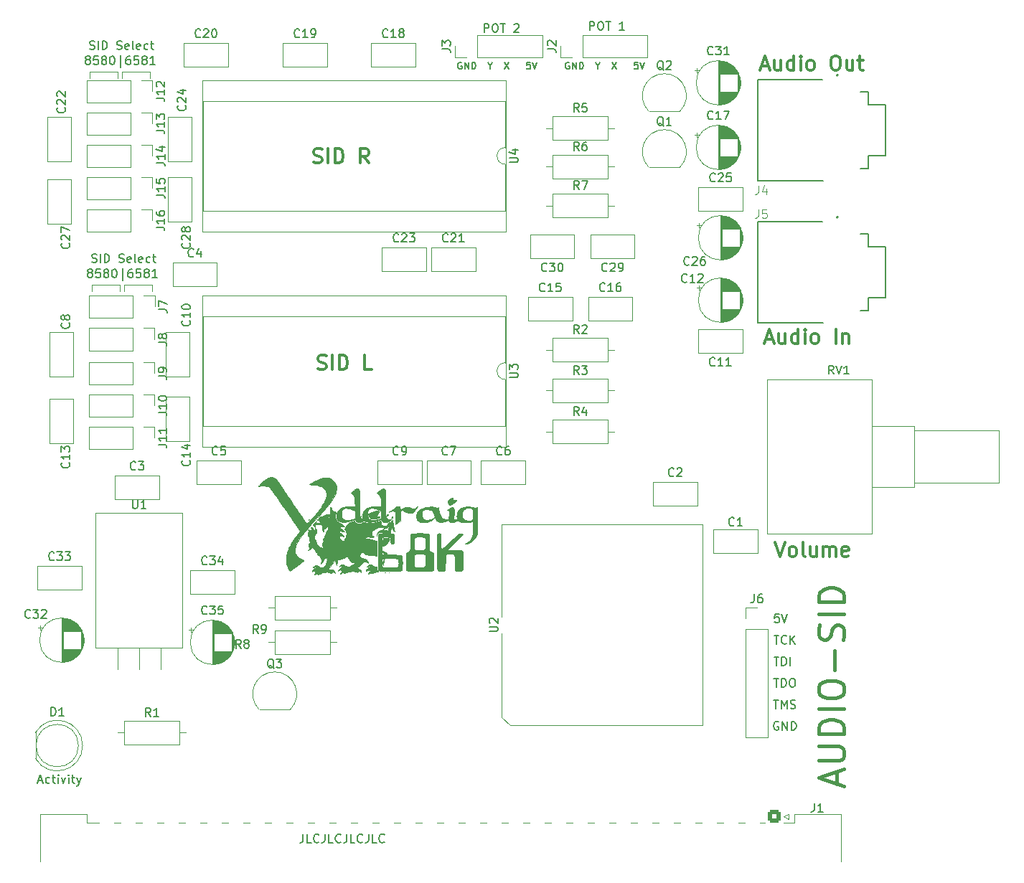
<source format=gto>
G04 #@! TF.GenerationSoftware,KiCad,Pcbnew,7.0.8*
G04 #@! TF.CreationDate,2024-01-05T15:27:59+00:00*
G04 #@! TF.ProjectId,AudioSID,41756469-6f53-4494-942e-6b696361645f,rev?*
G04 #@! TF.SameCoordinates,Original*
G04 #@! TF.FileFunction,Legend,Top*
G04 #@! TF.FilePolarity,Positive*
%FSLAX46Y46*%
G04 Gerber Fmt 4.6, Leading zero omitted, Abs format (unit mm)*
G04 Created by KiCad (PCBNEW 7.0.8) date 2024-01-05 15:27:59*
%MOMM*%
%LPD*%
G01*
G04 APERTURE LIST*
G04 Aperture macros list*
%AMRoundRect*
0 Rectangle with rounded corners*
0 $1 Rounding radius*
0 $2 $3 $4 $5 $6 $7 $8 $9 X,Y pos of 4 corners*
0 Add a 4 corners polygon primitive as box body*
4,1,4,$2,$3,$4,$5,$6,$7,$8,$9,$2,$3,0*
0 Add four circle primitives for the rounded corners*
1,1,$1+$1,$2,$3*
1,1,$1+$1,$4,$5*
1,1,$1+$1,$6,$7*
1,1,$1+$1,$8,$9*
0 Add four rect primitives between the rounded corners*
20,1,$1+$1,$2,$3,$4,$5,0*
20,1,$1+$1,$4,$5,$6,$7,0*
20,1,$1+$1,$6,$7,$8,$9,0*
20,1,$1+$1,$8,$9,$2,$3,0*%
G04 Aperture macros list end*
%ADD10C,0.350000*%
%ADD11C,0.120000*%
%ADD12C,0.150000*%
%ADD13C,0.400000*%
%ADD14C,0.200000*%
%ADD15C,0.015000*%
%ADD16C,0.010000*%
%ADD17C,0.127000*%
%ADD18C,0.854000*%
%ADD19C,2.850000*%
%ADD20RoundRect,0.249999X0.525001X0.525001X-0.525001X0.525001X-0.525001X-0.525001X0.525001X-0.525001X0*%
%ADD21C,1.550000*%
%ADD22R,1.700000X1.700000*%
%ADD23O,1.700000X1.700000*%
%ADD24C,1.600000*%
%ADD25O,1.600000X1.600000*%
%ADD26R,1.600000X1.600000*%
%ADD27C,1.200000*%
%ADD28O,1.208000X2.416000*%
%ADD29O,2.416000X1.208000*%
%ADD30R,1.050000X1.500000*%
%ADD31O,1.050000X1.500000*%
%ADD32R,3.000000X3.000000*%
%ADD33C,3.000000*%
%ADD34R,1.422400X1.422400*%
%ADD35C,1.422400*%
%ADD36O,3.500000X3.500000*%
%ADD37R,1.905000X2.000000*%
%ADD38O,1.905000X2.000000*%
%ADD39R,1.800000X1.800000*%
%ADD40C,1.800000*%
G04 APERTURE END LIST*
D10*
X188860167Y-112373753D02*
X189426834Y-114073753D01*
X189426834Y-114073753D02*
X189993501Y-112373753D01*
X190803025Y-114073753D02*
X190641120Y-113992801D01*
X190641120Y-113992801D02*
X190560167Y-113911848D01*
X190560167Y-113911848D02*
X190479215Y-113749943D01*
X190479215Y-113749943D02*
X190479215Y-113264229D01*
X190479215Y-113264229D02*
X190560167Y-113102324D01*
X190560167Y-113102324D02*
X190641120Y-113021372D01*
X190641120Y-113021372D02*
X190803025Y-112940420D01*
X190803025Y-112940420D02*
X191045882Y-112940420D01*
X191045882Y-112940420D02*
X191207786Y-113021372D01*
X191207786Y-113021372D02*
X191288739Y-113102324D01*
X191288739Y-113102324D02*
X191369691Y-113264229D01*
X191369691Y-113264229D02*
X191369691Y-113749943D01*
X191369691Y-113749943D02*
X191288739Y-113911848D01*
X191288739Y-113911848D02*
X191207786Y-113992801D01*
X191207786Y-113992801D02*
X191045882Y-114073753D01*
X191045882Y-114073753D02*
X190803025Y-114073753D01*
X192341120Y-114073753D02*
X192179215Y-113992801D01*
X192179215Y-113992801D02*
X192098262Y-113830896D01*
X192098262Y-113830896D02*
X192098262Y-112373753D01*
X193717310Y-112940420D02*
X193717310Y-114073753D01*
X192988738Y-112940420D02*
X192988738Y-113830896D01*
X192988738Y-113830896D02*
X193069691Y-113992801D01*
X193069691Y-113992801D02*
X193231596Y-114073753D01*
X193231596Y-114073753D02*
X193474453Y-114073753D01*
X193474453Y-114073753D02*
X193636357Y-113992801D01*
X193636357Y-113992801D02*
X193717310Y-113911848D01*
X194526833Y-114073753D02*
X194526833Y-112940420D01*
X194526833Y-113102324D02*
X194607786Y-113021372D01*
X194607786Y-113021372D02*
X194769691Y-112940420D01*
X194769691Y-112940420D02*
X195012548Y-112940420D01*
X195012548Y-112940420D02*
X195174452Y-113021372D01*
X195174452Y-113021372D02*
X195255405Y-113183277D01*
X195255405Y-113183277D02*
X195255405Y-114073753D01*
X195255405Y-113183277D02*
X195336357Y-113021372D01*
X195336357Y-113021372D02*
X195498262Y-112940420D01*
X195498262Y-112940420D02*
X195741119Y-112940420D01*
X195741119Y-112940420D02*
X195903024Y-113021372D01*
X195903024Y-113021372D02*
X195983976Y-113183277D01*
X195983976Y-113183277D02*
X195983976Y-114073753D01*
X197441119Y-113992801D02*
X197279215Y-114073753D01*
X197279215Y-114073753D02*
X196955405Y-114073753D01*
X196955405Y-114073753D02*
X196793500Y-113992801D01*
X196793500Y-113992801D02*
X196712548Y-113830896D01*
X196712548Y-113830896D02*
X196712548Y-113183277D01*
X196712548Y-113183277D02*
X196793500Y-113021372D01*
X196793500Y-113021372D02*
X196955405Y-112940420D01*
X196955405Y-112940420D02*
X197279215Y-112940420D01*
X197279215Y-112940420D02*
X197441119Y-113021372D01*
X197441119Y-113021372D02*
X197522072Y-113183277D01*
X197522072Y-113183277D02*
X197522072Y-113345181D01*
X197522072Y-113345181D02*
X196712548Y-113507086D01*
D11*
X108204000Y-82804000D02*
X108204000Y-82042000D01*
X108204000Y-82042000D02*
X111506000Y-82042000D01*
X107950000Y-57658000D02*
X107950000Y-56896000D01*
X107950000Y-56896000D02*
X111252000Y-56896000D01*
X111252000Y-56896000D02*
X111252000Y-57658000D01*
X111760000Y-56896000D02*
X115062000Y-56896000D01*
X115062000Y-56896000D02*
X115062000Y-57658000D01*
X112014000Y-82042000D02*
X115316000Y-82042000D01*
X111506000Y-82042000D02*
X111506000Y-82804000D01*
X112014000Y-82042000D02*
X112014000Y-82804000D01*
X115316000Y-82042000D02*
X115316000Y-82804000D01*
X111760000Y-56896000D02*
X111760000Y-57658000D01*
D10*
X187244072Y-56184039D02*
X188053596Y-56184039D01*
X187082167Y-56669753D02*
X187648834Y-54969753D01*
X187648834Y-54969753D02*
X188215501Y-56669753D01*
X189510739Y-55536420D02*
X189510739Y-56669753D01*
X188782167Y-55536420D02*
X188782167Y-56426896D01*
X188782167Y-56426896D02*
X188863120Y-56588801D01*
X188863120Y-56588801D02*
X189025025Y-56669753D01*
X189025025Y-56669753D02*
X189267882Y-56669753D01*
X189267882Y-56669753D02*
X189429786Y-56588801D01*
X189429786Y-56588801D02*
X189510739Y-56507848D01*
X191048834Y-56669753D02*
X191048834Y-54969753D01*
X191048834Y-56588801D02*
X190886929Y-56669753D01*
X190886929Y-56669753D02*
X190563120Y-56669753D01*
X190563120Y-56669753D02*
X190401215Y-56588801D01*
X190401215Y-56588801D02*
X190320262Y-56507848D01*
X190320262Y-56507848D02*
X190239310Y-56345943D01*
X190239310Y-56345943D02*
X190239310Y-55860229D01*
X190239310Y-55860229D02*
X190320262Y-55698324D01*
X190320262Y-55698324D02*
X190401215Y-55617372D01*
X190401215Y-55617372D02*
X190563120Y-55536420D01*
X190563120Y-55536420D02*
X190886929Y-55536420D01*
X190886929Y-55536420D02*
X191048834Y-55617372D01*
X191858357Y-56669753D02*
X191858357Y-55536420D01*
X191858357Y-54969753D02*
X191777405Y-55050705D01*
X191777405Y-55050705D02*
X191858357Y-55131658D01*
X191858357Y-55131658D02*
X191939310Y-55050705D01*
X191939310Y-55050705D02*
X191858357Y-54969753D01*
X191858357Y-54969753D02*
X191858357Y-55131658D01*
X192910739Y-56669753D02*
X192748834Y-56588801D01*
X192748834Y-56588801D02*
X192667881Y-56507848D01*
X192667881Y-56507848D02*
X192586929Y-56345943D01*
X192586929Y-56345943D02*
X192586929Y-55860229D01*
X192586929Y-55860229D02*
X192667881Y-55698324D01*
X192667881Y-55698324D02*
X192748834Y-55617372D01*
X192748834Y-55617372D02*
X192910739Y-55536420D01*
X192910739Y-55536420D02*
X193153596Y-55536420D01*
X193153596Y-55536420D02*
X193315500Y-55617372D01*
X193315500Y-55617372D02*
X193396453Y-55698324D01*
X193396453Y-55698324D02*
X193477405Y-55860229D01*
X193477405Y-55860229D02*
X193477405Y-56345943D01*
X193477405Y-56345943D02*
X193396453Y-56507848D01*
X193396453Y-56507848D02*
X193315500Y-56588801D01*
X193315500Y-56588801D02*
X193153596Y-56669753D01*
X193153596Y-56669753D02*
X192910739Y-56669753D01*
X195825024Y-54969753D02*
X196148833Y-54969753D01*
X196148833Y-54969753D02*
X196310738Y-55050705D01*
X196310738Y-55050705D02*
X196472643Y-55212610D01*
X196472643Y-55212610D02*
X196553595Y-55536420D01*
X196553595Y-55536420D02*
X196553595Y-56103086D01*
X196553595Y-56103086D02*
X196472643Y-56426896D01*
X196472643Y-56426896D02*
X196310738Y-56588801D01*
X196310738Y-56588801D02*
X196148833Y-56669753D01*
X196148833Y-56669753D02*
X195825024Y-56669753D01*
X195825024Y-56669753D02*
X195663119Y-56588801D01*
X195663119Y-56588801D02*
X195501214Y-56426896D01*
X195501214Y-56426896D02*
X195420262Y-56103086D01*
X195420262Y-56103086D02*
X195420262Y-55536420D01*
X195420262Y-55536420D02*
X195501214Y-55212610D01*
X195501214Y-55212610D02*
X195663119Y-55050705D01*
X195663119Y-55050705D02*
X195825024Y-54969753D01*
X198010738Y-55536420D02*
X198010738Y-56669753D01*
X197282166Y-55536420D02*
X197282166Y-56426896D01*
X197282166Y-56426896D02*
X197363119Y-56588801D01*
X197363119Y-56588801D02*
X197525024Y-56669753D01*
X197525024Y-56669753D02*
X197767881Y-56669753D01*
X197767881Y-56669753D02*
X197929785Y-56588801D01*
X197929785Y-56588801D02*
X198010738Y-56507848D01*
X198577404Y-55536420D02*
X199225023Y-55536420D01*
X198820261Y-54969753D02*
X198820261Y-56426896D01*
X198820261Y-56426896D02*
X198901214Y-56588801D01*
X198901214Y-56588801D02*
X199063119Y-56669753D01*
X199063119Y-56669753D02*
X199225023Y-56669753D01*
D12*
X107985160Y-54178200D02*
X108128017Y-54225819D01*
X108128017Y-54225819D02*
X108366112Y-54225819D01*
X108366112Y-54225819D02*
X108461350Y-54178200D01*
X108461350Y-54178200D02*
X108508969Y-54130580D01*
X108508969Y-54130580D02*
X108556588Y-54035342D01*
X108556588Y-54035342D02*
X108556588Y-53940104D01*
X108556588Y-53940104D02*
X108508969Y-53844866D01*
X108508969Y-53844866D02*
X108461350Y-53797247D01*
X108461350Y-53797247D02*
X108366112Y-53749628D01*
X108366112Y-53749628D02*
X108175636Y-53702009D01*
X108175636Y-53702009D02*
X108080398Y-53654390D01*
X108080398Y-53654390D02*
X108032779Y-53606771D01*
X108032779Y-53606771D02*
X107985160Y-53511533D01*
X107985160Y-53511533D02*
X107985160Y-53416295D01*
X107985160Y-53416295D02*
X108032779Y-53321057D01*
X108032779Y-53321057D02*
X108080398Y-53273438D01*
X108080398Y-53273438D02*
X108175636Y-53225819D01*
X108175636Y-53225819D02*
X108413731Y-53225819D01*
X108413731Y-53225819D02*
X108556588Y-53273438D01*
X108985160Y-54225819D02*
X108985160Y-53225819D01*
X109461350Y-54225819D02*
X109461350Y-53225819D01*
X109461350Y-53225819D02*
X109699445Y-53225819D01*
X109699445Y-53225819D02*
X109842302Y-53273438D01*
X109842302Y-53273438D02*
X109937540Y-53368676D01*
X109937540Y-53368676D02*
X109985159Y-53463914D01*
X109985159Y-53463914D02*
X110032778Y-53654390D01*
X110032778Y-53654390D02*
X110032778Y-53797247D01*
X110032778Y-53797247D02*
X109985159Y-53987723D01*
X109985159Y-53987723D02*
X109937540Y-54082961D01*
X109937540Y-54082961D02*
X109842302Y-54178200D01*
X109842302Y-54178200D02*
X109699445Y-54225819D01*
X109699445Y-54225819D02*
X109461350Y-54225819D01*
X111175636Y-54178200D02*
X111318493Y-54225819D01*
X111318493Y-54225819D02*
X111556588Y-54225819D01*
X111556588Y-54225819D02*
X111651826Y-54178200D01*
X111651826Y-54178200D02*
X111699445Y-54130580D01*
X111699445Y-54130580D02*
X111747064Y-54035342D01*
X111747064Y-54035342D02*
X111747064Y-53940104D01*
X111747064Y-53940104D02*
X111699445Y-53844866D01*
X111699445Y-53844866D02*
X111651826Y-53797247D01*
X111651826Y-53797247D02*
X111556588Y-53749628D01*
X111556588Y-53749628D02*
X111366112Y-53702009D01*
X111366112Y-53702009D02*
X111270874Y-53654390D01*
X111270874Y-53654390D02*
X111223255Y-53606771D01*
X111223255Y-53606771D02*
X111175636Y-53511533D01*
X111175636Y-53511533D02*
X111175636Y-53416295D01*
X111175636Y-53416295D02*
X111223255Y-53321057D01*
X111223255Y-53321057D02*
X111270874Y-53273438D01*
X111270874Y-53273438D02*
X111366112Y-53225819D01*
X111366112Y-53225819D02*
X111604207Y-53225819D01*
X111604207Y-53225819D02*
X111747064Y-53273438D01*
X112556588Y-54178200D02*
X112461350Y-54225819D01*
X112461350Y-54225819D02*
X112270874Y-54225819D01*
X112270874Y-54225819D02*
X112175636Y-54178200D01*
X112175636Y-54178200D02*
X112128017Y-54082961D01*
X112128017Y-54082961D02*
X112128017Y-53702009D01*
X112128017Y-53702009D02*
X112175636Y-53606771D01*
X112175636Y-53606771D02*
X112270874Y-53559152D01*
X112270874Y-53559152D02*
X112461350Y-53559152D01*
X112461350Y-53559152D02*
X112556588Y-53606771D01*
X112556588Y-53606771D02*
X112604207Y-53702009D01*
X112604207Y-53702009D02*
X112604207Y-53797247D01*
X112604207Y-53797247D02*
X112128017Y-53892485D01*
X113175636Y-54225819D02*
X113080398Y-54178200D01*
X113080398Y-54178200D02*
X113032779Y-54082961D01*
X113032779Y-54082961D02*
X113032779Y-53225819D01*
X113937541Y-54178200D02*
X113842303Y-54225819D01*
X113842303Y-54225819D02*
X113651827Y-54225819D01*
X113651827Y-54225819D02*
X113556589Y-54178200D01*
X113556589Y-54178200D02*
X113508970Y-54082961D01*
X113508970Y-54082961D02*
X113508970Y-53702009D01*
X113508970Y-53702009D02*
X113556589Y-53606771D01*
X113556589Y-53606771D02*
X113651827Y-53559152D01*
X113651827Y-53559152D02*
X113842303Y-53559152D01*
X113842303Y-53559152D02*
X113937541Y-53606771D01*
X113937541Y-53606771D02*
X113985160Y-53702009D01*
X113985160Y-53702009D02*
X113985160Y-53797247D01*
X113985160Y-53797247D02*
X113508970Y-53892485D01*
X114842303Y-54178200D02*
X114747065Y-54225819D01*
X114747065Y-54225819D02*
X114556589Y-54225819D01*
X114556589Y-54225819D02*
X114461351Y-54178200D01*
X114461351Y-54178200D02*
X114413732Y-54130580D01*
X114413732Y-54130580D02*
X114366113Y-54035342D01*
X114366113Y-54035342D02*
X114366113Y-53749628D01*
X114366113Y-53749628D02*
X114413732Y-53654390D01*
X114413732Y-53654390D02*
X114461351Y-53606771D01*
X114461351Y-53606771D02*
X114556589Y-53559152D01*
X114556589Y-53559152D02*
X114747065Y-53559152D01*
X114747065Y-53559152D02*
X114842303Y-53606771D01*
X115128018Y-53559152D02*
X115508970Y-53559152D01*
X115270875Y-53225819D02*
X115270875Y-54082961D01*
X115270875Y-54082961D02*
X115318494Y-54178200D01*
X115318494Y-54178200D02*
X115413732Y-54225819D01*
X115413732Y-54225819D02*
X115508970Y-54225819D01*
D10*
X187752072Y-88442039D02*
X188561596Y-88442039D01*
X187590167Y-88927753D02*
X188156834Y-87227753D01*
X188156834Y-87227753D02*
X188723501Y-88927753D01*
X190018739Y-87794420D02*
X190018739Y-88927753D01*
X189290167Y-87794420D02*
X189290167Y-88684896D01*
X189290167Y-88684896D02*
X189371120Y-88846801D01*
X189371120Y-88846801D02*
X189533025Y-88927753D01*
X189533025Y-88927753D02*
X189775882Y-88927753D01*
X189775882Y-88927753D02*
X189937786Y-88846801D01*
X189937786Y-88846801D02*
X190018739Y-88765848D01*
X191556834Y-88927753D02*
X191556834Y-87227753D01*
X191556834Y-88846801D02*
X191394929Y-88927753D01*
X191394929Y-88927753D02*
X191071120Y-88927753D01*
X191071120Y-88927753D02*
X190909215Y-88846801D01*
X190909215Y-88846801D02*
X190828262Y-88765848D01*
X190828262Y-88765848D02*
X190747310Y-88603943D01*
X190747310Y-88603943D02*
X190747310Y-88118229D01*
X190747310Y-88118229D02*
X190828262Y-87956324D01*
X190828262Y-87956324D02*
X190909215Y-87875372D01*
X190909215Y-87875372D02*
X191071120Y-87794420D01*
X191071120Y-87794420D02*
X191394929Y-87794420D01*
X191394929Y-87794420D02*
X191556834Y-87875372D01*
X192366357Y-88927753D02*
X192366357Y-87794420D01*
X192366357Y-87227753D02*
X192285405Y-87308705D01*
X192285405Y-87308705D02*
X192366357Y-87389658D01*
X192366357Y-87389658D02*
X192447310Y-87308705D01*
X192447310Y-87308705D02*
X192366357Y-87227753D01*
X192366357Y-87227753D02*
X192366357Y-87389658D01*
X193418739Y-88927753D02*
X193256834Y-88846801D01*
X193256834Y-88846801D02*
X193175881Y-88765848D01*
X193175881Y-88765848D02*
X193094929Y-88603943D01*
X193094929Y-88603943D02*
X193094929Y-88118229D01*
X193094929Y-88118229D02*
X193175881Y-87956324D01*
X193175881Y-87956324D02*
X193256834Y-87875372D01*
X193256834Y-87875372D02*
X193418739Y-87794420D01*
X193418739Y-87794420D02*
X193661596Y-87794420D01*
X193661596Y-87794420D02*
X193823500Y-87875372D01*
X193823500Y-87875372D02*
X193904453Y-87956324D01*
X193904453Y-87956324D02*
X193985405Y-88118229D01*
X193985405Y-88118229D02*
X193985405Y-88603943D01*
X193985405Y-88603943D02*
X193904453Y-88765848D01*
X193904453Y-88765848D02*
X193823500Y-88846801D01*
X193823500Y-88846801D02*
X193661596Y-88927753D01*
X193661596Y-88927753D02*
X193418739Y-88927753D01*
X196009214Y-88927753D02*
X196009214Y-87227753D01*
X196818738Y-87794420D02*
X196818738Y-88927753D01*
X196818738Y-87956324D02*
X196899691Y-87875372D01*
X196899691Y-87875372D02*
X197061596Y-87794420D01*
X197061596Y-87794420D02*
X197304453Y-87794420D01*
X197304453Y-87794420D02*
X197466357Y-87875372D01*
X197466357Y-87875372D02*
X197547310Y-88037277D01*
X197547310Y-88037277D02*
X197547310Y-88927753D01*
D12*
X189293523Y-120866819D02*
X188817333Y-120866819D01*
X188817333Y-120866819D02*
X188769714Y-121343009D01*
X188769714Y-121343009D02*
X188817333Y-121295390D01*
X188817333Y-121295390D02*
X188912571Y-121247771D01*
X188912571Y-121247771D02*
X189150666Y-121247771D01*
X189150666Y-121247771D02*
X189245904Y-121295390D01*
X189245904Y-121295390D02*
X189293523Y-121343009D01*
X189293523Y-121343009D02*
X189341142Y-121438247D01*
X189341142Y-121438247D02*
X189341142Y-121676342D01*
X189341142Y-121676342D02*
X189293523Y-121771580D01*
X189293523Y-121771580D02*
X189245904Y-121819200D01*
X189245904Y-121819200D02*
X189150666Y-121866819D01*
X189150666Y-121866819D02*
X188912571Y-121866819D01*
X188912571Y-121866819D02*
X188817333Y-121819200D01*
X188817333Y-121819200D02*
X188769714Y-121771580D01*
X189626857Y-120866819D02*
X189960190Y-121866819D01*
X189960190Y-121866819D02*
X190293523Y-120866819D01*
X108239160Y-79324200D02*
X108382017Y-79371819D01*
X108382017Y-79371819D02*
X108620112Y-79371819D01*
X108620112Y-79371819D02*
X108715350Y-79324200D01*
X108715350Y-79324200D02*
X108762969Y-79276580D01*
X108762969Y-79276580D02*
X108810588Y-79181342D01*
X108810588Y-79181342D02*
X108810588Y-79086104D01*
X108810588Y-79086104D02*
X108762969Y-78990866D01*
X108762969Y-78990866D02*
X108715350Y-78943247D01*
X108715350Y-78943247D02*
X108620112Y-78895628D01*
X108620112Y-78895628D02*
X108429636Y-78848009D01*
X108429636Y-78848009D02*
X108334398Y-78800390D01*
X108334398Y-78800390D02*
X108286779Y-78752771D01*
X108286779Y-78752771D02*
X108239160Y-78657533D01*
X108239160Y-78657533D02*
X108239160Y-78562295D01*
X108239160Y-78562295D02*
X108286779Y-78467057D01*
X108286779Y-78467057D02*
X108334398Y-78419438D01*
X108334398Y-78419438D02*
X108429636Y-78371819D01*
X108429636Y-78371819D02*
X108667731Y-78371819D01*
X108667731Y-78371819D02*
X108810588Y-78419438D01*
X109239160Y-79371819D02*
X109239160Y-78371819D01*
X109715350Y-79371819D02*
X109715350Y-78371819D01*
X109715350Y-78371819D02*
X109953445Y-78371819D01*
X109953445Y-78371819D02*
X110096302Y-78419438D01*
X110096302Y-78419438D02*
X110191540Y-78514676D01*
X110191540Y-78514676D02*
X110239159Y-78609914D01*
X110239159Y-78609914D02*
X110286778Y-78800390D01*
X110286778Y-78800390D02*
X110286778Y-78943247D01*
X110286778Y-78943247D02*
X110239159Y-79133723D01*
X110239159Y-79133723D02*
X110191540Y-79228961D01*
X110191540Y-79228961D02*
X110096302Y-79324200D01*
X110096302Y-79324200D02*
X109953445Y-79371819D01*
X109953445Y-79371819D02*
X109715350Y-79371819D01*
X111429636Y-79324200D02*
X111572493Y-79371819D01*
X111572493Y-79371819D02*
X111810588Y-79371819D01*
X111810588Y-79371819D02*
X111905826Y-79324200D01*
X111905826Y-79324200D02*
X111953445Y-79276580D01*
X111953445Y-79276580D02*
X112001064Y-79181342D01*
X112001064Y-79181342D02*
X112001064Y-79086104D01*
X112001064Y-79086104D02*
X111953445Y-78990866D01*
X111953445Y-78990866D02*
X111905826Y-78943247D01*
X111905826Y-78943247D02*
X111810588Y-78895628D01*
X111810588Y-78895628D02*
X111620112Y-78848009D01*
X111620112Y-78848009D02*
X111524874Y-78800390D01*
X111524874Y-78800390D02*
X111477255Y-78752771D01*
X111477255Y-78752771D02*
X111429636Y-78657533D01*
X111429636Y-78657533D02*
X111429636Y-78562295D01*
X111429636Y-78562295D02*
X111477255Y-78467057D01*
X111477255Y-78467057D02*
X111524874Y-78419438D01*
X111524874Y-78419438D02*
X111620112Y-78371819D01*
X111620112Y-78371819D02*
X111858207Y-78371819D01*
X111858207Y-78371819D02*
X112001064Y-78419438D01*
X112810588Y-79324200D02*
X112715350Y-79371819D01*
X112715350Y-79371819D02*
X112524874Y-79371819D01*
X112524874Y-79371819D02*
X112429636Y-79324200D01*
X112429636Y-79324200D02*
X112382017Y-79228961D01*
X112382017Y-79228961D02*
X112382017Y-78848009D01*
X112382017Y-78848009D02*
X112429636Y-78752771D01*
X112429636Y-78752771D02*
X112524874Y-78705152D01*
X112524874Y-78705152D02*
X112715350Y-78705152D01*
X112715350Y-78705152D02*
X112810588Y-78752771D01*
X112810588Y-78752771D02*
X112858207Y-78848009D01*
X112858207Y-78848009D02*
X112858207Y-78943247D01*
X112858207Y-78943247D02*
X112382017Y-79038485D01*
X113429636Y-79371819D02*
X113334398Y-79324200D01*
X113334398Y-79324200D02*
X113286779Y-79228961D01*
X113286779Y-79228961D02*
X113286779Y-78371819D01*
X114191541Y-79324200D02*
X114096303Y-79371819D01*
X114096303Y-79371819D02*
X113905827Y-79371819D01*
X113905827Y-79371819D02*
X113810589Y-79324200D01*
X113810589Y-79324200D02*
X113762970Y-79228961D01*
X113762970Y-79228961D02*
X113762970Y-78848009D01*
X113762970Y-78848009D02*
X113810589Y-78752771D01*
X113810589Y-78752771D02*
X113905827Y-78705152D01*
X113905827Y-78705152D02*
X114096303Y-78705152D01*
X114096303Y-78705152D02*
X114191541Y-78752771D01*
X114191541Y-78752771D02*
X114239160Y-78848009D01*
X114239160Y-78848009D02*
X114239160Y-78943247D01*
X114239160Y-78943247D02*
X113762970Y-79038485D01*
X115096303Y-79324200D02*
X115001065Y-79371819D01*
X115001065Y-79371819D02*
X114810589Y-79371819D01*
X114810589Y-79371819D02*
X114715351Y-79324200D01*
X114715351Y-79324200D02*
X114667732Y-79276580D01*
X114667732Y-79276580D02*
X114620113Y-79181342D01*
X114620113Y-79181342D02*
X114620113Y-78895628D01*
X114620113Y-78895628D02*
X114667732Y-78800390D01*
X114667732Y-78800390D02*
X114715351Y-78752771D01*
X114715351Y-78752771D02*
X114810589Y-78705152D01*
X114810589Y-78705152D02*
X115001065Y-78705152D01*
X115001065Y-78705152D02*
X115096303Y-78752771D01*
X115382018Y-78705152D02*
X115762970Y-78705152D01*
X115524875Y-78371819D02*
X115524875Y-79228961D01*
X115524875Y-79228961D02*
X115572494Y-79324200D01*
X115572494Y-79324200D02*
X115667732Y-79371819D01*
X115667732Y-79371819D02*
X115762970Y-79371819D01*
X151838207Y-55774390D02*
X151762017Y-55736295D01*
X151762017Y-55736295D02*
X151647731Y-55736295D01*
X151647731Y-55736295D02*
X151533445Y-55774390D01*
X151533445Y-55774390D02*
X151457255Y-55850580D01*
X151457255Y-55850580D02*
X151419160Y-55926771D01*
X151419160Y-55926771D02*
X151381064Y-56079152D01*
X151381064Y-56079152D02*
X151381064Y-56193438D01*
X151381064Y-56193438D02*
X151419160Y-56345819D01*
X151419160Y-56345819D02*
X151457255Y-56422009D01*
X151457255Y-56422009D02*
X151533445Y-56498200D01*
X151533445Y-56498200D02*
X151647731Y-56536295D01*
X151647731Y-56536295D02*
X151723922Y-56536295D01*
X151723922Y-56536295D02*
X151838207Y-56498200D01*
X151838207Y-56498200D02*
X151876303Y-56460104D01*
X151876303Y-56460104D02*
X151876303Y-56193438D01*
X151876303Y-56193438D02*
X151723922Y-56193438D01*
X152219160Y-56536295D02*
X152219160Y-55736295D01*
X152219160Y-55736295D02*
X152676303Y-56536295D01*
X152676303Y-56536295D02*
X152676303Y-55736295D01*
X153057255Y-56536295D02*
X153057255Y-55736295D01*
X153057255Y-55736295D02*
X153247731Y-55736295D01*
X153247731Y-55736295D02*
X153362017Y-55774390D01*
X153362017Y-55774390D02*
X153438207Y-55850580D01*
X153438207Y-55850580D02*
X153476302Y-55926771D01*
X153476302Y-55926771D02*
X153514398Y-56079152D01*
X153514398Y-56079152D02*
X153514398Y-56193438D01*
X153514398Y-56193438D02*
X153476302Y-56345819D01*
X153476302Y-56345819D02*
X153438207Y-56422009D01*
X153438207Y-56422009D02*
X153362017Y-56498200D01*
X153362017Y-56498200D02*
X153247731Y-56536295D01*
X153247731Y-56536295D02*
X153057255Y-56536295D01*
X155228684Y-56155342D02*
X155228684Y-56536295D01*
X154962017Y-55736295D02*
X155228684Y-56155342D01*
X155228684Y-56155342D02*
X155495350Y-55736295D01*
X156904874Y-55736295D02*
X157438208Y-56536295D01*
X157438208Y-55736295D02*
X156904874Y-56536295D01*
X159952494Y-55736295D02*
X159571542Y-55736295D01*
X159571542Y-55736295D02*
X159533446Y-56117247D01*
X159533446Y-56117247D02*
X159571542Y-56079152D01*
X159571542Y-56079152D02*
X159647732Y-56041057D01*
X159647732Y-56041057D02*
X159838208Y-56041057D01*
X159838208Y-56041057D02*
X159914399Y-56079152D01*
X159914399Y-56079152D02*
X159952494Y-56117247D01*
X159952494Y-56117247D02*
X159990589Y-56193438D01*
X159990589Y-56193438D02*
X159990589Y-56383914D01*
X159990589Y-56383914D02*
X159952494Y-56460104D01*
X159952494Y-56460104D02*
X159914399Y-56498200D01*
X159914399Y-56498200D02*
X159838208Y-56536295D01*
X159838208Y-56536295D02*
X159647732Y-56536295D01*
X159647732Y-56536295D02*
X159571542Y-56498200D01*
X159571542Y-56498200D02*
X159533446Y-56460104D01*
X160219161Y-55736295D02*
X160485828Y-56536295D01*
X160485828Y-56536295D02*
X160752494Y-55736295D01*
D10*
X134920072Y-91951801D02*
X135162929Y-92032753D01*
X135162929Y-92032753D02*
X135567691Y-92032753D01*
X135567691Y-92032753D02*
X135729596Y-91951801D01*
X135729596Y-91951801D02*
X135810548Y-91870848D01*
X135810548Y-91870848D02*
X135891501Y-91708943D01*
X135891501Y-91708943D02*
X135891501Y-91547039D01*
X135891501Y-91547039D02*
X135810548Y-91385134D01*
X135810548Y-91385134D02*
X135729596Y-91304181D01*
X135729596Y-91304181D02*
X135567691Y-91223229D01*
X135567691Y-91223229D02*
X135243882Y-91142277D01*
X135243882Y-91142277D02*
X135081977Y-91061324D01*
X135081977Y-91061324D02*
X135001024Y-90980372D01*
X135001024Y-90980372D02*
X134920072Y-90818467D01*
X134920072Y-90818467D02*
X134920072Y-90656562D01*
X134920072Y-90656562D02*
X135001024Y-90494658D01*
X135001024Y-90494658D02*
X135081977Y-90413705D01*
X135081977Y-90413705D02*
X135243882Y-90332753D01*
X135243882Y-90332753D02*
X135648643Y-90332753D01*
X135648643Y-90332753D02*
X135891501Y-90413705D01*
X136620072Y-92032753D02*
X136620072Y-90332753D01*
X137429596Y-92032753D02*
X137429596Y-90332753D01*
X137429596Y-90332753D02*
X137834358Y-90332753D01*
X137834358Y-90332753D02*
X138077215Y-90413705D01*
X138077215Y-90413705D02*
X138239120Y-90575610D01*
X138239120Y-90575610D02*
X138320073Y-90737515D01*
X138320073Y-90737515D02*
X138401025Y-91061324D01*
X138401025Y-91061324D02*
X138401025Y-91304181D01*
X138401025Y-91304181D02*
X138320073Y-91627991D01*
X138320073Y-91627991D02*
X138239120Y-91789896D01*
X138239120Y-91789896D02*
X138077215Y-91951801D01*
X138077215Y-91951801D02*
X137834358Y-92032753D01*
X137834358Y-92032753D02*
X137429596Y-92032753D01*
X141234358Y-92032753D02*
X140424834Y-92032753D01*
X140424834Y-92032753D02*
X140424834Y-90332753D01*
D12*
X188706286Y-123406819D02*
X189277714Y-123406819D01*
X188992000Y-124406819D02*
X188992000Y-123406819D01*
X190182476Y-124311580D02*
X190134857Y-124359200D01*
X190134857Y-124359200D02*
X189992000Y-124406819D01*
X189992000Y-124406819D02*
X189896762Y-124406819D01*
X189896762Y-124406819D02*
X189753905Y-124359200D01*
X189753905Y-124359200D02*
X189658667Y-124263961D01*
X189658667Y-124263961D02*
X189611048Y-124168723D01*
X189611048Y-124168723D02*
X189563429Y-123978247D01*
X189563429Y-123978247D02*
X189563429Y-123835390D01*
X189563429Y-123835390D02*
X189611048Y-123644914D01*
X189611048Y-123644914D02*
X189658667Y-123549676D01*
X189658667Y-123549676D02*
X189753905Y-123454438D01*
X189753905Y-123454438D02*
X189896762Y-123406819D01*
X189896762Y-123406819D02*
X189992000Y-123406819D01*
X189992000Y-123406819D02*
X190134857Y-123454438D01*
X190134857Y-123454438D02*
X190182476Y-123502057D01*
X190611048Y-124406819D02*
X190611048Y-123406819D01*
X191182476Y-124406819D02*
X190753905Y-123835390D01*
X191182476Y-123406819D02*
X190611048Y-123978247D01*
X188682476Y-128486819D02*
X189253904Y-128486819D01*
X188968190Y-129486819D02*
X188968190Y-128486819D01*
X189587238Y-129486819D02*
X189587238Y-128486819D01*
X189587238Y-128486819D02*
X189825333Y-128486819D01*
X189825333Y-128486819D02*
X189968190Y-128534438D01*
X189968190Y-128534438D02*
X190063428Y-128629676D01*
X190063428Y-128629676D02*
X190111047Y-128724914D01*
X190111047Y-128724914D02*
X190158666Y-128915390D01*
X190158666Y-128915390D02*
X190158666Y-129058247D01*
X190158666Y-129058247D02*
X190111047Y-129248723D01*
X190111047Y-129248723D02*
X190063428Y-129343961D01*
X190063428Y-129343961D02*
X189968190Y-129439200D01*
X189968190Y-129439200D02*
X189825333Y-129486819D01*
X189825333Y-129486819D02*
X189587238Y-129486819D01*
X190777714Y-128486819D02*
X190968190Y-128486819D01*
X190968190Y-128486819D02*
X191063428Y-128534438D01*
X191063428Y-128534438D02*
X191158666Y-128629676D01*
X191158666Y-128629676D02*
X191206285Y-128820152D01*
X191206285Y-128820152D02*
X191206285Y-129153485D01*
X191206285Y-129153485D02*
X191158666Y-129343961D01*
X191158666Y-129343961D02*
X191063428Y-129439200D01*
X191063428Y-129439200D02*
X190968190Y-129486819D01*
X190968190Y-129486819D02*
X190777714Y-129486819D01*
X190777714Y-129486819D02*
X190682476Y-129439200D01*
X190682476Y-129439200D02*
X190587238Y-129343961D01*
X190587238Y-129343961D02*
X190539619Y-129153485D01*
X190539619Y-129153485D02*
X190539619Y-128820152D01*
X190539619Y-128820152D02*
X190587238Y-128629676D01*
X190587238Y-128629676D02*
X190682476Y-128534438D01*
X190682476Y-128534438D02*
X190777714Y-128486819D01*
D13*
X196112914Y-140897414D02*
X196112914Y-139468843D01*
X196970057Y-141183128D02*
X193970057Y-140183128D01*
X193970057Y-140183128D02*
X196970057Y-139183128D01*
X193970057Y-138183128D02*
X196398628Y-138183128D01*
X196398628Y-138183128D02*
X196684342Y-138040271D01*
X196684342Y-138040271D02*
X196827200Y-137897414D01*
X196827200Y-137897414D02*
X196970057Y-137611699D01*
X196970057Y-137611699D02*
X196970057Y-137040271D01*
X196970057Y-137040271D02*
X196827200Y-136754556D01*
X196827200Y-136754556D02*
X196684342Y-136611699D01*
X196684342Y-136611699D02*
X196398628Y-136468842D01*
X196398628Y-136468842D02*
X193970057Y-136468842D01*
X196970057Y-135040271D02*
X193970057Y-135040271D01*
X193970057Y-135040271D02*
X193970057Y-134325985D01*
X193970057Y-134325985D02*
X194112914Y-133897414D01*
X194112914Y-133897414D02*
X194398628Y-133611699D01*
X194398628Y-133611699D02*
X194684342Y-133468842D01*
X194684342Y-133468842D02*
X195255771Y-133325985D01*
X195255771Y-133325985D02*
X195684342Y-133325985D01*
X195684342Y-133325985D02*
X196255771Y-133468842D01*
X196255771Y-133468842D02*
X196541485Y-133611699D01*
X196541485Y-133611699D02*
X196827200Y-133897414D01*
X196827200Y-133897414D02*
X196970057Y-134325985D01*
X196970057Y-134325985D02*
X196970057Y-135040271D01*
X196970057Y-132040271D02*
X193970057Y-132040271D01*
X193970057Y-130040271D02*
X193970057Y-129468843D01*
X193970057Y-129468843D02*
X194112914Y-129183128D01*
X194112914Y-129183128D02*
X194398628Y-128897414D01*
X194398628Y-128897414D02*
X194970057Y-128754557D01*
X194970057Y-128754557D02*
X195970057Y-128754557D01*
X195970057Y-128754557D02*
X196541485Y-128897414D01*
X196541485Y-128897414D02*
X196827200Y-129183128D01*
X196827200Y-129183128D02*
X196970057Y-129468843D01*
X196970057Y-129468843D02*
X196970057Y-130040271D01*
X196970057Y-130040271D02*
X196827200Y-130325986D01*
X196827200Y-130325986D02*
X196541485Y-130611700D01*
X196541485Y-130611700D02*
X195970057Y-130754557D01*
X195970057Y-130754557D02*
X194970057Y-130754557D01*
X194970057Y-130754557D02*
X194398628Y-130611700D01*
X194398628Y-130611700D02*
X194112914Y-130325986D01*
X194112914Y-130325986D02*
X193970057Y-130040271D01*
X195827200Y-127468843D02*
X195827200Y-125183129D01*
X196827200Y-123897414D02*
X196970057Y-123468843D01*
X196970057Y-123468843D02*
X196970057Y-122754557D01*
X196970057Y-122754557D02*
X196827200Y-122468843D01*
X196827200Y-122468843D02*
X196684342Y-122325985D01*
X196684342Y-122325985D02*
X196398628Y-122183128D01*
X196398628Y-122183128D02*
X196112914Y-122183128D01*
X196112914Y-122183128D02*
X195827200Y-122325985D01*
X195827200Y-122325985D02*
X195684342Y-122468843D01*
X195684342Y-122468843D02*
X195541485Y-122754557D01*
X195541485Y-122754557D02*
X195398628Y-123325985D01*
X195398628Y-123325985D02*
X195255771Y-123611700D01*
X195255771Y-123611700D02*
X195112914Y-123754557D01*
X195112914Y-123754557D02*
X194827200Y-123897414D01*
X194827200Y-123897414D02*
X194541485Y-123897414D01*
X194541485Y-123897414D02*
X194255771Y-123754557D01*
X194255771Y-123754557D02*
X194112914Y-123611700D01*
X194112914Y-123611700D02*
X193970057Y-123325985D01*
X193970057Y-123325985D02*
X193970057Y-122611700D01*
X193970057Y-122611700D02*
X194112914Y-122183128D01*
X196970057Y-120897414D02*
X193970057Y-120897414D01*
X196970057Y-119468843D02*
X193970057Y-119468843D01*
X193970057Y-119468843D02*
X193970057Y-118754557D01*
X193970057Y-118754557D02*
X194112914Y-118325986D01*
X194112914Y-118325986D02*
X194398628Y-118040271D01*
X194398628Y-118040271D02*
X194684342Y-117897414D01*
X194684342Y-117897414D02*
X195255771Y-117754557D01*
X195255771Y-117754557D02*
X195684342Y-117754557D01*
X195684342Y-117754557D02*
X196255771Y-117897414D01*
X196255771Y-117897414D02*
X196541485Y-118040271D01*
X196541485Y-118040271D02*
X196827200Y-118325986D01*
X196827200Y-118325986D02*
X196970057Y-118754557D01*
X196970057Y-118754557D02*
X196970057Y-119468843D01*
D12*
X166960779Y-51939819D02*
X166960779Y-50939819D01*
X166960779Y-50939819D02*
X167341731Y-50939819D01*
X167341731Y-50939819D02*
X167436969Y-50987438D01*
X167436969Y-50987438D02*
X167484588Y-51035057D01*
X167484588Y-51035057D02*
X167532207Y-51130295D01*
X167532207Y-51130295D02*
X167532207Y-51273152D01*
X167532207Y-51273152D02*
X167484588Y-51368390D01*
X167484588Y-51368390D02*
X167436969Y-51416009D01*
X167436969Y-51416009D02*
X167341731Y-51463628D01*
X167341731Y-51463628D02*
X166960779Y-51463628D01*
X168151255Y-50939819D02*
X168341731Y-50939819D01*
X168341731Y-50939819D02*
X168436969Y-50987438D01*
X168436969Y-50987438D02*
X168532207Y-51082676D01*
X168532207Y-51082676D02*
X168579826Y-51273152D01*
X168579826Y-51273152D02*
X168579826Y-51606485D01*
X168579826Y-51606485D02*
X168532207Y-51796961D01*
X168532207Y-51796961D02*
X168436969Y-51892200D01*
X168436969Y-51892200D02*
X168341731Y-51939819D01*
X168341731Y-51939819D02*
X168151255Y-51939819D01*
X168151255Y-51939819D02*
X168056017Y-51892200D01*
X168056017Y-51892200D02*
X167960779Y-51796961D01*
X167960779Y-51796961D02*
X167913160Y-51606485D01*
X167913160Y-51606485D02*
X167913160Y-51273152D01*
X167913160Y-51273152D02*
X167960779Y-51082676D01*
X167960779Y-51082676D02*
X168056017Y-50987438D01*
X168056017Y-50987438D02*
X168151255Y-50939819D01*
X168865541Y-50939819D02*
X169436969Y-50939819D01*
X169151255Y-51939819D02*
X169151255Y-50939819D01*
X171056017Y-51939819D02*
X170484589Y-51939819D01*
X170770303Y-51939819D02*
X170770303Y-50939819D01*
X170770303Y-50939819D02*
X170675065Y-51082676D01*
X170675065Y-51082676D02*
X170579827Y-51177914D01*
X170579827Y-51177914D02*
X170484589Y-51225533D01*
X164538207Y-55774390D02*
X164462017Y-55736295D01*
X164462017Y-55736295D02*
X164347731Y-55736295D01*
X164347731Y-55736295D02*
X164233445Y-55774390D01*
X164233445Y-55774390D02*
X164157255Y-55850580D01*
X164157255Y-55850580D02*
X164119160Y-55926771D01*
X164119160Y-55926771D02*
X164081064Y-56079152D01*
X164081064Y-56079152D02*
X164081064Y-56193438D01*
X164081064Y-56193438D02*
X164119160Y-56345819D01*
X164119160Y-56345819D02*
X164157255Y-56422009D01*
X164157255Y-56422009D02*
X164233445Y-56498200D01*
X164233445Y-56498200D02*
X164347731Y-56536295D01*
X164347731Y-56536295D02*
X164423922Y-56536295D01*
X164423922Y-56536295D02*
X164538207Y-56498200D01*
X164538207Y-56498200D02*
X164576303Y-56460104D01*
X164576303Y-56460104D02*
X164576303Y-56193438D01*
X164576303Y-56193438D02*
X164423922Y-56193438D01*
X164919160Y-56536295D02*
X164919160Y-55736295D01*
X164919160Y-55736295D02*
X165376303Y-56536295D01*
X165376303Y-56536295D02*
X165376303Y-55736295D01*
X165757255Y-56536295D02*
X165757255Y-55736295D01*
X165757255Y-55736295D02*
X165947731Y-55736295D01*
X165947731Y-55736295D02*
X166062017Y-55774390D01*
X166062017Y-55774390D02*
X166138207Y-55850580D01*
X166138207Y-55850580D02*
X166176302Y-55926771D01*
X166176302Y-55926771D02*
X166214398Y-56079152D01*
X166214398Y-56079152D02*
X166214398Y-56193438D01*
X166214398Y-56193438D02*
X166176302Y-56345819D01*
X166176302Y-56345819D02*
X166138207Y-56422009D01*
X166138207Y-56422009D02*
X166062017Y-56498200D01*
X166062017Y-56498200D02*
X165947731Y-56536295D01*
X165947731Y-56536295D02*
X165757255Y-56536295D01*
X167928684Y-56155342D02*
X167928684Y-56536295D01*
X167662017Y-55736295D02*
X167928684Y-56155342D01*
X167928684Y-56155342D02*
X168195350Y-55736295D01*
X169604874Y-55736295D02*
X170138208Y-56536295D01*
X170138208Y-55736295D02*
X169604874Y-56536295D01*
X172652494Y-55736295D02*
X172271542Y-55736295D01*
X172271542Y-55736295D02*
X172233446Y-56117247D01*
X172233446Y-56117247D02*
X172271542Y-56079152D01*
X172271542Y-56079152D02*
X172347732Y-56041057D01*
X172347732Y-56041057D02*
X172538208Y-56041057D01*
X172538208Y-56041057D02*
X172614399Y-56079152D01*
X172614399Y-56079152D02*
X172652494Y-56117247D01*
X172652494Y-56117247D02*
X172690589Y-56193438D01*
X172690589Y-56193438D02*
X172690589Y-56383914D01*
X172690589Y-56383914D02*
X172652494Y-56460104D01*
X172652494Y-56460104D02*
X172614399Y-56498200D01*
X172614399Y-56498200D02*
X172538208Y-56536295D01*
X172538208Y-56536295D02*
X172347732Y-56536295D01*
X172347732Y-56536295D02*
X172271542Y-56498200D01*
X172271542Y-56498200D02*
X172233446Y-56460104D01*
X172919161Y-55736295D02*
X173185828Y-56536295D01*
X173185828Y-56536295D02*
X173452494Y-55736295D01*
X154514779Y-52193819D02*
X154514779Y-51193819D01*
X154514779Y-51193819D02*
X154895731Y-51193819D01*
X154895731Y-51193819D02*
X154990969Y-51241438D01*
X154990969Y-51241438D02*
X155038588Y-51289057D01*
X155038588Y-51289057D02*
X155086207Y-51384295D01*
X155086207Y-51384295D02*
X155086207Y-51527152D01*
X155086207Y-51527152D02*
X155038588Y-51622390D01*
X155038588Y-51622390D02*
X154990969Y-51670009D01*
X154990969Y-51670009D02*
X154895731Y-51717628D01*
X154895731Y-51717628D02*
X154514779Y-51717628D01*
X155705255Y-51193819D02*
X155895731Y-51193819D01*
X155895731Y-51193819D02*
X155990969Y-51241438D01*
X155990969Y-51241438D02*
X156086207Y-51336676D01*
X156086207Y-51336676D02*
X156133826Y-51527152D01*
X156133826Y-51527152D02*
X156133826Y-51860485D01*
X156133826Y-51860485D02*
X156086207Y-52050961D01*
X156086207Y-52050961D02*
X155990969Y-52146200D01*
X155990969Y-52146200D02*
X155895731Y-52193819D01*
X155895731Y-52193819D02*
X155705255Y-52193819D01*
X155705255Y-52193819D02*
X155610017Y-52146200D01*
X155610017Y-52146200D02*
X155514779Y-52050961D01*
X155514779Y-52050961D02*
X155467160Y-51860485D01*
X155467160Y-51860485D02*
X155467160Y-51527152D01*
X155467160Y-51527152D02*
X155514779Y-51336676D01*
X155514779Y-51336676D02*
X155610017Y-51241438D01*
X155610017Y-51241438D02*
X155705255Y-51193819D01*
X156419541Y-51193819D02*
X156990969Y-51193819D01*
X156705255Y-52193819D02*
X156705255Y-51193819D01*
X158038589Y-51289057D02*
X158086208Y-51241438D01*
X158086208Y-51241438D02*
X158181446Y-51193819D01*
X158181446Y-51193819D02*
X158419541Y-51193819D01*
X158419541Y-51193819D02*
X158514779Y-51241438D01*
X158514779Y-51241438D02*
X158562398Y-51289057D01*
X158562398Y-51289057D02*
X158610017Y-51384295D01*
X158610017Y-51384295D02*
X158610017Y-51479533D01*
X158610017Y-51479533D02*
X158562398Y-51622390D01*
X158562398Y-51622390D02*
X157990970Y-52193819D01*
X157990970Y-52193819D02*
X158610017Y-52193819D01*
X188714191Y-125946819D02*
X189285619Y-125946819D01*
X188999905Y-126946819D02*
X188999905Y-125946819D01*
X189618953Y-126946819D02*
X189618953Y-125946819D01*
X189618953Y-125946819D02*
X189857048Y-125946819D01*
X189857048Y-125946819D02*
X189999905Y-125994438D01*
X189999905Y-125994438D02*
X190095143Y-126089676D01*
X190095143Y-126089676D02*
X190142762Y-126184914D01*
X190142762Y-126184914D02*
X190190381Y-126375390D01*
X190190381Y-126375390D02*
X190190381Y-126518247D01*
X190190381Y-126518247D02*
X190142762Y-126708723D01*
X190142762Y-126708723D02*
X190095143Y-126803961D01*
X190095143Y-126803961D02*
X189999905Y-126899200D01*
X189999905Y-126899200D02*
X189857048Y-126946819D01*
X189857048Y-126946819D02*
X189618953Y-126946819D01*
X190618953Y-126946819D02*
X190618953Y-125946819D01*
X107921636Y-80578390D02*
X107826398Y-80530771D01*
X107826398Y-80530771D02*
X107778779Y-80483152D01*
X107778779Y-80483152D02*
X107731160Y-80387914D01*
X107731160Y-80387914D02*
X107731160Y-80340295D01*
X107731160Y-80340295D02*
X107778779Y-80245057D01*
X107778779Y-80245057D02*
X107826398Y-80197438D01*
X107826398Y-80197438D02*
X107921636Y-80149819D01*
X107921636Y-80149819D02*
X108112112Y-80149819D01*
X108112112Y-80149819D02*
X108207350Y-80197438D01*
X108207350Y-80197438D02*
X108254969Y-80245057D01*
X108254969Y-80245057D02*
X108302588Y-80340295D01*
X108302588Y-80340295D02*
X108302588Y-80387914D01*
X108302588Y-80387914D02*
X108254969Y-80483152D01*
X108254969Y-80483152D02*
X108207350Y-80530771D01*
X108207350Y-80530771D02*
X108112112Y-80578390D01*
X108112112Y-80578390D02*
X107921636Y-80578390D01*
X107921636Y-80578390D02*
X107826398Y-80626009D01*
X107826398Y-80626009D02*
X107778779Y-80673628D01*
X107778779Y-80673628D02*
X107731160Y-80768866D01*
X107731160Y-80768866D02*
X107731160Y-80959342D01*
X107731160Y-80959342D02*
X107778779Y-81054580D01*
X107778779Y-81054580D02*
X107826398Y-81102200D01*
X107826398Y-81102200D02*
X107921636Y-81149819D01*
X107921636Y-81149819D02*
X108112112Y-81149819D01*
X108112112Y-81149819D02*
X108207350Y-81102200D01*
X108207350Y-81102200D02*
X108254969Y-81054580D01*
X108254969Y-81054580D02*
X108302588Y-80959342D01*
X108302588Y-80959342D02*
X108302588Y-80768866D01*
X108302588Y-80768866D02*
X108254969Y-80673628D01*
X108254969Y-80673628D02*
X108207350Y-80626009D01*
X108207350Y-80626009D02*
X108112112Y-80578390D01*
X109207350Y-80149819D02*
X108731160Y-80149819D01*
X108731160Y-80149819D02*
X108683541Y-80626009D01*
X108683541Y-80626009D02*
X108731160Y-80578390D01*
X108731160Y-80578390D02*
X108826398Y-80530771D01*
X108826398Y-80530771D02*
X109064493Y-80530771D01*
X109064493Y-80530771D02*
X109159731Y-80578390D01*
X109159731Y-80578390D02*
X109207350Y-80626009D01*
X109207350Y-80626009D02*
X109254969Y-80721247D01*
X109254969Y-80721247D02*
X109254969Y-80959342D01*
X109254969Y-80959342D02*
X109207350Y-81054580D01*
X109207350Y-81054580D02*
X109159731Y-81102200D01*
X109159731Y-81102200D02*
X109064493Y-81149819D01*
X109064493Y-81149819D02*
X108826398Y-81149819D01*
X108826398Y-81149819D02*
X108731160Y-81102200D01*
X108731160Y-81102200D02*
X108683541Y-81054580D01*
X109826398Y-80578390D02*
X109731160Y-80530771D01*
X109731160Y-80530771D02*
X109683541Y-80483152D01*
X109683541Y-80483152D02*
X109635922Y-80387914D01*
X109635922Y-80387914D02*
X109635922Y-80340295D01*
X109635922Y-80340295D02*
X109683541Y-80245057D01*
X109683541Y-80245057D02*
X109731160Y-80197438D01*
X109731160Y-80197438D02*
X109826398Y-80149819D01*
X109826398Y-80149819D02*
X110016874Y-80149819D01*
X110016874Y-80149819D02*
X110112112Y-80197438D01*
X110112112Y-80197438D02*
X110159731Y-80245057D01*
X110159731Y-80245057D02*
X110207350Y-80340295D01*
X110207350Y-80340295D02*
X110207350Y-80387914D01*
X110207350Y-80387914D02*
X110159731Y-80483152D01*
X110159731Y-80483152D02*
X110112112Y-80530771D01*
X110112112Y-80530771D02*
X110016874Y-80578390D01*
X110016874Y-80578390D02*
X109826398Y-80578390D01*
X109826398Y-80578390D02*
X109731160Y-80626009D01*
X109731160Y-80626009D02*
X109683541Y-80673628D01*
X109683541Y-80673628D02*
X109635922Y-80768866D01*
X109635922Y-80768866D02*
X109635922Y-80959342D01*
X109635922Y-80959342D02*
X109683541Y-81054580D01*
X109683541Y-81054580D02*
X109731160Y-81102200D01*
X109731160Y-81102200D02*
X109826398Y-81149819D01*
X109826398Y-81149819D02*
X110016874Y-81149819D01*
X110016874Y-81149819D02*
X110112112Y-81102200D01*
X110112112Y-81102200D02*
X110159731Y-81054580D01*
X110159731Y-81054580D02*
X110207350Y-80959342D01*
X110207350Y-80959342D02*
X110207350Y-80768866D01*
X110207350Y-80768866D02*
X110159731Y-80673628D01*
X110159731Y-80673628D02*
X110112112Y-80626009D01*
X110112112Y-80626009D02*
X110016874Y-80578390D01*
X110826398Y-80149819D02*
X110921636Y-80149819D01*
X110921636Y-80149819D02*
X111016874Y-80197438D01*
X111016874Y-80197438D02*
X111064493Y-80245057D01*
X111064493Y-80245057D02*
X111112112Y-80340295D01*
X111112112Y-80340295D02*
X111159731Y-80530771D01*
X111159731Y-80530771D02*
X111159731Y-80768866D01*
X111159731Y-80768866D02*
X111112112Y-80959342D01*
X111112112Y-80959342D02*
X111064493Y-81054580D01*
X111064493Y-81054580D02*
X111016874Y-81102200D01*
X111016874Y-81102200D02*
X110921636Y-81149819D01*
X110921636Y-81149819D02*
X110826398Y-81149819D01*
X110826398Y-81149819D02*
X110731160Y-81102200D01*
X110731160Y-81102200D02*
X110683541Y-81054580D01*
X110683541Y-81054580D02*
X110635922Y-80959342D01*
X110635922Y-80959342D02*
X110588303Y-80768866D01*
X110588303Y-80768866D02*
X110588303Y-80530771D01*
X110588303Y-80530771D02*
X110635922Y-80340295D01*
X110635922Y-80340295D02*
X110683541Y-80245057D01*
X110683541Y-80245057D02*
X110731160Y-80197438D01*
X110731160Y-80197438D02*
X110826398Y-80149819D01*
X111826398Y-81483152D02*
X111826398Y-80054580D01*
X112969255Y-80149819D02*
X112778779Y-80149819D01*
X112778779Y-80149819D02*
X112683541Y-80197438D01*
X112683541Y-80197438D02*
X112635922Y-80245057D01*
X112635922Y-80245057D02*
X112540684Y-80387914D01*
X112540684Y-80387914D02*
X112493065Y-80578390D01*
X112493065Y-80578390D02*
X112493065Y-80959342D01*
X112493065Y-80959342D02*
X112540684Y-81054580D01*
X112540684Y-81054580D02*
X112588303Y-81102200D01*
X112588303Y-81102200D02*
X112683541Y-81149819D01*
X112683541Y-81149819D02*
X112874017Y-81149819D01*
X112874017Y-81149819D02*
X112969255Y-81102200D01*
X112969255Y-81102200D02*
X113016874Y-81054580D01*
X113016874Y-81054580D02*
X113064493Y-80959342D01*
X113064493Y-80959342D02*
X113064493Y-80721247D01*
X113064493Y-80721247D02*
X113016874Y-80626009D01*
X113016874Y-80626009D02*
X112969255Y-80578390D01*
X112969255Y-80578390D02*
X112874017Y-80530771D01*
X112874017Y-80530771D02*
X112683541Y-80530771D01*
X112683541Y-80530771D02*
X112588303Y-80578390D01*
X112588303Y-80578390D02*
X112540684Y-80626009D01*
X112540684Y-80626009D02*
X112493065Y-80721247D01*
X113969255Y-80149819D02*
X113493065Y-80149819D01*
X113493065Y-80149819D02*
X113445446Y-80626009D01*
X113445446Y-80626009D02*
X113493065Y-80578390D01*
X113493065Y-80578390D02*
X113588303Y-80530771D01*
X113588303Y-80530771D02*
X113826398Y-80530771D01*
X113826398Y-80530771D02*
X113921636Y-80578390D01*
X113921636Y-80578390D02*
X113969255Y-80626009D01*
X113969255Y-80626009D02*
X114016874Y-80721247D01*
X114016874Y-80721247D02*
X114016874Y-80959342D01*
X114016874Y-80959342D02*
X113969255Y-81054580D01*
X113969255Y-81054580D02*
X113921636Y-81102200D01*
X113921636Y-81102200D02*
X113826398Y-81149819D01*
X113826398Y-81149819D02*
X113588303Y-81149819D01*
X113588303Y-81149819D02*
X113493065Y-81102200D01*
X113493065Y-81102200D02*
X113445446Y-81054580D01*
X114588303Y-80578390D02*
X114493065Y-80530771D01*
X114493065Y-80530771D02*
X114445446Y-80483152D01*
X114445446Y-80483152D02*
X114397827Y-80387914D01*
X114397827Y-80387914D02*
X114397827Y-80340295D01*
X114397827Y-80340295D02*
X114445446Y-80245057D01*
X114445446Y-80245057D02*
X114493065Y-80197438D01*
X114493065Y-80197438D02*
X114588303Y-80149819D01*
X114588303Y-80149819D02*
X114778779Y-80149819D01*
X114778779Y-80149819D02*
X114874017Y-80197438D01*
X114874017Y-80197438D02*
X114921636Y-80245057D01*
X114921636Y-80245057D02*
X114969255Y-80340295D01*
X114969255Y-80340295D02*
X114969255Y-80387914D01*
X114969255Y-80387914D02*
X114921636Y-80483152D01*
X114921636Y-80483152D02*
X114874017Y-80530771D01*
X114874017Y-80530771D02*
X114778779Y-80578390D01*
X114778779Y-80578390D02*
X114588303Y-80578390D01*
X114588303Y-80578390D02*
X114493065Y-80626009D01*
X114493065Y-80626009D02*
X114445446Y-80673628D01*
X114445446Y-80673628D02*
X114397827Y-80768866D01*
X114397827Y-80768866D02*
X114397827Y-80959342D01*
X114397827Y-80959342D02*
X114445446Y-81054580D01*
X114445446Y-81054580D02*
X114493065Y-81102200D01*
X114493065Y-81102200D02*
X114588303Y-81149819D01*
X114588303Y-81149819D02*
X114778779Y-81149819D01*
X114778779Y-81149819D02*
X114874017Y-81102200D01*
X114874017Y-81102200D02*
X114921636Y-81054580D01*
X114921636Y-81054580D02*
X114969255Y-80959342D01*
X114969255Y-80959342D02*
X114969255Y-80768866D01*
X114969255Y-80768866D02*
X114921636Y-80673628D01*
X114921636Y-80673628D02*
X114874017Y-80626009D01*
X114874017Y-80626009D02*
X114778779Y-80578390D01*
X115921636Y-81149819D02*
X115350208Y-81149819D01*
X115635922Y-81149819D02*
X115635922Y-80149819D01*
X115635922Y-80149819D02*
X115540684Y-80292676D01*
X115540684Y-80292676D02*
X115445446Y-80387914D01*
X115445446Y-80387914D02*
X115350208Y-80435533D01*
D14*
X101922054Y-140551504D02*
X102398244Y-140551504D01*
X101826816Y-140837219D02*
X102160149Y-139837219D01*
X102160149Y-139837219D02*
X102493482Y-140837219D01*
X103255387Y-140789600D02*
X103160149Y-140837219D01*
X103160149Y-140837219D02*
X102969673Y-140837219D01*
X102969673Y-140837219D02*
X102874435Y-140789600D01*
X102874435Y-140789600D02*
X102826816Y-140741980D01*
X102826816Y-140741980D02*
X102779197Y-140646742D01*
X102779197Y-140646742D02*
X102779197Y-140361028D01*
X102779197Y-140361028D02*
X102826816Y-140265790D01*
X102826816Y-140265790D02*
X102874435Y-140218171D01*
X102874435Y-140218171D02*
X102969673Y-140170552D01*
X102969673Y-140170552D02*
X103160149Y-140170552D01*
X103160149Y-140170552D02*
X103255387Y-140218171D01*
X103541102Y-140170552D02*
X103922054Y-140170552D01*
X103683959Y-139837219D02*
X103683959Y-140694361D01*
X103683959Y-140694361D02*
X103731578Y-140789600D01*
X103731578Y-140789600D02*
X103826816Y-140837219D01*
X103826816Y-140837219D02*
X103922054Y-140837219D01*
X104255388Y-140837219D02*
X104255388Y-140170552D01*
X104255388Y-139837219D02*
X104207769Y-139884838D01*
X104207769Y-139884838D02*
X104255388Y-139932457D01*
X104255388Y-139932457D02*
X104303007Y-139884838D01*
X104303007Y-139884838D02*
X104255388Y-139837219D01*
X104255388Y-139837219D02*
X104255388Y-139932457D01*
X104636340Y-140170552D02*
X104874435Y-140837219D01*
X104874435Y-140837219D02*
X105112530Y-140170552D01*
X105493483Y-140837219D02*
X105493483Y-140170552D01*
X105493483Y-139837219D02*
X105445864Y-139884838D01*
X105445864Y-139884838D02*
X105493483Y-139932457D01*
X105493483Y-139932457D02*
X105541102Y-139884838D01*
X105541102Y-139884838D02*
X105493483Y-139837219D01*
X105493483Y-139837219D02*
X105493483Y-139932457D01*
X105826816Y-140170552D02*
X106207768Y-140170552D01*
X105969673Y-139837219D02*
X105969673Y-140694361D01*
X105969673Y-140694361D02*
X106017292Y-140789600D01*
X106017292Y-140789600D02*
X106112530Y-140837219D01*
X106112530Y-140837219D02*
X106207768Y-140837219D01*
X106445864Y-140170552D02*
X106683959Y-140837219D01*
X106922054Y-140170552D02*
X106683959Y-140837219D01*
X106683959Y-140837219D02*
X106588721Y-141075314D01*
X106588721Y-141075314D02*
X106541102Y-141122933D01*
X106541102Y-141122933D02*
X106445864Y-141170552D01*
D12*
X133155951Y-146854819D02*
X133155951Y-147569104D01*
X133155951Y-147569104D02*
X133108332Y-147711961D01*
X133108332Y-147711961D02*
X133013094Y-147807200D01*
X133013094Y-147807200D02*
X132870237Y-147854819D01*
X132870237Y-147854819D02*
X132774999Y-147854819D01*
X134108332Y-147854819D02*
X133632142Y-147854819D01*
X133632142Y-147854819D02*
X133632142Y-146854819D01*
X135013094Y-147759580D02*
X134965475Y-147807200D01*
X134965475Y-147807200D02*
X134822618Y-147854819D01*
X134822618Y-147854819D02*
X134727380Y-147854819D01*
X134727380Y-147854819D02*
X134584523Y-147807200D01*
X134584523Y-147807200D02*
X134489285Y-147711961D01*
X134489285Y-147711961D02*
X134441666Y-147616723D01*
X134441666Y-147616723D02*
X134394047Y-147426247D01*
X134394047Y-147426247D02*
X134394047Y-147283390D01*
X134394047Y-147283390D02*
X134441666Y-147092914D01*
X134441666Y-147092914D02*
X134489285Y-146997676D01*
X134489285Y-146997676D02*
X134584523Y-146902438D01*
X134584523Y-146902438D02*
X134727380Y-146854819D01*
X134727380Y-146854819D02*
X134822618Y-146854819D01*
X134822618Y-146854819D02*
X134965475Y-146902438D01*
X134965475Y-146902438D02*
X135013094Y-146950057D01*
X135727380Y-146854819D02*
X135727380Y-147569104D01*
X135727380Y-147569104D02*
X135679761Y-147711961D01*
X135679761Y-147711961D02*
X135584523Y-147807200D01*
X135584523Y-147807200D02*
X135441666Y-147854819D01*
X135441666Y-147854819D02*
X135346428Y-147854819D01*
X136679761Y-147854819D02*
X136203571Y-147854819D01*
X136203571Y-147854819D02*
X136203571Y-146854819D01*
X137584523Y-147759580D02*
X137536904Y-147807200D01*
X137536904Y-147807200D02*
X137394047Y-147854819D01*
X137394047Y-147854819D02*
X137298809Y-147854819D01*
X137298809Y-147854819D02*
X137155952Y-147807200D01*
X137155952Y-147807200D02*
X137060714Y-147711961D01*
X137060714Y-147711961D02*
X137013095Y-147616723D01*
X137013095Y-147616723D02*
X136965476Y-147426247D01*
X136965476Y-147426247D02*
X136965476Y-147283390D01*
X136965476Y-147283390D02*
X137013095Y-147092914D01*
X137013095Y-147092914D02*
X137060714Y-146997676D01*
X137060714Y-146997676D02*
X137155952Y-146902438D01*
X137155952Y-146902438D02*
X137298809Y-146854819D01*
X137298809Y-146854819D02*
X137394047Y-146854819D01*
X137394047Y-146854819D02*
X137536904Y-146902438D01*
X137536904Y-146902438D02*
X137584523Y-146950057D01*
X138298809Y-146854819D02*
X138298809Y-147569104D01*
X138298809Y-147569104D02*
X138251190Y-147711961D01*
X138251190Y-147711961D02*
X138155952Y-147807200D01*
X138155952Y-147807200D02*
X138013095Y-147854819D01*
X138013095Y-147854819D02*
X137917857Y-147854819D01*
X139251190Y-147854819D02*
X138775000Y-147854819D01*
X138775000Y-147854819D02*
X138775000Y-146854819D01*
X140155952Y-147759580D02*
X140108333Y-147807200D01*
X140108333Y-147807200D02*
X139965476Y-147854819D01*
X139965476Y-147854819D02*
X139870238Y-147854819D01*
X139870238Y-147854819D02*
X139727381Y-147807200D01*
X139727381Y-147807200D02*
X139632143Y-147711961D01*
X139632143Y-147711961D02*
X139584524Y-147616723D01*
X139584524Y-147616723D02*
X139536905Y-147426247D01*
X139536905Y-147426247D02*
X139536905Y-147283390D01*
X139536905Y-147283390D02*
X139584524Y-147092914D01*
X139584524Y-147092914D02*
X139632143Y-146997676D01*
X139632143Y-146997676D02*
X139727381Y-146902438D01*
X139727381Y-146902438D02*
X139870238Y-146854819D01*
X139870238Y-146854819D02*
X139965476Y-146854819D01*
X139965476Y-146854819D02*
X140108333Y-146902438D01*
X140108333Y-146902438D02*
X140155952Y-146950057D01*
X140870238Y-146854819D02*
X140870238Y-147569104D01*
X140870238Y-147569104D02*
X140822619Y-147711961D01*
X140822619Y-147711961D02*
X140727381Y-147807200D01*
X140727381Y-147807200D02*
X140584524Y-147854819D01*
X140584524Y-147854819D02*
X140489286Y-147854819D01*
X141822619Y-147854819D02*
X141346429Y-147854819D01*
X141346429Y-147854819D02*
X141346429Y-146854819D01*
X142727381Y-147759580D02*
X142679762Y-147807200D01*
X142679762Y-147807200D02*
X142536905Y-147854819D01*
X142536905Y-147854819D02*
X142441667Y-147854819D01*
X142441667Y-147854819D02*
X142298810Y-147807200D01*
X142298810Y-147807200D02*
X142203572Y-147711961D01*
X142203572Y-147711961D02*
X142155953Y-147616723D01*
X142155953Y-147616723D02*
X142108334Y-147426247D01*
X142108334Y-147426247D02*
X142108334Y-147283390D01*
X142108334Y-147283390D02*
X142155953Y-147092914D01*
X142155953Y-147092914D02*
X142203572Y-146997676D01*
X142203572Y-146997676D02*
X142298810Y-146902438D01*
X142298810Y-146902438D02*
X142441667Y-146854819D01*
X142441667Y-146854819D02*
X142536905Y-146854819D01*
X142536905Y-146854819D02*
X142679762Y-146902438D01*
X142679762Y-146902438D02*
X142727381Y-146950057D01*
X189230095Y-133614438D02*
X189134857Y-133566819D01*
X189134857Y-133566819D02*
X188992000Y-133566819D01*
X188992000Y-133566819D02*
X188849143Y-133614438D01*
X188849143Y-133614438D02*
X188753905Y-133709676D01*
X188753905Y-133709676D02*
X188706286Y-133804914D01*
X188706286Y-133804914D02*
X188658667Y-133995390D01*
X188658667Y-133995390D02*
X188658667Y-134138247D01*
X188658667Y-134138247D02*
X188706286Y-134328723D01*
X188706286Y-134328723D02*
X188753905Y-134423961D01*
X188753905Y-134423961D02*
X188849143Y-134519200D01*
X188849143Y-134519200D02*
X188992000Y-134566819D01*
X188992000Y-134566819D02*
X189087238Y-134566819D01*
X189087238Y-134566819D02*
X189230095Y-134519200D01*
X189230095Y-134519200D02*
X189277714Y-134471580D01*
X189277714Y-134471580D02*
X189277714Y-134138247D01*
X189277714Y-134138247D02*
X189087238Y-134138247D01*
X189706286Y-134566819D02*
X189706286Y-133566819D01*
X189706286Y-133566819D02*
X190277714Y-134566819D01*
X190277714Y-134566819D02*
X190277714Y-133566819D01*
X190753905Y-134566819D02*
X190753905Y-133566819D01*
X190753905Y-133566819D02*
X190992000Y-133566819D01*
X190992000Y-133566819D02*
X191134857Y-133614438D01*
X191134857Y-133614438D02*
X191230095Y-133709676D01*
X191230095Y-133709676D02*
X191277714Y-133804914D01*
X191277714Y-133804914D02*
X191325333Y-133995390D01*
X191325333Y-133995390D02*
X191325333Y-134138247D01*
X191325333Y-134138247D02*
X191277714Y-134328723D01*
X191277714Y-134328723D02*
X191230095Y-134423961D01*
X191230095Y-134423961D02*
X191134857Y-134519200D01*
X191134857Y-134519200D02*
X190992000Y-134566819D01*
X190992000Y-134566819D02*
X190753905Y-134566819D01*
X107667636Y-55432390D02*
X107572398Y-55384771D01*
X107572398Y-55384771D02*
X107524779Y-55337152D01*
X107524779Y-55337152D02*
X107477160Y-55241914D01*
X107477160Y-55241914D02*
X107477160Y-55194295D01*
X107477160Y-55194295D02*
X107524779Y-55099057D01*
X107524779Y-55099057D02*
X107572398Y-55051438D01*
X107572398Y-55051438D02*
X107667636Y-55003819D01*
X107667636Y-55003819D02*
X107858112Y-55003819D01*
X107858112Y-55003819D02*
X107953350Y-55051438D01*
X107953350Y-55051438D02*
X108000969Y-55099057D01*
X108000969Y-55099057D02*
X108048588Y-55194295D01*
X108048588Y-55194295D02*
X108048588Y-55241914D01*
X108048588Y-55241914D02*
X108000969Y-55337152D01*
X108000969Y-55337152D02*
X107953350Y-55384771D01*
X107953350Y-55384771D02*
X107858112Y-55432390D01*
X107858112Y-55432390D02*
X107667636Y-55432390D01*
X107667636Y-55432390D02*
X107572398Y-55480009D01*
X107572398Y-55480009D02*
X107524779Y-55527628D01*
X107524779Y-55527628D02*
X107477160Y-55622866D01*
X107477160Y-55622866D02*
X107477160Y-55813342D01*
X107477160Y-55813342D02*
X107524779Y-55908580D01*
X107524779Y-55908580D02*
X107572398Y-55956200D01*
X107572398Y-55956200D02*
X107667636Y-56003819D01*
X107667636Y-56003819D02*
X107858112Y-56003819D01*
X107858112Y-56003819D02*
X107953350Y-55956200D01*
X107953350Y-55956200D02*
X108000969Y-55908580D01*
X108000969Y-55908580D02*
X108048588Y-55813342D01*
X108048588Y-55813342D02*
X108048588Y-55622866D01*
X108048588Y-55622866D02*
X108000969Y-55527628D01*
X108000969Y-55527628D02*
X107953350Y-55480009D01*
X107953350Y-55480009D02*
X107858112Y-55432390D01*
X108953350Y-55003819D02*
X108477160Y-55003819D01*
X108477160Y-55003819D02*
X108429541Y-55480009D01*
X108429541Y-55480009D02*
X108477160Y-55432390D01*
X108477160Y-55432390D02*
X108572398Y-55384771D01*
X108572398Y-55384771D02*
X108810493Y-55384771D01*
X108810493Y-55384771D02*
X108905731Y-55432390D01*
X108905731Y-55432390D02*
X108953350Y-55480009D01*
X108953350Y-55480009D02*
X109000969Y-55575247D01*
X109000969Y-55575247D02*
X109000969Y-55813342D01*
X109000969Y-55813342D02*
X108953350Y-55908580D01*
X108953350Y-55908580D02*
X108905731Y-55956200D01*
X108905731Y-55956200D02*
X108810493Y-56003819D01*
X108810493Y-56003819D02*
X108572398Y-56003819D01*
X108572398Y-56003819D02*
X108477160Y-55956200D01*
X108477160Y-55956200D02*
X108429541Y-55908580D01*
X109572398Y-55432390D02*
X109477160Y-55384771D01*
X109477160Y-55384771D02*
X109429541Y-55337152D01*
X109429541Y-55337152D02*
X109381922Y-55241914D01*
X109381922Y-55241914D02*
X109381922Y-55194295D01*
X109381922Y-55194295D02*
X109429541Y-55099057D01*
X109429541Y-55099057D02*
X109477160Y-55051438D01*
X109477160Y-55051438D02*
X109572398Y-55003819D01*
X109572398Y-55003819D02*
X109762874Y-55003819D01*
X109762874Y-55003819D02*
X109858112Y-55051438D01*
X109858112Y-55051438D02*
X109905731Y-55099057D01*
X109905731Y-55099057D02*
X109953350Y-55194295D01*
X109953350Y-55194295D02*
X109953350Y-55241914D01*
X109953350Y-55241914D02*
X109905731Y-55337152D01*
X109905731Y-55337152D02*
X109858112Y-55384771D01*
X109858112Y-55384771D02*
X109762874Y-55432390D01*
X109762874Y-55432390D02*
X109572398Y-55432390D01*
X109572398Y-55432390D02*
X109477160Y-55480009D01*
X109477160Y-55480009D02*
X109429541Y-55527628D01*
X109429541Y-55527628D02*
X109381922Y-55622866D01*
X109381922Y-55622866D02*
X109381922Y-55813342D01*
X109381922Y-55813342D02*
X109429541Y-55908580D01*
X109429541Y-55908580D02*
X109477160Y-55956200D01*
X109477160Y-55956200D02*
X109572398Y-56003819D01*
X109572398Y-56003819D02*
X109762874Y-56003819D01*
X109762874Y-56003819D02*
X109858112Y-55956200D01*
X109858112Y-55956200D02*
X109905731Y-55908580D01*
X109905731Y-55908580D02*
X109953350Y-55813342D01*
X109953350Y-55813342D02*
X109953350Y-55622866D01*
X109953350Y-55622866D02*
X109905731Y-55527628D01*
X109905731Y-55527628D02*
X109858112Y-55480009D01*
X109858112Y-55480009D02*
X109762874Y-55432390D01*
X110572398Y-55003819D02*
X110667636Y-55003819D01*
X110667636Y-55003819D02*
X110762874Y-55051438D01*
X110762874Y-55051438D02*
X110810493Y-55099057D01*
X110810493Y-55099057D02*
X110858112Y-55194295D01*
X110858112Y-55194295D02*
X110905731Y-55384771D01*
X110905731Y-55384771D02*
X110905731Y-55622866D01*
X110905731Y-55622866D02*
X110858112Y-55813342D01*
X110858112Y-55813342D02*
X110810493Y-55908580D01*
X110810493Y-55908580D02*
X110762874Y-55956200D01*
X110762874Y-55956200D02*
X110667636Y-56003819D01*
X110667636Y-56003819D02*
X110572398Y-56003819D01*
X110572398Y-56003819D02*
X110477160Y-55956200D01*
X110477160Y-55956200D02*
X110429541Y-55908580D01*
X110429541Y-55908580D02*
X110381922Y-55813342D01*
X110381922Y-55813342D02*
X110334303Y-55622866D01*
X110334303Y-55622866D02*
X110334303Y-55384771D01*
X110334303Y-55384771D02*
X110381922Y-55194295D01*
X110381922Y-55194295D02*
X110429541Y-55099057D01*
X110429541Y-55099057D02*
X110477160Y-55051438D01*
X110477160Y-55051438D02*
X110572398Y-55003819D01*
X111572398Y-56337152D02*
X111572398Y-54908580D01*
X112715255Y-55003819D02*
X112524779Y-55003819D01*
X112524779Y-55003819D02*
X112429541Y-55051438D01*
X112429541Y-55051438D02*
X112381922Y-55099057D01*
X112381922Y-55099057D02*
X112286684Y-55241914D01*
X112286684Y-55241914D02*
X112239065Y-55432390D01*
X112239065Y-55432390D02*
X112239065Y-55813342D01*
X112239065Y-55813342D02*
X112286684Y-55908580D01*
X112286684Y-55908580D02*
X112334303Y-55956200D01*
X112334303Y-55956200D02*
X112429541Y-56003819D01*
X112429541Y-56003819D02*
X112620017Y-56003819D01*
X112620017Y-56003819D02*
X112715255Y-55956200D01*
X112715255Y-55956200D02*
X112762874Y-55908580D01*
X112762874Y-55908580D02*
X112810493Y-55813342D01*
X112810493Y-55813342D02*
X112810493Y-55575247D01*
X112810493Y-55575247D02*
X112762874Y-55480009D01*
X112762874Y-55480009D02*
X112715255Y-55432390D01*
X112715255Y-55432390D02*
X112620017Y-55384771D01*
X112620017Y-55384771D02*
X112429541Y-55384771D01*
X112429541Y-55384771D02*
X112334303Y-55432390D01*
X112334303Y-55432390D02*
X112286684Y-55480009D01*
X112286684Y-55480009D02*
X112239065Y-55575247D01*
X113715255Y-55003819D02*
X113239065Y-55003819D01*
X113239065Y-55003819D02*
X113191446Y-55480009D01*
X113191446Y-55480009D02*
X113239065Y-55432390D01*
X113239065Y-55432390D02*
X113334303Y-55384771D01*
X113334303Y-55384771D02*
X113572398Y-55384771D01*
X113572398Y-55384771D02*
X113667636Y-55432390D01*
X113667636Y-55432390D02*
X113715255Y-55480009D01*
X113715255Y-55480009D02*
X113762874Y-55575247D01*
X113762874Y-55575247D02*
X113762874Y-55813342D01*
X113762874Y-55813342D02*
X113715255Y-55908580D01*
X113715255Y-55908580D02*
X113667636Y-55956200D01*
X113667636Y-55956200D02*
X113572398Y-56003819D01*
X113572398Y-56003819D02*
X113334303Y-56003819D01*
X113334303Y-56003819D02*
X113239065Y-55956200D01*
X113239065Y-55956200D02*
X113191446Y-55908580D01*
X114334303Y-55432390D02*
X114239065Y-55384771D01*
X114239065Y-55384771D02*
X114191446Y-55337152D01*
X114191446Y-55337152D02*
X114143827Y-55241914D01*
X114143827Y-55241914D02*
X114143827Y-55194295D01*
X114143827Y-55194295D02*
X114191446Y-55099057D01*
X114191446Y-55099057D02*
X114239065Y-55051438D01*
X114239065Y-55051438D02*
X114334303Y-55003819D01*
X114334303Y-55003819D02*
X114524779Y-55003819D01*
X114524779Y-55003819D02*
X114620017Y-55051438D01*
X114620017Y-55051438D02*
X114667636Y-55099057D01*
X114667636Y-55099057D02*
X114715255Y-55194295D01*
X114715255Y-55194295D02*
X114715255Y-55241914D01*
X114715255Y-55241914D02*
X114667636Y-55337152D01*
X114667636Y-55337152D02*
X114620017Y-55384771D01*
X114620017Y-55384771D02*
X114524779Y-55432390D01*
X114524779Y-55432390D02*
X114334303Y-55432390D01*
X114334303Y-55432390D02*
X114239065Y-55480009D01*
X114239065Y-55480009D02*
X114191446Y-55527628D01*
X114191446Y-55527628D02*
X114143827Y-55622866D01*
X114143827Y-55622866D02*
X114143827Y-55813342D01*
X114143827Y-55813342D02*
X114191446Y-55908580D01*
X114191446Y-55908580D02*
X114239065Y-55956200D01*
X114239065Y-55956200D02*
X114334303Y-56003819D01*
X114334303Y-56003819D02*
X114524779Y-56003819D01*
X114524779Y-56003819D02*
X114620017Y-55956200D01*
X114620017Y-55956200D02*
X114667636Y-55908580D01*
X114667636Y-55908580D02*
X114715255Y-55813342D01*
X114715255Y-55813342D02*
X114715255Y-55622866D01*
X114715255Y-55622866D02*
X114667636Y-55527628D01*
X114667636Y-55527628D02*
X114620017Y-55480009D01*
X114620017Y-55480009D02*
X114524779Y-55432390D01*
X115667636Y-56003819D02*
X115096208Y-56003819D01*
X115381922Y-56003819D02*
X115381922Y-55003819D01*
X115381922Y-55003819D02*
X115286684Y-55146676D01*
X115286684Y-55146676D02*
X115191446Y-55241914D01*
X115191446Y-55241914D02*
X115096208Y-55289533D01*
D10*
X134412072Y-67567801D02*
X134654929Y-67648753D01*
X134654929Y-67648753D02*
X135059691Y-67648753D01*
X135059691Y-67648753D02*
X135221596Y-67567801D01*
X135221596Y-67567801D02*
X135302548Y-67486848D01*
X135302548Y-67486848D02*
X135383501Y-67324943D01*
X135383501Y-67324943D02*
X135383501Y-67163039D01*
X135383501Y-67163039D02*
X135302548Y-67001134D01*
X135302548Y-67001134D02*
X135221596Y-66920181D01*
X135221596Y-66920181D02*
X135059691Y-66839229D01*
X135059691Y-66839229D02*
X134735882Y-66758277D01*
X134735882Y-66758277D02*
X134573977Y-66677324D01*
X134573977Y-66677324D02*
X134493024Y-66596372D01*
X134493024Y-66596372D02*
X134412072Y-66434467D01*
X134412072Y-66434467D02*
X134412072Y-66272562D01*
X134412072Y-66272562D02*
X134493024Y-66110658D01*
X134493024Y-66110658D02*
X134573977Y-66029705D01*
X134573977Y-66029705D02*
X134735882Y-65948753D01*
X134735882Y-65948753D02*
X135140643Y-65948753D01*
X135140643Y-65948753D02*
X135383501Y-66029705D01*
X136112072Y-67648753D02*
X136112072Y-65948753D01*
X136921596Y-67648753D02*
X136921596Y-65948753D01*
X136921596Y-65948753D02*
X137326358Y-65948753D01*
X137326358Y-65948753D02*
X137569215Y-66029705D01*
X137569215Y-66029705D02*
X137731120Y-66191610D01*
X137731120Y-66191610D02*
X137812073Y-66353515D01*
X137812073Y-66353515D02*
X137893025Y-66677324D01*
X137893025Y-66677324D02*
X137893025Y-66920181D01*
X137893025Y-66920181D02*
X137812073Y-67243991D01*
X137812073Y-67243991D02*
X137731120Y-67405896D01*
X137731120Y-67405896D02*
X137569215Y-67567801D01*
X137569215Y-67567801D02*
X137326358Y-67648753D01*
X137326358Y-67648753D02*
X136921596Y-67648753D01*
X140888263Y-67648753D02*
X140321596Y-66839229D01*
X139916834Y-67648753D02*
X139916834Y-65948753D01*
X139916834Y-65948753D02*
X140564453Y-65948753D01*
X140564453Y-65948753D02*
X140726358Y-66029705D01*
X140726358Y-66029705D02*
X140807311Y-66110658D01*
X140807311Y-66110658D02*
X140888263Y-66272562D01*
X140888263Y-66272562D02*
X140888263Y-66515420D01*
X140888263Y-66515420D02*
X140807311Y-66677324D01*
X140807311Y-66677324D02*
X140726358Y-66758277D01*
X140726358Y-66758277D02*
X140564453Y-66839229D01*
X140564453Y-66839229D02*
X139916834Y-66839229D01*
D12*
X188658667Y-131026819D02*
X189230095Y-131026819D01*
X188944381Y-132026819D02*
X188944381Y-131026819D01*
X189563429Y-132026819D02*
X189563429Y-131026819D01*
X189563429Y-131026819D02*
X189896762Y-131741104D01*
X189896762Y-131741104D02*
X190230095Y-131026819D01*
X190230095Y-131026819D02*
X190230095Y-132026819D01*
X190658667Y-131979200D02*
X190801524Y-132026819D01*
X190801524Y-132026819D02*
X191039619Y-132026819D01*
X191039619Y-132026819D02*
X191134857Y-131979200D01*
X191134857Y-131979200D02*
X191182476Y-131931580D01*
X191182476Y-131931580D02*
X191230095Y-131836342D01*
X191230095Y-131836342D02*
X191230095Y-131741104D01*
X191230095Y-131741104D02*
X191182476Y-131645866D01*
X191182476Y-131645866D02*
X191134857Y-131598247D01*
X191134857Y-131598247D02*
X191039619Y-131550628D01*
X191039619Y-131550628D02*
X190849143Y-131503009D01*
X190849143Y-131503009D02*
X190753905Y-131455390D01*
X190753905Y-131455390D02*
X190706286Y-131407771D01*
X190706286Y-131407771D02*
X190658667Y-131312533D01*
X190658667Y-131312533D02*
X190658667Y-131217295D01*
X190658667Y-131217295D02*
X190706286Y-131122057D01*
X190706286Y-131122057D02*
X190753905Y-131074438D01*
X190753905Y-131074438D02*
X190849143Y-131026819D01*
X190849143Y-131026819D02*
X191087238Y-131026819D01*
X191087238Y-131026819D02*
X191230095Y-131074438D01*
X193468666Y-143234819D02*
X193468666Y-143949104D01*
X193468666Y-143949104D02*
X193421047Y-144091961D01*
X193421047Y-144091961D02*
X193325809Y-144187200D01*
X193325809Y-144187200D02*
X193182952Y-144234819D01*
X193182952Y-144234819D02*
X193087714Y-144234819D01*
X194468666Y-144234819D02*
X193897238Y-144234819D01*
X194182952Y-144234819D02*
X194182952Y-143234819D01*
X194182952Y-143234819D02*
X194087714Y-143377676D01*
X194087714Y-143377676D02*
X193992476Y-143472914D01*
X193992476Y-143472914D02*
X193897238Y-143520533D01*
X161970819Y-54181333D02*
X162685104Y-54181333D01*
X162685104Y-54181333D02*
X162827961Y-54228952D01*
X162827961Y-54228952D02*
X162923200Y-54324190D01*
X162923200Y-54324190D02*
X162970819Y-54467047D01*
X162970819Y-54467047D02*
X162970819Y-54562285D01*
X162066057Y-53752761D02*
X162018438Y-53705142D01*
X162018438Y-53705142D02*
X161970819Y-53609904D01*
X161970819Y-53609904D02*
X161970819Y-53371809D01*
X161970819Y-53371809D02*
X162018438Y-53276571D01*
X162018438Y-53276571D02*
X162066057Y-53228952D01*
X162066057Y-53228952D02*
X162161295Y-53181333D01*
X162161295Y-53181333D02*
X162256533Y-53181333D01*
X162256533Y-53181333D02*
X162399390Y-53228952D01*
X162399390Y-53228952D02*
X162970819Y-53800380D01*
X162970819Y-53800380D02*
X162970819Y-53181333D01*
X116094819Y-84920333D02*
X116809104Y-84920333D01*
X116809104Y-84920333D02*
X116951961Y-84967952D01*
X116951961Y-84967952D02*
X117047200Y-85063190D01*
X117047200Y-85063190D02*
X117094819Y-85206047D01*
X117094819Y-85206047D02*
X117094819Y-85301285D01*
X116094819Y-84539380D02*
X116094819Y-83872714D01*
X116094819Y-83872714D02*
X117094819Y-84301285D01*
X165695333Y-66156819D02*
X165362000Y-65680628D01*
X165123905Y-66156819D02*
X165123905Y-65156819D01*
X165123905Y-65156819D02*
X165504857Y-65156819D01*
X165504857Y-65156819D02*
X165600095Y-65204438D01*
X165600095Y-65204438D02*
X165647714Y-65252057D01*
X165647714Y-65252057D02*
X165695333Y-65347295D01*
X165695333Y-65347295D02*
X165695333Y-65490152D01*
X165695333Y-65490152D02*
X165647714Y-65585390D01*
X165647714Y-65585390D02*
X165600095Y-65633009D01*
X165600095Y-65633009D02*
X165504857Y-65680628D01*
X165504857Y-65680628D02*
X165123905Y-65680628D01*
X166552476Y-65156819D02*
X166362000Y-65156819D01*
X166362000Y-65156819D02*
X166266762Y-65204438D01*
X166266762Y-65204438D02*
X166219143Y-65252057D01*
X166219143Y-65252057D02*
X166123905Y-65394914D01*
X166123905Y-65394914D02*
X166076286Y-65585390D01*
X166076286Y-65585390D02*
X166076286Y-65966342D01*
X166076286Y-65966342D02*
X166123905Y-66061580D01*
X166123905Y-66061580D02*
X166171524Y-66109200D01*
X166171524Y-66109200D02*
X166266762Y-66156819D01*
X166266762Y-66156819D02*
X166457238Y-66156819D01*
X166457238Y-66156819D02*
X166552476Y-66109200D01*
X166552476Y-66109200D02*
X166600095Y-66061580D01*
X166600095Y-66061580D02*
X166647714Y-65966342D01*
X166647714Y-65966342D02*
X166647714Y-65728247D01*
X166647714Y-65728247D02*
X166600095Y-65633009D01*
X166600095Y-65633009D02*
X166552476Y-65585390D01*
X166552476Y-65585390D02*
X166457238Y-65537771D01*
X166457238Y-65537771D02*
X166266762Y-65537771D01*
X166266762Y-65537771D02*
X166171524Y-65585390D01*
X166171524Y-65585390D02*
X166123905Y-65633009D01*
X166123905Y-65633009D02*
X166076286Y-65728247D01*
X165695333Y-61598819D02*
X165362000Y-61122628D01*
X165123905Y-61598819D02*
X165123905Y-60598819D01*
X165123905Y-60598819D02*
X165504857Y-60598819D01*
X165504857Y-60598819D02*
X165600095Y-60646438D01*
X165600095Y-60646438D02*
X165647714Y-60694057D01*
X165647714Y-60694057D02*
X165695333Y-60789295D01*
X165695333Y-60789295D02*
X165695333Y-60932152D01*
X165695333Y-60932152D02*
X165647714Y-61027390D01*
X165647714Y-61027390D02*
X165600095Y-61075009D01*
X165600095Y-61075009D02*
X165504857Y-61122628D01*
X165504857Y-61122628D02*
X165123905Y-61122628D01*
X166600095Y-60598819D02*
X166123905Y-60598819D01*
X166123905Y-60598819D02*
X166076286Y-61075009D01*
X166076286Y-61075009D02*
X166123905Y-61027390D01*
X166123905Y-61027390D02*
X166219143Y-60979771D01*
X166219143Y-60979771D02*
X166457238Y-60979771D01*
X166457238Y-60979771D02*
X166552476Y-61027390D01*
X166552476Y-61027390D02*
X166600095Y-61075009D01*
X166600095Y-61075009D02*
X166647714Y-61170247D01*
X166647714Y-61170247D02*
X166647714Y-61408342D01*
X166647714Y-61408342D02*
X166600095Y-61503580D01*
X166600095Y-61503580D02*
X166552476Y-61551200D01*
X166552476Y-61551200D02*
X166457238Y-61598819D01*
X166457238Y-61598819D02*
X166219143Y-61598819D01*
X166219143Y-61598819D02*
X166123905Y-61551200D01*
X166123905Y-61551200D02*
X166076286Y-61503580D01*
X149534819Y-54181333D02*
X150249104Y-54181333D01*
X150249104Y-54181333D02*
X150391961Y-54228952D01*
X150391961Y-54228952D02*
X150487200Y-54324190D01*
X150487200Y-54324190D02*
X150534819Y-54467047D01*
X150534819Y-54467047D02*
X150534819Y-54562285D01*
X149534819Y-53800380D02*
X149534819Y-53181333D01*
X149534819Y-53181333D02*
X149915771Y-53514666D01*
X149915771Y-53514666D02*
X149915771Y-53371809D01*
X149915771Y-53371809D02*
X149963390Y-53276571D01*
X149963390Y-53276571D02*
X150011009Y-53228952D01*
X150011009Y-53228952D02*
X150106247Y-53181333D01*
X150106247Y-53181333D02*
X150344342Y-53181333D01*
X150344342Y-53181333D02*
X150439580Y-53228952D01*
X150439580Y-53228952D02*
X150487200Y-53276571D01*
X150487200Y-53276571D02*
X150534819Y-53371809D01*
X150534819Y-53371809D02*
X150534819Y-53657523D01*
X150534819Y-53657523D02*
X150487200Y-53752761D01*
X150487200Y-53752761D02*
X150439580Y-53800380D01*
X123043333Y-101999580D02*
X122995714Y-102047200D01*
X122995714Y-102047200D02*
X122852857Y-102094819D01*
X122852857Y-102094819D02*
X122757619Y-102094819D01*
X122757619Y-102094819D02*
X122614762Y-102047200D01*
X122614762Y-102047200D02*
X122519524Y-101951961D01*
X122519524Y-101951961D02*
X122471905Y-101856723D01*
X122471905Y-101856723D02*
X122424286Y-101666247D01*
X122424286Y-101666247D02*
X122424286Y-101523390D01*
X122424286Y-101523390D02*
X122471905Y-101332914D01*
X122471905Y-101332914D02*
X122519524Y-101237676D01*
X122519524Y-101237676D02*
X122614762Y-101142438D01*
X122614762Y-101142438D02*
X122757619Y-101094819D01*
X122757619Y-101094819D02*
X122852857Y-101094819D01*
X122852857Y-101094819D02*
X122995714Y-101142438D01*
X122995714Y-101142438D02*
X123043333Y-101190057D01*
X123948095Y-101094819D02*
X123471905Y-101094819D01*
X123471905Y-101094819D02*
X123424286Y-101571009D01*
X123424286Y-101571009D02*
X123471905Y-101523390D01*
X123471905Y-101523390D02*
X123567143Y-101475771D01*
X123567143Y-101475771D02*
X123805238Y-101475771D01*
X123805238Y-101475771D02*
X123900476Y-101523390D01*
X123900476Y-101523390D02*
X123948095Y-101571009D01*
X123948095Y-101571009D02*
X123995714Y-101666247D01*
X123995714Y-101666247D02*
X123995714Y-101904342D01*
X123995714Y-101904342D02*
X123948095Y-101999580D01*
X123948095Y-101999580D02*
X123900476Y-102047200D01*
X123900476Y-102047200D02*
X123805238Y-102094819D01*
X123805238Y-102094819D02*
X123567143Y-102094819D01*
X123567143Y-102094819D02*
X123471905Y-102047200D01*
X123471905Y-102047200D02*
X123424286Y-101999580D01*
X115815819Y-75231523D02*
X116530104Y-75231523D01*
X116530104Y-75231523D02*
X116672961Y-75279142D01*
X116672961Y-75279142D02*
X116768200Y-75374380D01*
X116768200Y-75374380D02*
X116815819Y-75517237D01*
X116815819Y-75517237D02*
X116815819Y-75612475D01*
X116815819Y-74231523D02*
X116815819Y-74802951D01*
X116815819Y-74517237D02*
X115815819Y-74517237D01*
X115815819Y-74517237D02*
X115958676Y-74612475D01*
X115958676Y-74612475D02*
X116053914Y-74707713D01*
X116053914Y-74707713D02*
X116101533Y-74802951D01*
X115815819Y-73374380D02*
X115815819Y-73564856D01*
X115815819Y-73564856D02*
X115863438Y-73660094D01*
X115863438Y-73660094D02*
X115911057Y-73707713D01*
X115911057Y-73707713D02*
X116053914Y-73802951D01*
X116053914Y-73802951D02*
X116244390Y-73850570D01*
X116244390Y-73850570D02*
X116625342Y-73850570D01*
X116625342Y-73850570D02*
X116720580Y-73802951D01*
X116720580Y-73802951D02*
X116768200Y-73755332D01*
X116768200Y-73755332D02*
X116815819Y-73660094D01*
X116815819Y-73660094D02*
X116815819Y-73469618D01*
X116815819Y-73469618D02*
X116768200Y-73374380D01*
X116768200Y-73374380D02*
X116720580Y-73326761D01*
X116720580Y-73326761D02*
X116625342Y-73279142D01*
X116625342Y-73279142D02*
X116387247Y-73279142D01*
X116387247Y-73279142D02*
X116292009Y-73326761D01*
X116292009Y-73326761D02*
X116244390Y-73374380D01*
X116244390Y-73374380D02*
X116196771Y-73469618D01*
X116196771Y-73469618D02*
X116196771Y-73660094D01*
X116196771Y-73660094D02*
X116244390Y-73755332D01*
X116244390Y-73755332D02*
X116292009Y-73802951D01*
X116292009Y-73802951D02*
X116387247Y-73850570D01*
X116069819Y-100885523D02*
X116784104Y-100885523D01*
X116784104Y-100885523D02*
X116926961Y-100933142D01*
X116926961Y-100933142D02*
X117022200Y-101028380D01*
X117022200Y-101028380D02*
X117069819Y-101171237D01*
X117069819Y-101171237D02*
X117069819Y-101266475D01*
X117069819Y-99885523D02*
X117069819Y-100456951D01*
X117069819Y-100171237D02*
X116069819Y-100171237D01*
X116069819Y-100171237D02*
X116212676Y-100266475D01*
X116212676Y-100266475D02*
X116307914Y-100361713D01*
X116307914Y-100361713D02*
X116355533Y-100456951D01*
X117069819Y-98933142D02*
X117069819Y-99504570D01*
X117069819Y-99218856D02*
X116069819Y-99218856D01*
X116069819Y-99218856D02*
X116212676Y-99314094D01*
X116212676Y-99314094D02*
X116307914Y-99409332D01*
X116307914Y-99409332D02*
X116355533Y-99504570D01*
X115830819Y-71421523D02*
X116545104Y-71421523D01*
X116545104Y-71421523D02*
X116687961Y-71469142D01*
X116687961Y-71469142D02*
X116783200Y-71564380D01*
X116783200Y-71564380D02*
X116830819Y-71707237D01*
X116830819Y-71707237D02*
X116830819Y-71802475D01*
X116830819Y-70421523D02*
X116830819Y-70992951D01*
X116830819Y-70707237D02*
X115830819Y-70707237D01*
X115830819Y-70707237D02*
X115973676Y-70802475D01*
X115973676Y-70802475D02*
X116068914Y-70897713D01*
X116068914Y-70897713D02*
X116116533Y-70992951D01*
X115830819Y-69516761D02*
X115830819Y-69992951D01*
X115830819Y-69992951D02*
X116307009Y-70040570D01*
X116307009Y-70040570D02*
X116259390Y-69992951D01*
X116259390Y-69992951D02*
X116211771Y-69897713D01*
X116211771Y-69897713D02*
X116211771Y-69659618D01*
X116211771Y-69659618D02*
X116259390Y-69564380D01*
X116259390Y-69564380D02*
X116307009Y-69516761D01*
X116307009Y-69516761D02*
X116402247Y-69469142D01*
X116402247Y-69469142D02*
X116640342Y-69469142D01*
X116640342Y-69469142D02*
X116735580Y-69516761D01*
X116735580Y-69516761D02*
X116783200Y-69564380D01*
X116783200Y-69564380D02*
X116830819Y-69659618D01*
X116830819Y-69659618D02*
X116830819Y-69897713D01*
X116830819Y-69897713D02*
X116783200Y-69992951D01*
X116783200Y-69992951D02*
X116735580Y-70040570D01*
X178701142Y-79607580D02*
X178653523Y-79655200D01*
X178653523Y-79655200D02*
X178510666Y-79702819D01*
X178510666Y-79702819D02*
X178415428Y-79702819D01*
X178415428Y-79702819D02*
X178272571Y-79655200D01*
X178272571Y-79655200D02*
X178177333Y-79559961D01*
X178177333Y-79559961D02*
X178129714Y-79464723D01*
X178129714Y-79464723D02*
X178082095Y-79274247D01*
X178082095Y-79274247D02*
X178082095Y-79131390D01*
X178082095Y-79131390D02*
X178129714Y-78940914D01*
X178129714Y-78940914D02*
X178177333Y-78845676D01*
X178177333Y-78845676D02*
X178272571Y-78750438D01*
X178272571Y-78750438D02*
X178415428Y-78702819D01*
X178415428Y-78702819D02*
X178510666Y-78702819D01*
X178510666Y-78702819D02*
X178653523Y-78750438D01*
X178653523Y-78750438D02*
X178701142Y-78798057D01*
X179082095Y-78798057D02*
X179129714Y-78750438D01*
X179129714Y-78750438D02*
X179224952Y-78702819D01*
X179224952Y-78702819D02*
X179463047Y-78702819D01*
X179463047Y-78702819D02*
X179558285Y-78750438D01*
X179558285Y-78750438D02*
X179605904Y-78798057D01*
X179605904Y-78798057D02*
X179653523Y-78893295D01*
X179653523Y-78893295D02*
X179653523Y-78988533D01*
X179653523Y-78988533D02*
X179605904Y-79131390D01*
X179605904Y-79131390D02*
X179034476Y-79702819D01*
X179034476Y-79702819D02*
X179653523Y-79702819D01*
X180510666Y-78702819D02*
X180320190Y-78702819D01*
X180320190Y-78702819D02*
X180224952Y-78750438D01*
X180224952Y-78750438D02*
X180177333Y-78798057D01*
X180177333Y-78798057D02*
X180082095Y-78940914D01*
X180082095Y-78940914D02*
X180034476Y-79131390D01*
X180034476Y-79131390D02*
X180034476Y-79512342D01*
X180034476Y-79512342D02*
X180082095Y-79607580D01*
X180082095Y-79607580D02*
X180129714Y-79655200D01*
X180129714Y-79655200D02*
X180224952Y-79702819D01*
X180224952Y-79702819D02*
X180415428Y-79702819D01*
X180415428Y-79702819D02*
X180510666Y-79655200D01*
X180510666Y-79655200D02*
X180558285Y-79607580D01*
X180558285Y-79607580D02*
X180605904Y-79512342D01*
X180605904Y-79512342D02*
X180605904Y-79274247D01*
X180605904Y-79274247D02*
X180558285Y-79179009D01*
X180558285Y-79179009D02*
X180510666Y-79131390D01*
X180510666Y-79131390D02*
X180415428Y-79083771D01*
X180415428Y-79083771D02*
X180224952Y-79083771D01*
X180224952Y-79083771D02*
X180129714Y-79131390D01*
X180129714Y-79131390D02*
X180082095Y-79179009D01*
X180082095Y-79179009D02*
X180034476Y-79274247D01*
X181495142Y-54775580D02*
X181447523Y-54823200D01*
X181447523Y-54823200D02*
X181304666Y-54870819D01*
X181304666Y-54870819D02*
X181209428Y-54870819D01*
X181209428Y-54870819D02*
X181066571Y-54823200D01*
X181066571Y-54823200D02*
X180971333Y-54727961D01*
X180971333Y-54727961D02*
X180923714Y-54632723D01*
X180923714Y-54632723D02*
X180876095Y-54442247D01*
X180876095Y-54442247D02*
X180876095Y-54299390D01*
X180876095Y-54299390D02*
X180923714Y-54108914D01*
X180923714Y-54108914D02*
X180971333Y-54013676D01*
X180971333Y-54013676D02*
X181066571Y-53918438D01*
X181066571Y-53918438D02*
X181209428Y-53870819D01*
X181209428Y-53870819D02*
X181304666Y-53870819D01*
X181304666Y-53870819D02*
X181447523Y-53918438D01*
X181447523Y-53918438D02*
X181495142Y-53966057D01*
X181828476Y-53870819D02*
X182447523Y-53870819D01*
X182447523Y-53870819D02*
X182114190Y-54251771D01*
X182114190Y-54251771D02*
X182257047Y-54251771D01*
X182257047Y-54251771D02*
X182352285Y-54299390D01*
X182352285Y-54299390D02*
X182399904Y-54347009D01*
X182399904Y-54347009D02*
X182447523Y-54442247D01*
X182447523Y-54442247D02*
X182447523Y-54680342D01*
X182447523Y-54680342D02*
X182399904Y-54775580D01*
X182399904Y-54775580D02*
X182352285Y-54823200D01*
X182352285Y-54823200D02*
X182257047Y-54870819D01*
X182257047Y-54870819D02*
X181971333Y-54870819D01*
X181971333Y-54870819D02*
X181876095Y-54823200D01*
X181876095Y-54823200D02*
X181828476Y-54775580D01*
X183399904Y-54870819D02*
X182828476Y-54870819D01*
X183114190Y-54870819D02*
X183114190Y-53870819D01*
X183114190Y-53870819D02*
X183018952Y-54013676D01*
X183018952Y-54013676D02*
X182923714Y-54108914D01*
X182923714Y-54108914D02*
X182828476Y-54156533D01*
X119231580Y-60840857D02*
X119279200Y-60888476D01*
X119279200Y-60888476D02*
X119326819Y-61031333D01*
X119326819Y-61031333D02*
X119326819Y-61126571D01*
X119326819Y-61126571D02*
X119279200Y-61269428D01*
X119279200Y-61269428D02*
X119183961Y-61364666D01*
X119183961Y-61364666D02*
X119088723Y-61412285D01*
X119088723Y-61412285D02*
X118898247Y-61459904D01*
X118898247Y-61459904D02*
X118755390Y-61459904D01*
X118755390Y-61459904D02*
X118564914Y-61412285D01*
X118564914Y-61412285D02*
X118469676Y-61364666D01*
X118469676Y-61364666D02*
X118374438Y-61269428D01*
X118374438Y-61269428D02*
X118326819Y-61126571D01*
X118326819Y-61126571D02*
X118326819Y-61031333D01*
X118326819Y-61031333D02*
X118374438Y-60888476D01*
X118374438Y-60888476D02*
X118422057Y-60840857D01*
X118422057Y-60459904D02*
X118374438Y-60412285D01*
X118374438Y-60412285D02*
X118326819Y-60317047D01*
X118326819Y-60317047D02*
X118326819Y-60078952D01*
X118326819Y-60078952D02*
X118374438Y-59983714D01*
X118374438Y-59983714D02*
X118422057Y-59936095D01*
X118422057Y-59936095D02*
X118517295Y-59888476D01*
X118517295Y-59888476D02*
X118612533Y-59888476D01*
X118612533Y-59888476D02*
X118755390Y-59936095D01*
X118755390Y-59936095D02*
X119326819Y-60507523D01*
X119326819Y-60507523D02*
X119326819Y-59888476D01*
X118660152Y-59031333D02*
X119326819Y-59031333D01*
X118279200Y-59269428D02*
X118993485Y-59507523D01*
X118993485Y-59507523D02*
X118993485Y-58888476D01*
D15*
X186864666Y-73121839D02*
X186864666Y-73836124D01*
X186864666Y-73836124D02*
X186817047Y-73978981D01*
X186817047Y-73978981D02*
X186721809Y-74074220D01*
X186721809Y-74074220D02*
X186578952Y-74121839D01*
X186578952Y-74121839D02*
X186483714Y-74121839D01*
X187817047Y-73121839D02*
X187340857Y-73121839D01*
X187340857Y-73121839D02*
X187293238Y-73598029D01*
X187293238Y-73598029D02*
X187340857Y-73550410D01*
X187340857Y-73550410D02*
X187436095Y-73502791D01*
X187436095Y-73502791D02*
X187674190Y-73502791D01*
X187674190Y-73502791D02*
X187769428Y-73550410D01*
X187769428Y-73550410D02*
X187817047Y-73598029D01*
X187817047Y-73598029D02*
X187864666Y-73693267D01*
X187864666Y-73693267D02*
X187864666Y-73931362D01*
X187864666Y-73931362D02*
X187817047Y-74026600D01*
X187817047Y-74026600D02*
X187769428Y-74074220D01*
X187769428Y-74074220D02*
X187674190Y-74121839D01*
X187674190Y-74121839D02*
X187436095Y-74121839D01*
X187436095Y-74121839D02*
X187340857Y-74074220D01*
X187340857Y-74074220D02*
X187293238Y-74026600D01*
D12*
X178427142Y-81639580D02*
X178379523Y-81687200D01*
X178379523Y-81687200D02*
X178236666Y-81734819D01*
X178236666Y-81734819D02*
X178141428Y-81734819D01*
X178141428Y-81734819D02*
X177998571Y-81687200D01*
X177998571Y-81687200D02*
X177903333Y-81591961D01*
X177903333Y-81591961D02*
X177855714Y-81496723D01*
X177855714Y-81496723D02*
X177808095Y-81306247D01*
X177808095Y-81306247D02*
X177808095Y-81163390D01*
X177808095Y-81163390D02*
X177855714Y-80972914D01*
X177855714Y-80972914D02*
X177903333Y-80877676D01*
X177903333Y-80877676D02*
X177998571Y-80782438D01*
X177998571Y-80782438D02*
X178141428Y-80734819D01*
X178141428Y-80734819D02*
X178236666Y-80734819D01*
X178236666Y-80734819D02*
X178379523Y-80782438D01*
X178379523Y-80782438D02*
X178427142Y-80830057D01*
X179379523Y-81734819D02*
X178808095Y-81734819D01*
X179093809Y-81734819D02*
X179093809Y-80734819D01*
X179093809Y-80734819D02*
X178998571Y-80877676D01*
X178998571Y-80877676D02*
X178903333Y-80972914D01*
X178903333Y-80972914D02*
X178808095Y-81020533D01*
X179760476Y-80830057D02*
X179808095Y-80782438D01*
X179808095Y-80782438D02*
X179903333Y-80734819D01*
X179903333Y-80734819D02*
X180141428Y-80734819D01*
X180141428Y-80734819D02*
X180236666Y-80782438D01*
X180236666Y-80782438D02*
X180284285Y-80830057D01*
X180284285Y-80830057D02*
X180331904Y-80925295D01*
X180331904Y-80925295D02*
X180331904Y-81020533D01*
X180331904Y-81020533D02*
X180284285Y-81163390D01*
X180284285Y-81163390D02*
X179712857Y-81734819D01*
X179712857Y-81734819D02*
X180331904Y-81734819D01*
X115815819Y-59991523D02*
X116530104Y-59991523D01*
X116530104Y-59991523D02*
X116672961Y-60039142D01*
X116672961Y-60039142D02*
X116768200Y-60134380D01*
X116768200Y-60134380D02*
X116815819Y-60277237D01*
X116815819Y-60277237D02*
X116815819Y-60372475D01*
X116815819Y-58991523D02*
X116815819Y-59562951D01*
X116815819Y-59277237D02*
X115815819Y-59277237D01*
X115815819Y-59277237D02*
X115958676Y-59372475D01*
X115958676Y-59372475D02*
X116053914Y-59467713D01*
X116053914Y-59467713D02*
X116101533Y-59562951D01*
X115911057Y-58610570D02*
X115863438Y-58562951D01*
X115863438Y-58562951D02*
X115815819Y-58467713D01*
X115815819Y-58467713D02*
X115815819Y-58229618D01*
X115815819Y-58229618D02*
X115863438Y-58134380D01*
X115863438Y-58134380D02*
X115911057Y-58086761D01*
X115911057Y-58086761D02*
X116006295Y-58039142D01*
X116006295Y-58039142D02*
X116101533Y-58039142D01*
X116101533Y-58039142D02*
X116244390Y-58086761D01*
X116244390Y-58086761D02*
X116815819Y-58658189D01*
X116815819Y-58658189D02*
X116815819Y-58039142D01*
X175672761Y-63284057D02*
X175577523Y-63236438D01*
X175577523Y-63236438D02*
X175482285Y-63141200D01*
X175482285Y-63141200D02*
X175339428Y-62998342D01*
X175339428Y-62998342D02*
X175244190Y-62950723D01*
X175244190Y-62950723D02*
X175148952Y-62950723D01*
X175196571Y-63188819D02*
X175101333Y-63141200D01*
X175101333Y-63141200D02*
X175006095Y-63045961D01*
X175006095Y-63045961D02*
X174958476Y-62855485D01*
X174958476Y-62855485D02*
X174958476Y-62522152D01*
X174958476Y-62522152D02*
X175006095Y-62331676D01*
X175006095Y-62331676D02*
X175101333Y-62236438D01*
X175101333Y-62236438D02*
X175196571Y-62188819D01*
X175196571Y-62188819D02*
X175387047Y-62188819D01*
X175387047Y-62188819D02*
X175482285Y-62236438D01*
X175482285Y-62236438D02*
X175577523Y-62331676D01*
X175577523Y-62331676D02*
X175625142Y-62522152D01*
X175625142Y-62522152D02*
X175625142Y-62855485D01*
X175625142Y-62855485D02*
X175577523Y-63045961D01*
X175577523Y-63045961D02*
X175482285Y-63141200D01*
X175482285Y-63141200D02*
X175387047Y-63188819D01*
X175387047Y-63188819D02*
X175196571Y-63188819D01*
X176577523Y-63188819D02*
X176006095Y-63188819D01*
X176291809Y-63188819D02*
X176291809Y-62188819D01*
X176291809Y-62188819D02*
X176196571Y-62331676D01*
X176196571Y-62331676D02*
X176101333Y-62426914D01*
X176101333Y-62426914D02*
X176006095Y-62474533D01*
X175672761Y-56680057D02*
X175577523Y-56632438D01*
X175577523Y-56632438D02*
X175482285Y-56537200D01*
X175482285Y-56537200D02*
X175339428Y-56394342D01*
X175339428Y-56394342D02*
X175244190Y-56346723D01*
X175244190Y-56346723D02*
X175148952Y-56346723D01*
X175196571Y-56584819D02*
X175101333Y-56537200D01*
X175101333Y-56537200D02*
X175006095Y-56441961D01*
X175006095Y-56441961D02*
X174958476Y-56251485D01*
X174958476Y-56251485D02*
X174958476Y-55918152D01*
X174958476Y-55918152D02*
X175006095Y-55727676D01*
X175006095Y-55727676D02*
X175101333Y-55632438D01*
X175101333Y-55632438D02*
X175196571Y-55584819D01*
X175196571Y-55584819D02*
X175387047Y-55584819D01*
X175387047Y-55584819D02*
X175482285Y-55632438D01*
X175482285Y-55632438D02*
X175577523Y-55727676D01*
X175577523Y-55727676D02*
X175625142Y-55918152D01*
X175625142Y-55918152D02*
X175625142Y-56251485D01*
X175625142Y-56251485D02*
X175577523Y-56441961D01*
X175577523Y-56441961D02*
X175482285Y-56537200D01*
X175482285Y-56537200D02*
X175387047Y-56584819D01*
X175387047Y-56584819D02*
X175196571Y-56584819D01*
X176006095Y-55680057D02*
X176053714Y-55632438D01*
X176053714Y-55632438D02*
X176148952Y-55584819D01*
X176148952Y-55584819D02*
X176387047Y-55584819D01*
X176387047Y-55584819D02*
X176482285Y-55632438D01*
X176482285Y-55632438D02*
X176529904Y-55680057D01*
X176529904Y-55680057D02*
X176577523Y-55775295D01*
X176577523Y-55775295D02*
X176577523Y-55870533D01*
X176577523Y-55870533D02*
X176529904Y-56013390D01*
X176529904Y-56013390D02*
X175958476Y-56584819D01*
X175958476Y-56584819D02*
X176577523Y-56584819D01*
X116069819Y-97075523D02*
X116784104Y-97075523D01*
X116784104Y-97075523D02*
X116926961Y-97123142D01*
X116926961Y-97123142D02*
X117022200Y-97218380D01*
X117022200Y-97218380D02*
X117069819Y-97361237D01*
X117069819Y-97361237D02*
X117069819Y-97456475D01*
X117069819Y-96075523D02*
X117069819Y-96646951D01*
X117069819Y-96361237D02*
X116069819Y-96361237D01*
X116069819Y-96361237D02*
X116212676Y-96456475D01*
X116212676Y-96456475D02*
X116307914Y-96551713D01*
X116307914Y-96551713D02*
X116355533Y-96646951D01*
X116069819Y-95456475D02*
X116069819Y-95361237D01*
X116069819Y-95361237D02*
X116117438Y-95265999D01*
X116117438Y-95265999D02*
X116165057Y-95218380D01*
X116165057Y-95218380D02*
X116260295Y-95170761D01*
X116260295Y-95170761D02*
X116450771Y-95123142D01*
X116450771Y-95123142D02*
X116688866Y-95123142D01*
X116688866Y-95123142D02*
X116879342Y-95170761D01*
X116879342Y-95170761D02*
X116974580Y-95218380D01*
X116974580Y-95218380D02*
X117022200Y-95265999D01*
X117022200Y-95265999D02*
X117069819Y-95361237D01*
X117069819Y-95361237D02*
X117069819Y-95456475D01*
X117069819Y-95456475D02*
X117022200Y-95551713D01*
X117022200Y-95551713D02*
X116974580Y-95599332D01*
X116974580Y-95599332D02*
X116879342Y-95646951D01*
X116879342Y-95646951D02*
X116688866Y-95694570D01*
X116688866Y-95694570D02*
X116450771Y-95694570D01*
X116450771Y-95694570D02*
X116260295Y-95646951D01*
X116260295Y-95646951D02*
X116165057Y-95599332D01*
X116165057Y-95599332D02*
X116117438Y-95551713D01*
X116117438Y-95551713D02*
X116069819Y-95456475D01*
D15*
X186864666Y-70327839D02*
X186864666Y-71042124D01*
X186864666Y-71042124D02*
X186817047Y-71184981D01*
X186817047Y-71184981D02*
X186721809Y-71280220D01*
X186721809Y-71280220D02*
X186578952Y-71327839D01*
X186578952Y-71327839D02*
X186483714Y-71327839D01*
X187769428Y-70661172D02*
X187769428Y-71327839D01*
X187531333Y-70280220D02*
X187293238Y-70994505D01*
X187293238Y-70994505D02*
X187912285Y-70994505D01*
D12*
X195746762Y-92536820D02*
X195413429Y-92060629D01*
X195175334Y-92536820D02*
X195175334Y-91536820D01*
X195175334Y-91536820D02*
X195556286Y-91536820D01*
X195556286Y-91536820D02*
X195651524Y-91584439D01*
X195651524Y-91584439D02*
X195699143Y-91632058D01*
X195699143Y-91632058D02*
X195746762Y-91727296D01*
X195746762Y-91727296D02*
X195746762Y-91870153D01*
X195746762Y-91870153D02*
X195699143Y-91965391D01*
X195699143Y-91965391D02*
X195651524Y-92013010D01*
X195651524Y-92013010D02*
X195556286Y-92060629D01*
X195556286Y-92060629D02*
X195175334Y-92060629D01*
X196032477Y-91536820D02*
X196365810Y-92536820D01*
X196365810Y-92536820D02*
X196699143Y-91536820D01*
X197556286Y-92536820D02*
X196984858Y-92536820D01*
X197270572Y-92536820D02*
X197270572Y-91536820D01*
X197270572Y-91536820D02*
X197175334Y-91679677D01*
X197175334Y-91679677D02*
X197080096Y-91774915D01*
X197080096Y-91774915D02*
X196984858Y-91822534D01*
X181495142Y-62395580D02*
X181447523Y-62443200D01*
X181447523Y-62443200D02*
X181304666Y-62490819D01*
X181304666Y-62490819D02*
X181209428Y-62490819D01*
X181209428Y-62490819D02*
X181066571Y-62443200D01*
X181066571Y-62443200D02*
X180971333Y-62347961D01*
X180971333Y-62347961D02*
X180923714Y-62252723D01*
X180923714Y-62252723D02*
X180876095Y-62062247D01*
X180876095Y-62062247D02*
X180876095Y-61919390D01*
X180876095Y-61919390D02*
X180923714Y-61728914D01*
X180923714Y-61728914D02*
X180971333Y-61633676D01*
X180971333Y-61633676D02*
X181066571Y-61538438D01*
X181066571Y-61538438D02*
X181209428Y-61490819D01*
X181209428Y-61490819D02*
X181304666Y-61490819D01*
X181304666Y-61490819D02*
X181447523Y-61538438D01*
X181447523Y-61538438D02*
X181495142Y-61586057D01*
X182447523Y-62490819D02*
X181876095Y-62490819D01*
X182161809Y-62490819D02*
X182161809Y-61490819D01*
X182161809Y-61490819D02*
X182066571Y-61633676D01*
X182066571Y-61633676D02*
X181971333Y-61728914D01*
X181971333Y-61728914D02*
X181876095Y-61776533D01*
X182780857Y-61490819D02*
X183447523Y-61490819D01*
X183447523Y-61490819D02*
X183018952Y-62490819D01*
X155106819Y-122935904D02*
X155916342Y-122935904D01*
X155916342Y-122935904D02*
X156011580Y-122888285D01*
X156011580Y-122888285D02*
X156059200Y-122840666D01*
X156059200Y-122840666D02*
X156106819Y-122745428D01*
X156106819Y-122745428D02*
X156106819Y-122554952D01*
X156106819Y-122554952D02*
X156059200Y-122459714D01*
X156059200Y-122459714D02*
X156011580Y-122412095D01*
X156011580Y-122412095D02*
X155916342Y-122364476D01*
X155916342Y-122364476D02*
X155106819Y-122364476D01*
X155202057Y-121935904D02*
X155154438Y-121888285D01*
X155154438Y-121888285D02*
X155106819Y-121793047D01*
X155106819Y-121793047D02*
X155106819Y-121554952D01*
X155106819Y-121554952D02*
X155154438Y-121459714D01*
X155154438Y-121459714D02*
X155202057Y-121412095D01*
X155202057Y-121412095D02*
X155297295Y-121364476D01*
X155297295Y-121364476D02*
X155392533Y-121364476D01*
X155392533Y-121364476D02*
X155535390Y-121412095D01*
X155535390Y-121412095D02*
X156106819Y-121983523D01*
X156106819Y-121983523D02*
X156106819Y-121364476D01*
X125817333Y-124914819D02*
X125484000Y-124438628D01*
X125245905Y-124914819D02*
X125245905Y-123914819D01*
X125245905Y-123914819D02*
X125626857Y-123914819D01*
X125626857Y-123914819D02*
X125722095Y-123962438D01*
X125722095Y-123962438D02*
X125769714Y-124010057D01*
X125769714Y-124010057D02*
X125817333Y-124105295D01*
X125817333Y-124105295D02*
X125817333Y-124248152D01*
X125817333Y-124248152D02*
X125769714Y-124343390D01*
X125769714Y-124343390D02*
X125722095Y-124391009D01*
X125722095Y-124391009D02*
X125626857Y-124438628D01*
X125626857Y-124438628D02*
X125245905Y-124438628D01*
X126388762Y-124343390D02*
X126293524Y-124295771D01*
X126293524Y-124295771D02*
X126245905Y-124248152D01*
X126245905Y-124248152D02*
X126198286Y-124152914D01*
X126198286Y-124152914D02*
X126198286Y-124105295D01*
X126198286Y-124105295D02*
X126245905Y-124010057D01*
X126245905Y-124010057D02*
X126293524Y-123962438D01*
X126293524Y-123962438D02*
X126388762Y-123914819D01*
X126388762Y-123914819D02*
X126579238Y-123914819D01*
X126579238Y-123914819D02*
X126674476Y-123962438D01*
X126674476Y-123962438D02*
X126722095Y-124010057D01*
X126722095Y-124010057D02*
X126769714Y-124105295D01*
X126769714Y-124105295D02*
X126769714Y-124152914D01*
X126769714Y-124152914D02*
X126722095Y-124248152D01*
X126722095Y-124248152D02*
X126674476Y-124295771D01*
X126674476Y-124295771D02*
X126579238Y-124343390D01*
X126579238Y-124343390D02*
X126388762Y-124343390D01*
X126388762Y-124343390D02*
X126293524Y-124391009D01*
X126293524Y-124391009D02*
X126245905Y-124438628D01*
X126245905Y-124438628D02*
X126198286Y-124533866D01*
X126198286Y-124533866D02*
X126198286Y-124724342D01*
X126198286Y-124724342D02*
X126245905Y-124819580D01*
X126245905Y-124819580D02*
X126293524Y-124867200D01*
X126293524Y-124867200D02*
X126388762Y-124914819D01*
X126388762Y-124914819D02*
X126579238Y-124914819D01*
X126579238Y-124914819D02*
X126674476Y-124867200D01*
X126674476Y-124867200D02*
X126722095Y-124819580D01*
X126722095Y-124819580D02*
X126769714Y-124724342D01*
X126769714Y-124724342D02*
X126769714Y-124533866D01*
X126769714Y-124533866D02*
X126722095Y-124438628D01*
X126722095Y-124438628D02*
X126674476Y-124391009D01*
X126674476Y-124391009D02*
X126579238Y-124343390D01*
X113030095Y-107398819D02*
X113030095Y-108208342D01*
X113030095Y-108208342D02*
X113077714Y-108303580D01*
X113077714Y-108303580D02*
X113125333Y-108351200D01*
X113125333Y-108351200D02*
X113220571Y-108398819D01*
X113220571Y-108398819D02*
X113411047Y-108398819D01*
X113411047Y-108398819D02*
X113506285Y-108351200D01*
X113506285Y-108351200D02*
X113553904Y-108303580D01*
X113553904Y-108303580D02*
X113601523Y-108208342D01*
X113601523Y-108208342D02*
X113601523Y-107398819D01*
X114601523Y-108398819D02*
X114030095Y-108398819D01*
X114315809Y-108398819D02*
X114315809Y-107398819D01*
X114315809Y-107398819D02*
X114220571Y-107541676D01*
X114220571Y-107541676D02*
X114125333Y-107636914D01*
X114125333Y-107636914D02*
X114030095Y-107684533D01*
X115149333Y-132958819D02*
X114816000Y-132482628D01*
X114577905Y-132958819D02*
X114577905Y-131958819D01*
X114577905Y-131958819D02*
X114958857Y-131958819D01*
X114958857Y-131958819D02*
X115054095Y-132006438D01*
X115054095Y-132006438D02*
X115101714Y-132054057D01*
X115101714Y-132054057D02*
X115149333Y-132149295D01*
X115149333Y-132149295D02*
X115149333Y-132292152D01*
X115149333Y-132292152D02*
X115101714Y-132387390D01*
X115101714Y-132387390D02*
X115054095Y-132435009D01*
X115054095Y-132435009D02*
X114958857Y-132482628D01*
X114958857Y-132482628D02*
X114577905Y-132482628D01*
X116101714Y-132958819D02*
X115530286Y-132958819D01*
X115816000Y-132958819D02*
X115816000Y-131958819D01*
X115816000Y-131958819D02*
X115720762Y-132101676D01*
X115720762Y-132101676D02*
X115625524Y-132196914D01*
X115625524Y-132196914D02*
X115530286Y-132244533D01*
X121805142Y-114953580D02*
X121757523Y-115001200D01*
X121757523Y-115001200D02*
X121614666Y-115048819D01*
X121614666Y-115048819D02*
X121519428Y-115048819D01*
X121519428Y-115048819D02*
X121376571Y-115001200D01*
X121376571Y-115001200D02*
X121281333Y-114905961D01*
X121281333Y-114905961D02*
X121233714Y-114810723D01*
X121233714Y-114810723D02*
X121186095Y-114620247D01*
X121186095Y-114620247D02*
X121186095Y-114477390D01*
X121186095Y-114477390D02*
X121233714Y-114286914D01*
X121233714Y-114286914D02*
X121281333Y-114191676D01*
X121281333Y-114191676D02*
X121376571Y-114096438D01*
X121376571Y-114096438D02*
X121519428Y-114048819D01*
X121519428Y-114048819D02*
X121614666Y-114048819D01*
X121614666Y-114048819D02*
X121757523Y-114096438D01*
X121757523Y-114096438D02*
X121805142Y-114144057D01*
X122138476Y-114048819D02*
X122757523Y-114048819D01*
X122757523Y-114048819D02*
X122424190Y-114429771D01*
X122424190Y-114429771D02*
X122567047Y-114429771D01*
X122567047Y-114429771D02*
X122662285Y-114477390D01*
X122662285Y-114477390D02*
X122709904Y-114525009D01*
X122709904Y-114525009D02*
X122757523Y-114620247D01*
X122757523Y-114620247D02*
X122757523Y-114858342D01*
X122757523Y-114858342D02*
X122709904Y-114953580D01*
X122709904Y-114953580D02*
X122662285Y-115001200D01*
X122662285Y-115001200D02*
X122567047Y-115048819D01*
X122567047Y-115048819D02*
X122281333Y-115048819D01*
X122281333Y-115048819D02*
X122186095Y-115001200D01*
X122186095Y-115001200D02*
X122138476Y-114953580D01*
X123614666Y-114382152D02*
X123614666Y-115048819D01*
X123376571Y-114001200D02*
X123138476Y-114715485D01*
X123138476Y-114715485D02*
X123757523Y-114715485D01*
X105515580Y-103004857D02*
X105563200Y-103052476D01*
X105563200Y-103052476D02*
X105610819Y-103195333D01*
X105610819Y-103195333D02*
X105610819Y-103290571D01*
X105610819Y-103290571D02*
X105563200Y-103433428D01*
X105563200Y-103433428D02*
X105467961Y-103528666D01*
X105467961Y-103528666D02*
X105372723Y-103576285D01*
X105372723Y-103576285D02*
X105182247Y-103623904D01*
X105182247Y-103623904D02*
X105039390Y-103623904D01*
X105039390Y-103623904D02*
X104848914Y-103576285D01*
X104848914Y-103576285D02*
X104753676Y-103528666D01*
X104753676Y-103528666D02*
X104658438Y-103433428D01*
X104658438Y-103433428D02*
X104610819Y-103290571D01*
X104610819Y-103290571D02*
X104610819Y-103195333D01*
X104610819Y-103195333D02*
X104658438Y-103052476D01*
X104658438Y-103052476D02*
X104706057Y-103004857D01*
X105610819Y-102052476D02*
X105610819Y-102623904D01*
X105610819Y-102338190D02*
X104610819Y-102338190D01*
X104610819Y-102338190D02*
X104753676Y-102433428D01*
X104753676Y-102433428D02*
X104848914Y-102528666D01*
X104848914Y-102528666D02*
X104896533Y-102623904D01*
X104610819Y-101719142D02*
X104610819Y-101100095D01*
X104610819Y-101100095D02*
X104991771Y-101433428D01*
X104991771Y-101433428D02*
X104991771Y-101290571D01*
X104991771Y-101290571D02*
X105039390Y-101195333D01*
X105039390Y-101195333D02*
X105087009Y-101147714D01*
X105087009Y-101147714D02*
X105182247Y-101100095D01*
X105182247Y-101100095D02*
X105420342Y-101100095D01*
X105420342Y-101100095D02*
X105515580Y-101147714D01*
X105515580Y-101147714D02*
X105563200Y-101195333D01*
X105563200Y-101195333D02*
X105610819Y-101290571D01*
X105610819Y-101290571D02*
X105610819Y-101576285D01*
X105610819Y-101576285D02*
X105563200Y-101671523D01*
X105563200Y-101671523D02*
X105515580Y-101719142D01*
X176891333Y-104539580D02*
X176843714Y-104587200D01*
X176843714Y-104587200D02*
X176700857Y-104634819D01*
X176700857Y-104634819D02*
X176605619Y-104634819D01*
X176605619Y-104634819D02*
X176462762Y-104587200D01*
X176462762Y-104587200D02*
X176367524Y-104491961D01*
X176367524Y-104491961D02*
X176319905Y-104396723D01*
X176319905Y-104396723D02*
X176272286Y-104206247D01*
X176272286Y-104206247D02*
X176272286Y-104063390D01*
X176272286Y-104063390D02*
X176319905Y-103872914D01*
X176319905Y-103872914D02*
X176367524Y-103777676D01*
X176367524Y-103777676D02*
X176462762Y-103682438D01*
X176462762Y-103682438D02*
X176605619Y-103634819D01*
X176605619Y-103634819D02*
X176700857Y-103634819D01*
X176700857Y-103634819D02*
X176843714Y-103682438D01*
X176843714Y-103682438D02*
X176891333Y-103730057D01*
X177272286Y-103730057D02*
X177319905Y-103682438D01*
X177319905Y-103682438D02*
X177415143Y-103634819D01*
X177415143Y-103634819D02*
X177653238Y-103634819D01*
X177653238Y-103634819D02*
X177748476Y-103682438D01*
X177748476Y-103682438D02*
X177796095Y-103730057D01*
X177796095Y-103730057D02*
X177843714Y-103825295D01*
X177843714Y-103825295D02*
X177843714Y-103920533D01*
X177843714Y-103920533D02*
X177796095Y-104063390D01*
X177796095Y-104063390D02*
X177224667Y-104634819D01*
X177224667Y-104634819D02*
X177843714Y-104634819D01*
X105515580Y-77096857D02*
X105563200Y-77144476D01*
X105563200Y-77144476D02*
X105610819Y-77287333D01*
X105610819Y-77287333D02*
X105610819Y-77382571D01*
X105610819Y-77382571D02*
X105563200Y-77525428D01*
X105563200Y-77525428D02*
X105467961Y-77620666D01*
X105467961Y-77620666D02*
X105372723Y-77668285D01*
X105372723Y-77668285D02*
X105182247Y-77715904D01*
X105182247Y-77715904D02*
X105039390Y-77715904D01*
X105039390Y-77715904D02*
X104848914Y-77668285D01*
X104848914Y-77668285D02*
X104753676Y-77620666D01*
X104753676Y-77620666D02*
X104658438Y-77525428D01*
X104658438Y-77525428D02*
X104610819Y-77382571D01*
X104610819Y-77382571D02*
X104610819Y-77287333D01*
X104610819Y-77287333D02*
X104658438Y-77144476D01*
X104658438Y-77144476D02*
X104706057Y-77096857D01*
X104706057Y-76715904D02*
X104658438Y-76668285D01*
X104658438Y-76668285D02*
X104610819Y-76573047D01*
X104610819Y-76573047D02*
X104610819Y-76334952D01*
X104610819Y-76334952D02*
X104658438Y-76239714D01*
X104658438Y-76239714D02*
X104706057Y-76192095D01*
X104706057Y-76192095D02*
X104801295Y-76144476D01*
X104801295Y-76144476D02*
X104896533Y-76144476D01*
X104896533Y-76144476D02*
X105039390Y-76192095D01*
X105039390Y-76192095D02*
X105610819Y-76763523D01*
X105610819Y-76763523D02*
X105610819Y-76144476D01*
X104610819Y-75811142D02*
X104610819Y-75144476D01*
X104610819Y-75144476D02*
X105610819Y-75573047D01*
X103401905Y-132892819D02*
X103401905Y-131892819D01*
X103401905Y-131892819D02*
X103640000Y-131892819D01*
X103640000Y-131892819D02*
X103782857Y-131940438D01*
X103782857Y-131940438D02*
X103878095Y-132035676D01*
X103878095Y-132035676D02*
X103925714Y-132130914D01*
X103925714Y-132130914D02*
X103973333Y-132321390D01*
X103973333Y-132321390D02*
X103973333Y-132464247D01*
X103973333Y-132464247D02*
X103925714Y-132654723D01*
X103925714Y-132654723D02*
X103878095Y-132749961D01*
X103878095Y-132749961D02*
X103782857Y-132845200D01*
X103782857Y-132845200D02*
X103640000Y-132892819D01*
X103640000Y-132892819D02*
X103401905Y-132892819D01*
X104925714Y-132892819D02*
X104354286Y-132892819D01*
X104640000Y-132892819D02*
X104640000Y-131892819D01*
X104640000Y-131892819D02*
X104544762Y-132035676D01*
X104544762Y-132035676D02*
X104449524Y-132130914D01*
X104449524Y-132130914D02*
X104354286Y-132178533D01*
X165695333Y-70742819D02*
X165362000Y-70266628D01*
X165123905Y-70742819D02*
X165123905Y-69742819D01*
X165123905Y-69742819D02*
X165504857Y-69742819D01*
X165504857Y-69742819D02*
X165600095Y-69790438D01*
X165600095Y-69790438D02*
X165647714Y-69838057D01*
X165647714Y-69838057D02*
X165695333Y-69933295D01*
X165695333Y-69933295D02*
X165695333Y-70076152D01*
X165695333Y-70076152D02*
X165647714Y-70171390D01*
X165647714Y-70171390D02*
X165600095Y-70219009D01*
X165600095Y-70219009D02*
X165504857Y-70266628D01*
X165504857Y-70266628D02*
X165123905Y-70266628D01*
X166028667Y-69742819D02*
X166695333Y-69742819D01*
X166695333Y-69742819D02*
X166266762Y-70742819D01*
X156591333Y-101999580D02*
X156543714Y-102047200D01*
X156543714Y-102047200D02*
X156400857Y-102094819D01*
X156400857Y-102094819D02*
X156305619Y-102094819D01*
X156305619Y-102094819D02*
X156162762Y-102047200D01*
X156162762Y-102047200D02*
X156067524Y-101951961D01*
X156067524Y-101951961D02*
X156019905Y-101856723D01*
X156019905Y-101856723D02*
X155972286Y-101666247D01*
X155972286Y-101666247D02*
X155972286Y-101523390D01*
X155972286Y-101523390D02*
X156019905Y-101332914D01*
X156019905Y-101332914D02*
X156067524Y-101237676D01*
X156067524Y-101237676D02*
X156162762Y-101142438D01*
X156162762Y-101142438D02*
X156305619Y-101094819D01*
X156305619Y-101094819D02*
X156400857Y-101094819D01*
X156400857Y-101094819D02*
X156543714Y-101142438D01*
X156543714Y-101142438D02*
X156591333Y-101190057D01*
X157448476Y-101094819D02*
X157258000Y-101094819D01*
X157258000Y-101094819D02*
X157162762Y-101142438D01*
X157162762Y-101142438D02*
X157115143Y-101190057D01*
X157115143Y-101190057D02*
X157019905Y-101332914D01*
X157019905Y-101332914D02*
X156972286Y-101523390D01*
X156972286Y-101523390D02*
X156972286Y-101904342D01*
X156972286Y-101904342D02*
X157019905Y-101999580D01*
X157019905Y-101999580D02*
X157067524Y-102047200D01*
X157067524Y-102047200D02*
X157162762Y-102094819D01*
X157162762Y-102094819D02*
X157353238Y-102094819D01*
X157353238Y-102094819D02*
X157448476Y-102047200D01*
X157448476Y-102047200D02*
X157496095Y-101999580D01*
X157496095Y-101999580D02*
X157543714Y-101904342D01*
X157543714Y-101904342D02*
X157543714Y-101666247D01*
X157543714Y-101666247D02*
X157496095Y-101571009D01*
X157496095Y-101571009D02*
X157448476Y-101523390D01*
X157448476Y-101523390D02*
X157353238Y-101475771D01*
X157353238Y-101475771D02*
X157162762Y-101475771D01*
X157162762Y-101475771D02*
X157067524Y-101523390D01*
X157067524Y-101523390D02*
X157019905Y-101571009D01*
X157019905Y-101571009D02*
X156972286Y-101666247D01*
X165675333Y-92572819D02*
X165342000Y-92096628D01*
X165103905Y-92572819D02*
X165103905Y-91572819D01*
X165103905Y-91572819D02*
X165484857Y-91572819D01*
X165484857Y-91572819D02*
X165580095Y-91620438D01*
X165580095Y-91620438D02*
X165627714Y-91668057D01*
X165627714Y-91668057D02*
X165675333Y-91763295D01*
X165675333Y-91763295D02*
X165675333Y-91906152D01*
X165675333Y-91906152D02*
X165627714Y-92001390D01*
X165627714Y-92001390D02*
X165580095Y-92049009D01*
X165580095Y-92049009D02*
X165484857Y-92096628D01*
X165484857Y-92096628D02*
X165103905Y-92096628D01*
X166008667Y-91572819D02*
X166627714Y-91572819D01*
X166627714Y-91572819D02*
X166294381Y-91953771D01*
X166294381Y-91953771D02*
X166437238Y-91953771D01*
X166437238Y-91953771D02*
X166532476Y-92001390D01*
X166532476Y-92001390D02*
X166580095Y-92049009D01*
X166580095Y-92049009D02*
X166627714Y-92144247D01*
X166627714Y-92144247D02*
X166627714Y-92382342D01*
X166627714Y-92382342D02*
X166580095Y-92477580D01*
X166580095Y-92477580D02*
X166532476Y-92525200D01*
X166532476Y-92525200D02*
X166437238Y-92572819D01*
X166437238Y-92572819D02*
X166151524Y-92572819D01*
X166151524Y-92572819D02*
X166056286Y-92525200D01*
X166056286Y-92525200D02*
X166008667Y-92477580D01*
X119739580Y-77096857D02*
X119787200Y-77144476D01*
X119787200Y-77144476D02*
X119834819Y-77287333D01*
X119834819Y-77287333D02*
X119834819Y-77382571D01*
X119834819Y-77382571D02*
X119787200Y-77525428D01*
X119787200Y-77525428D02*
X119691961Y-77620666D01*
X119691961Y-77620666D02*
X119596723Y-77668285D01*
X119596723Y-77668285D02*
X119406247Y-77715904D01*
X119406247Y-77715904D02*
X119263390Y-77715904D01*
X119263390Y-77715904D02*
X119072914Y-77668285D01*
X119072914Y-77668285D02*
X118977676Y-77620666D01*
X118977676Y-77620666D02*
X118882438Y-77525428D01*
X118882438Y-77525428D02*
X118834819Y-77382571D01*
X118834819Y-77382571D02*
X118834819Y-77287333D01*
X118834819Y-77287333D02*
X118882438Y-77144476D01*
X118882438Y-77144476D02*
X118930057Y-77096857D01*
X118930057Y-76715904D02*
X118882438Y-76668285D01*
X118882438Y-76668285D02*
X118834819Y-76573047D01*
X118834819Y-76573047D02*
X118834819Y-76334952D01*
X118834819Y-76334952D02*
X118882438Y-76239714D01*
X118882438Y-76239714D02*
X118930057Y-76192095D01*
X118930057Y-76192095D02*
X119025295Y-76144476D01*
X119025295Y-76144476D02*
X119120533Y-76144476D01*
X119120533Y-76144476D02*
X119263390Y-76192095D01*
X119263390Y-76192095D02*
X119834819Y-76763523D01*
X119834819Y-76763523D02*
X119834819Y-76144476D01*
X119263390Y-75573047D02*
X119215771Y-75668285D01*
X119215771Y-75668285D02*
X119168152Y-75715904D01*
X119168152Y-75715904D02*
X119072914Y-75763523D01*
X119072914Y-75763523D02*
X119025295Y-75763523D01*
X119025295Y-75763523D02*
X118930057Y-75715904D01*
X118930057Y-75715904D02*
X118882438Y-75668285D01*
X118882438Y-75668285D02*
X118834819Y-75573047D01*
X118834819Y-75573047D02*
X118834819Y-75382571D01*
X118834819Y-75382571D02*
X118882438Y-75287333D01*
X118882438Y-75287333D02*
X118930057Y-75239714D01*
X118930057Y-75239714D02*
X119025295Y-75192095D01*
X119025295Y-75192095D02*
X119072914Y-75192095D01*
X119072914Y-75192095D02*
X119168152Y-75239714D01*
X119168152Y-75239714D02*
X119215771Y-75287333D01*
X119215771Y-75287333D02*
X119263390Y-75382571D01*
X119263390Y-75382571D02*
X119263390Y-75573047D01*
X119263390Y-75573047D02*
X119311009Y-75668285D01*
X119311009Y-75668285D02*
X119358628Y-75715904D01*
X119358628Y-75715904D02*
X119453866Y-75763523D01*
X119453866Y-75763523D02*
X119644342Y-75763523D01*
X119644342Y-75763523D02*
X119739580Y-75715904D01*
X119739580Y-75715904D02*
X119787200Y-75668285D01*
X119787200Y-75668285D02*
X119834819Y-75573047D01*
X119834819Y-75573047D02*
X119834819Y-75382571D01*
X119834819Y-75382571D02*
X119787200Y-75287333D01*
X119787200Y-75287333D02*
X119739580Y-75239714D01*
X119739580Y-75239714D02*
X119644342Y-75192095D01*
X119644342Y-75192095D02*
X119453866Y-75192095D01*
X119453866Y-75192095D02*
X119358628Y-75239714D01*
X119358628Y-75239714D02*
X119311009Y-75287333D01*
X119311009Y-75287333D02*
X119263390Y-75382571D01*
X100957142Y-121263580D02*
X100909523Y-121311200D01*
X100909523Y-121311200D02*
X100766666Y-121358819D01*
X100766666Y-121358819D02*
X100671428Y-121358819D01*
X100671428Y-121358819D02*
X100528571Y-121311200D01*
X100528571Y-121311200D02*
X100433333Y-121215961D01*
X100433333Y-121215961D02*
X100385714Y-121120723D01*
X100385714Y-121120723D02*
X100338095Y-120930247D01*
X100338095Y-120930247D02*
X100338095Y-120787390D01*
X100338095Y-120787390D02*
X100385714Y-120596914D01*
X100385714Y-120596914D02*
X100433333Y-120501676D01*
X100433333Y-120501676D02*
X100528571Y-120406438D01*
X100528571Y-120406438D02*
X100671428Y-120358819D01*
X100671428Y-120358819D02*
X100766666Y-120358819D01*
X100766666Y-120358819D02*
X100909523Y-120406438D01*
X100909523Y-120406438D02*
X100957142Y-120454057D01*
X101290476Y-120358819D02*
X101909523Y-120358819D01*
X101909523Y-120358819D02*
X101576190Y-120739771D01*
X101576190Y-120739771D02*
X101719047Y-120739771D01*
X101719047Y-120739771D02*
X101814285Y-120787390D01*
X101814285Y-120787390D02*
X101861904Y-120835009D01*
X101861904Y-120835009D02*
X101909523Y-120930247D01*
X101909523Y-120930247D02*
X101909523Y-121168342D01*
X101909523Y-121168342D02*
X101861904Y-121263580D01*
X101861904Y-121263580D02*
X101814285Y-121311200D01*
X101814285Y-121311200D02*
X101719047Y-121358819D01*
X101719047Y-121358819D02*
X101433333Y-121358819D01*
X101433333Y-121358819D02*
X101338095Y-121311200D01*
X101338095Y-121311200D02*
X101290476Y-121263580D01*
X102290476Y-120454057D02*
X102338095Y-120406438D01*
X102338095Y-120406438D02*
X102433333Y-120358819D01*
X102433333Y-120358819D02*
X102671428Y-120358819D01*
X102671428Y-120358819D02*
X102766666Y-120406438D01*
X102766666Y-120406438D02*
X102814285Y-120454057D01*
X102814285Y-120454057D02*
X102861904Y-120549295D01*
X102861904Y-120549295D02*
X102861904Y-120644533D01*
X102861904Y-120644533D02*
X102814285Y-120787390D01*
X102814285Y-120787390D02*
X102242857Y-121358819D01*
X102242857Y-121358819D02*
X102861904Y-121358819D01*
X121805142Y-120815580D02*
X121757523Y-120863200D01*
X121757523Y-120863200D02*
X121614666Y-120910819D01*
X121614666Y-120910819D02*
X121519428Y-120910819D01*
X121519428Y-120910819D02*
X121376571Y-120863200D01*
X121376571Y-120863200D02*
X121281333Y-120767961D01*
X121281333Y-120767961D02*
X121233714Y-120672723D01*
X121233714Y-120672723D02*
X121186095Y-120482247D01*
X121186095Y-120482247D02*
X121186095Y-120339390D01*
X121186095Y-120339390D02*
X121233714Y-120148914D01*
X121233714Y-120148914D02*
X121281333Y-120053676D01*
X121281333Y-120053676D02*
X121376571Y-119958438D01*
X121376571Y-119958438D02*
X121519428Y-119910819D01*
X121519428Y-119910819D02*
X121614666Y-119910819D01*
X121614666Y-119910819D02*
X121757523Y-119958438D01*
X121757523Y-119958438D02*
X121805142Y-120006057D01*
X122138476Y-119910819D02*
X122757523Y-119910819D01*
X122757523Y-119910819D02*
X122424190Y-120291771D01*
X122424190Y-120291771D02*
X122567047Y-120291771D01*
X122567047Y-120291771D02*
X122662285Y-120339390D01*
X122662285Y-120339390D02*
X122709904Y-120387009D01*
X122709904Y-120387009D02*
X122757523Y-120482247D01*
X122757523Y-120482247D02*
X122757523Y-120720342D01*
X122757523Y-120720342D02*
X122709904Y-120815580D01*
X122709904Y-120815580D02*
X122662285Y-120863200D01*
X122662285Y-120863200D02*
X122567047Y-120910819D01*
X122567047Y-120910819D02*
X122281333Y-120910819D01*
X122281333Y-120910819D02*
X122186095Y-120863200D01*
X122186095Y-120863200D02*
X122138476Y-120815580D01*
X123662285Y-119910819D02*
X123186095Y-119910819D01*
X123186095Y-119910819D02*
X123138476Y-120387009D01*
X123138476Y-120387009D02*
X123186095Y-120339390D01*
X123186095Y-120339390D02*
X123281333Y-120291771D01*
X123281333Y-120291771D02*
X123519428Y-120291771D01*
X123519428Y-120291771D02*
X123614666Y-120339390D01*
X123614666Y-120339390D02*
X123662285Y-120387009D01*
X123662285Y-120387009D02*
X123709904Y-120482247D01*
X123709904Y-120482247D02*
X123709904Y-120720342D01*
X123709904Y-120720342D02*
X123662285Y-120815580D01*
X123662285Y-120815580D02*
X123614666Y-120863200D01*
X123614666Y-120863200D02*
X123519428Y-120910819D01*
X123519428Y-120910819D02*
X123281333Y-120910819D01*
X123281333Y-120910819D02*
X123186095Y-120863200D01*
X123186095Y-120863200D02*
X123138476Y-120815580D01*
X105515580Y-86526666D02*
X105563200Y-86574285D01*
X105563200Y-86574285D02*
X105610819Y-86717142D01*
X105610819Y-86717142D02*
X105610819Y-86812380D01*
X105610819Y-86812380D02*
X105563200Y-86955237D01*
X105563200Y-86955237D02*
X105467961Y-87050475D01*
X105467961Y-87050475D02*
X105372723Y-87098094D01*
X105372723Y-87098094D02*
X105182247Y-87145713D01*
X105182247Y-87145713D02*
X105039390Y-87145713D01*
X105039390Y-87145713D02*
X104848914Y-87098094D01*
X104848914Y-87098094D02*
X104753676Y-87050475D01*
X104753676Y-87050475D02*
X104658438Y-86955237D01*
X104658438Y-86955237D02*
X104610819Y-86812380D01*
X104610819Y-86812380D02*
X104610819Y-86717142D01*
X104610819Y-86717142D02*
X104658438Y-86574285D01*
X104658438Y-86574285D02*
X104706057Y-86526666D01*
X105039390Y-85955237D02*
X104991771Y-86050475D01*
X104991771Y-86050475D02*
X104944152Y-86098094D01*
X104944152Y-86098094D02*
X104848914Y-86145713D01*
X104848914Y-86145713D02*
X104801295Y-86145713D01*
X104801295Y-86145713D02*
X104706057Y-86098094D01*
X104706057Y-86098094D02*
X104658438Y-86050475D01*
X104658438Y-86050475D02*
X104610819Y-85955237D01*
X104610819Y-85955237D02*
X104610819Y-85764761D01*
X104610819Y-85764761D02*
X104658438Y-85669523D01*
X104658438Y-85669523D02*
X104706057Y-85621904D01*
X104706057Y-85621904D02*
X104801295Y-85574285D01*
X104801295Y-85574285D02*
X104848914Y-85574285D01*
X104848914Y-85574285D02*
X104944152Y-85621904D01*
X104944152Y-85621904D02*
X104991771Y-85669523D01*
X104991771Y-85669523D02*
X105039390Y-85764761D01*
X105039390Y-85764761D02*
X105039390Y-85955237D01*
X105039390Y-85955237D02*
X105087009Y-86050475D01*
X105087009Y-86050475D02*
X105134628Y-86098094D01*
X105134628Y-86098094D02*
X105229866Y-86145713D01*
X105229866Y-86145713D02*
X105420342Y-86145713D01*
X105420342Y-86145713D02*
X105515580Y-86098094D01*
X105515580Y-86098094D02*
X105563200Y-86050475D01*
X105563200Y-86050475D02*
X105610819Y-85955237D01*
X105610819Y-85955237D02*
X105610819Y-85764761D01*
X105610819Y-85764761D02*
X105563200Y-85669523D01*
X105563200Y-85669523D02*
X105515580Y-85621904D01*
X105515580Y-85621904D02*
X105420342Y-85574285D01*
X105420342Y-85574285D02*
X105229866Y-85574285D01*
X105229866Y-85574285D02*
X105134628Y-85621904D01*
X105134628Y-85621904D02*
X105087009Y-85669523D01*
X105087009Y-85669523D02*
X105039390Y-85764761D01*
X103771142Y-114445580D02*
X103723523Y-114493200D01*
X103723523Y-114493200D02*
X103580666Y-114540819D01*
X103580666Y-114540819D02*
X103485428Y-114540819D01*
X103485428Y-114540819D02*
X103342571Y-114493200D01*
X103342571Y-114493200D02*
X103247333Y-114397961D01*
X103247333Y-114397961D02*
X103199714Y-114302723D01*
X103199714Y-114302723D02*
X103152095Y-114112247D01*
X103152095Y-114112247D02*
X103152095Y-113969390D01*
X103152095Y-113969390D02*
X103199714Y-113778914D01*
X103199714Y-113778914D02*
X103247333Y-113683676D01*
X103247333Y-113683676D02*
X103342571Y-113588438D01*
X103342571Y-113588438D02*
X103485428Y-113540819D01*
X103485428Y-113540819D02*
X103580666Y-113540819D01*
X103580666Y-113540819D02*
X103723523Y-113588438D01*
X103723523Y-113588438D02*
X103771142Y-113636057D01*
X104104476Y-113540819D02*
X104723523Y-113540819D01*
X104723523Y-113540819D02*
X104390190Y-113921771D01*
X104390190Y-113921771D02*
X104533047Y-113921771D01*
X104533047Y-113921771D02*
X104628285Y-113969390D01*
X104628285Y-113969390D02*
X104675904Y-114017009D01*
X104675904Y-114017009D02*
X104723523Y-114112247D01*
X104723523Y-114112247D02*
X104723523Y-114350342D01*
X104723523Y-114350342D02*
X104675904Y-114445580D01*
X104675904Y-114445580D02*
X104628285Y-114493200D01*
X104628285Y-114493200D02*
X104533047Y-114540819D01*
X104533047Y-114540819D02*
X104247333Y-114540819D01*
X104247333Y-114540819D02*
X104152095Y-114493200D01*
X104152095Y-114493200D02*
X104104476Y-114445580D01*
X105056857Y-113540819D02*
X105675904Y-113540819D01*
X105675904Y-113540819D02*
X105342571Y-113921771D01*
X105342571Y-113921771D02*
X105485428Y-113921771D01*
X105485428Y-113921771D02*
X105580666Y-113969390D01*
X105580666Y-113969390D02*
X105628285Y-114017009D01*
X105628285Y-114017009D02*
X105675904Y-114112247D01*
X105675904Y-114112247D02*
X105675904Y-114350342D01*
X105675904Y-114350342D02*
X105628285Y-114445580D01*
X105628285Y-114445580D02*
X105580666Y-114493200D01*
X105580666Y-114493200D02*
X105485428Y-114540819D01*
X105485428Y-114540819D02*
X105199714Y-114540819D01*
X105199714Y-114540819D02*
X105104476Y-114493200D01*
X105104476Y-114493200D02*
X105056857Y-114445580D01*
X157486819Y-92963904D02*
X158296342Y-92963904D01*
X158296342Y-92963904D02*
X158391580Y-92916285D01*
X158391580Y-92916285D02*
X158439200Y-92868666D01*
X158439200Y-92868666D02*
X158486819Y-92773428D01*
X158486819Y-92773428D02*
X158486819Y-92582952D01*
X158486819Y-92582952D02*
X158439200Y-92487714D01*
X158439200Y-92487714D02*
X158391580Y-92440095D01*
X158391580Y-92440095D02*
X158296342Y-92392476D01*
X158296342Y-92392476D02*
X157486819Y-92392476D01*
X157486819Y-92011523D02*
X157486819Y-91392476D01*
X157486819Y-91392476D02*
X157867771Y-91725809D01*
X157867771Y-91725809D02*
X157867771Y-91582952D01*
X157867771Y-91582952D02*
X157915390Y-91487714D01*
X157915390Y-91487714D02*
X157963009Y-91440095D01*
X157963009Y-91440095D02*
X158058247Y-91392476D01*
X158058247Y-91392476D02*
X158296342Y-91392476D01*
X158296342Y-91392476D02*
X158391580Y-91440095D01*
X158391580Y-91440095D02*
X158439200Y-91487714D01*
X158439200Y-91487714D02*
X158486819Y-91582952D01*
X158486819Y-91582952D02*
X158486819Y-91868666D01*
X158486819Y-91868666D02*
X158439200Y-91963904D01*
X158439200Y-91963904D02*
X158391580Y-92011523D01*
X161663142Y-82709580D02*
X161615523Y-82757200D01*
X161615523Y-82757200D02*
X161472666Y-82804819D01*
X161472666Y-82804819D02*
X161377428Y-82804819D01*
X161377428Y-82804819D02*
X161234571Y-82757200D01*
X161234571Y-82757200D02*
X161139333Y-82661961D01*
X161139333Y-82661961D02*
X161091714Y-82566723D01*
X161091714Y-82566723D02*
X161044095Y-82376247D01*
X161044095Y-82376247D02*
X161044095Y-82233390D01*
X161044095Y-82233390D02*
X161091714Y-82042914D01*
X161091714Y-82042914D02*
X161139333Y-81947676D01*
X161139333Y-81947676D02*
X161234571Y-81852438D01*
X161234571Y-81852438D02*
X161377428Y-81804819D01*
X161377428Y-81804819D02*
X161472666Y-81804819D01*
X161472666Y-81804819D02*
X161615523Y-81852438D01*
X161615523Y-81852438D02*
X161663142Y-81900057D01*
X162615523Y-82804819D02*
X162044095Y-82804819D01*
X162329809Y-82804819D02*
X162329809Y-81804819D01*
X162329809Y-81804819D02*
X162234571Y-81947676D01*
X162234571Y-81947676D02*
X162139333Y-82042914D01*
X162139333Y-82042914D02*
X162044095Y-82090533D01*
X163520285Y-81804819D02*
X163044095Y-81804819D01*
X163044095Y-81804819D02*
X162996476Y-82281009D01*
X162996476Y-82281009D02*
X163044095Y-82233390D01*
X163044095Y-82233390D02*
X163139333Y-82185771D01*
X163139333Y-82185771D02*
X163377428Y-82185771D01*
X163377428Y-82185771D02*
X163472666Y-82233390D01*
X163472666Y-82233390D02*
X163520285Y-82281009D01*
X163520285Y-82281009D02*
X163567904Y-82376247D01*
X163567904Y-82376247D02*
X163567904Y-82614342D01*
X163567904Y-82614342D02*
X163520285Y-82709580D01*
X163520285Y-82709580D02*
X163472666Y-82757200D01*
X163472666Y-82757200D02*
X163377428Y-82804819D01*
X163377428Y-82804819D02*
X163139333Y-82804819D01*
X163139333Y-82804819D02*
X163044095Y-82757200D01*
X163044095Y-82757200D02*
X162996476Y-82709580D01*
X157486819Y-67563904D02*
X158296342Y-67563904D01*
X158296342Y-67563904D02*
X158391580Y-67516285D01*
X158391580Y-67516285D02*
X158439200Y-67468666D01*
X158439200Y-67468666D02*
X158486819Y-67373428D01*
X158486819Y-67373428D02*
X158486819Y-67182952D01*
X158486819Y-67182952D02*
X158439200Y-67087714D01*
X158439200Y-67087714D02*
X158391580Y-67040095D01*
X158391580Y-67040095D02*
X158296342Y-66992476D01*
X158296342Y-66992476D02*
X157486819Y-66992476D01*
X157820152Y-66087714D02*
X158486819Y-66087714D01*
X157439200Y-66325809D02*
X158153485Y-66563904D01*
X158153485Y-66563904D02*
X158153485Y-65944857D01*
X115815819Y-63801523D02*
X116530104Y-63801523D01*
X116530104Y-63801523D02*
X116672961Y-63849142D01*
X116672961Y-63849142D02*
X116768200Y-63944380D01*
X116768200Y-63944380D02*
X116815819Y-64087237D01*
X116815819Y-64087237D02*
X116815819Y-64182475D01*
X116815819Y-62801523D02*
X116815819Y-63372951D01*
X116815819Y-63087237D02*
X115815819Y-63087237D01*
X115815819Y-63087237D02*
X115958676Y-63182475D01*
X115958676Y-63182475D02*
X116053914Y-63277713D01*
X116053914Y-63277713D02*
X116101533Y-63372951D01*
X115815819Y-62468189D02*
X115815819Y-61849142D01*
X115815819Y-61849142D02*
X116196771Y-62182475D01*
X116196771Y-62182475D02*
X116196771Y-62039618D01*
X116196771Y-62039618D02*
X116244390Y-61944380D01*
X116244390Y-61944380D02*
X116292009Y-61896761D01*
X116292009Y-61896761D02*
X116387247Y-61849142D01*
X116387247Y-61849142D02*
X116625342Y-61849142D01*
X116625342Y-61849142D02*
X116720580Y-61896761D01*
X116720580Y-61896761D02*
X116768200Y-61944380D01*
X116768200Y-61944380D02*
X116815819Y-62039618D01*
X116815819Y-62039618D02*
X116815819Y-62325332D01*
X116815819Y-62325332D02*
X116768200Y-62420570D01*
X116768200Y-62420570D02*
X116720580Y-62468189D01*
X161897142Y-80343580D02*
X161849523Y-80391200D01*
X161849523Y-80391200D02*
X161706666Y-80438819D01*
X161706666Y-80438819D02*
X161611428Y-80438819D01*
X161611428Y-80438819D02*
X161468571Y-80391200D01*
X161468571Y-80391200D02*
X161373333Y-80295961D01*
X161373333Y-80295961D02*
X161325714Y-80200723D01*
X161325714Y-80200723D02*
X161278095Y-80010247D01*
X161278095Y-80010247D02*
X161278095Y-79867390D01*
X161278095Y-79867390D02*
X161325714Y-79676914D01*
X161325714Y-79676914D02*
X161373333Y-79581676D01*
X161373333Y-79581676D02*
X161468571Y-79486438D01*
X161468571Y-79486438D02*
X161611428Y-79438819D01*
X161611428Y-79438819D02*
X161706666Y-79438819D01*
X161706666Y-79438819D02*
X161849523Y-79486438D01*
X161849523Y-79486438D02*
X161897142Y-79534057D01*
X162230476Y-79438819D02*
X162849523Y-79438819D01*
X162849523Y-79438819D02*
X162516190Y-79819771D01*
X162516190Y-79819771D02*
X162659047Y-79819771D01*
X162659047Y-79819771D02*
X162754285Y-79867390D01*
X162754285Y-79867390D02*
X162801904Y-79915009D01*
X162801904Y-79915009D02*
X162849523Y-80010247D01*
X162849523Y-80010247D02*
X162849523Y-80248342D01*
X162849523Y-80248342D02*
X162801904Y-80343580D01*
X162801904Y-80343580D02*
X162754285Y-80391200D01*
X162754285Y-80391200D02*
X162659047Y-80438819D01*
X162659047Y-80438819D02*
X162373333Y-80438819D01*
X162373333Y-80438819D02*
X162278095Y-80391200D01*
X162278095Y-80391200D02*
X162230476Y-80343580D01*
X163468571Y-79438819D02*
X163563809Y-79438819D01*
X163563809Y-79438819D02*
X163659047Y-79486438D01*
X163659047Y-79486438D02*
X163706666Y-79534057D01*
X163706666Y-79534057D02*
X163754285Y-79629295D01*
X163754285Y-79629295D02*
X163801904Y-79819771D01*
X163801904Y-79819771D02*
X163801904Y-80057866D01*
X163801904Y-80057866D02*
X163754285Y-80248342D01*
X163754285Y-80248342D02*
X163706666Y-80343580D01*
X163706666Y-80343580D02*
X163659047Y-80391200D01*
X163659047Y-80391200D02*
X163563809Y-80438819D01*
X163563809Y-80438819D02*
X163468571Y-80438819D01*
X163468571Y-80438819D02*
X163373333Y-80391200D01*
X163373333Y-80391200D02*
X163325714Y-80343580D01*
X163325714Y-80343580D02*
X163278095Y-80248342D01*
X163278095Y-80248342D02*
X163230476Y-80057866D01*
X163230476Y-80057866D02*
X163230476Y-79819771D01*
X163230476Y-79819771D02*
X163278095Y-79629295D01*
X163278095Y-79629295D02*
X163325714Y-79534057D01*
X163325714Y-79534057D02*
X163373333Y-79486438D01*
X163373333Y-79486438D02*
X163468571Y-79438819D01*
X119739580Y-86240857D02*
X119787200Y-86288476D01*
X119787200Y-86288476D02*
X119834819Y-86431333D01*
X119834819Y-86431333D02*
X119834819Y-86526571D01*
X119834819Y-86526571D02*
X119787200Y-86669428D01*
X119787200Y-86669428D02*
X119691961Y-86764666D01*
X119691961Y-86764666D02*
X119596723Y-86812285D01*
X119596723Y-86812285D02*
X119406247Y-86859904D01*
X119406247Y-86859904D02*
X119263390Y-86859904D01*
X119263390Y-86859904D02*
X119072914Y-86812285D01*
X119072914Y-86812285D02*
X118977676Y-86764666D01*
X118977676Y-86764666D02*
X118882438Y-86669428D01*
X118882438Y-86669428D02*
X118834819Y-86526571D01*
X118834819Y-86526571D02*
X118834819Y-86431333D01*
X118834819Y-86431333D02*
X118882438Y-86288476D01*
X118882438Y-86288476D02*
X118930057Y-86240857D01*
X119834819Y-85288476D02*
X119834819Y-85859904D01*
X119834819Y-85574190D02*
X118834819Y-85574190D01*
X118834819Y-85574190D02*
X118977676Y-85669428D01*
X118977676Y-85669428D02*
X119072914Y-85764666D01*
X119072914Y-85764666D02*
X119120533Y-85859904D01*
X118834819Y-84669428D02*
X118834819Y-84574190D01*
X118834819Y-84574190D02*
X118882438Y-84478952D01*
X118882438Y-84478952D02*
X118930057Y-84431333D01*
X118930057Y-84431333D02*
X119025295Y-84383714D01*
X119025295Y-84383714D02*
X119215771Y-84336095D01*
X119215771Y-84336095D02*
X119453866Y-84336095D01*
X119453866Y-84336095D02*
X119644342Y-84383714D01*
X119644342Y-84383714D02*
X119739580Y-84431333D01*
X119739580Y-84431333D02*
X119787200Y-84478952D01*
X119787200Y-84478952D02*
X119834819Y-84574190D01*
X119834819Y-84574190D02*
X119834819Y-84669428D01*
X119834819Y-84669428D02*
X119787200Y-84764666D01*
X119787200Y-84764666D02*
X119739580Y-84812285D01*
X119739580Y-84812285D02*
X119644342Y-84859904D01*
X119644342Y-84859904D02*
X119453866Y-84907523D01*
X119453866Y-84907523D02*
X119215771Y-84907523D01*
X119215771Y-84907523D02*
X119025295Y-84859904D01*
X119025295Y-84859904D02*
X118930057Y-84812285D01*
X118930057Y-84812285D02*
X118882438Y-84764666D01*
X118882438Y-84764666D02*
X118834819Y-84669428D01*
X113391333Y-103777580D02*
X113343714Y-103825200D01*
X113343714Y-103825200D02*
X113200857Y-103872819D01*
X113200857Y-103872819D02*
X113105619Y-103872819D01*
X113105619Y-103872819D02*
X112962762Y-103825200D01*
X112962762Y-103825200D02*
X112867524Y-103729961D01*
X112867524Y-103729961D02*
X112819905Y-103634723D01*
X112819905Y-103634723D02*
X112772286Y-103444247D01*
X112772286Y-103444247D02*
X112772286Y-103301390D01*
X112772286Y-103301390D02*
X112819905Y-103110914D01*
X112819905Y-103110914D02*
X112867524Y-103015676D01*
X112867524Y-103015676D02*
X112962762Y-102920438D01*
X112962762Y-102920438D02*
X113105619Y-102872819D01*
X113105619Y-102872819D02*
X113200857Y-102872819D01*
X113200857Y-102872819D02*
X113343714Y-102920438D01*
X113343714Y-102920438D02*
X113391333Y-102968057D01*
X113724667Y-102872819D02*
X114343714Y-102872819D01*
X114343714Y-102872819D02*
X114010381Y-103253771D01*
X114010381Y-103253771D02*
X114153238Y-103253771D01*
X114153238Y-103253771D02*
X114248476Y-103301390D01*
X114248476Y-103301390D02*
X114296095Y-103349009D01*
X114296095Y-103349009D02*
X114343714Y-103444247D01*
X114343714Y-103444247D02*
X114343714Y-103682342D01*
X114343714Y-103682342D02*
X114296095Y-103777580D01*
X114296095Y-103777580D02*
X114248476Y-103825200D01*
X114248476Y-103825200D02*
X114153238Y-103872819D01*
X114153238Y-103872819D02*
X113867524Y-103872819D01*
X113867524Y-103872819D02*
X113772286Y-103825200D01*
X113772286Y-103825200D02*
X113724667Y-103777580D01*
X143141142Y-52723580D02*
X143093523Y-52771200D01*
X143093523Y-52771200D02*
X142950666Y-52818819D01*
X142950666Y-52818819D02*
X142855428Y-52818819D01*
X142855428Y-52818819D02*
X142712571Y-52771200D01*
X142712571Y-52771200D02*
X142617333Y-52675961D01*
X142617333Y-52675961D02*
X142569714Y-52580723D01*
X142569714Y-52580723D02*
X142522095Y-52390247D01*
X142522095Y-52390247D02*
X142522095Y-52247390D01*
X142522095Y-52247390D02*
X142569714Y-52056914D01*
X142569714Y-52056914D02*
X142617333Y-51961676D01*
X142617333Y-51961676D02*
X142712571Y-51866438D01*
X142712571Y-51866438D02*
X142855428Y-51818819D01*
X142855428Y-51818819D02*
X142950666Y-51818819D01*
X142950666Y-51818819D02*
X143093523Y-51866438D01*
X143093523Y-51866438D02*
X143141142Y-51914057D01*
X144093523Y-52818819D02*
X143522095Y-52818819D01*
X143807809Y-52818819D02*
X143807809Y-51818819D01*
X143807809Y-51818819D02*
X143712571Y-51961676D01*
X143712571Y-51961676D02*
X143617333Y-52056914D01*
X143617333Y-52056914D02*
X143522095Y-52104533D01*
X144664952Y-52247390D02*
X144569714Y-52199771D01*
X144569714Y-52199771D02*
X144522095Y-52152152D01*
X144522095Y-52152152D02*
X144474476Y-52056914D01*
X144474476Y-52056914D02*
X144474476Y-52009295D01*
X144474476Y-52009295D02*
X144522095Y-51914057D01*
X144522095Y-51914057D02*
X144569714Y-51866438D01*
X144569714Y-51866438D02*
X144664952Y-51818819D01*
X144664952Y-51818819D02*
X144855428Y-51818819D01*
X144855428Y-51818819D02*
X144950666Y-51866438D01*
X144950666Y-51866438D02*
X144998285Y-51914057D01*
X144998285Y-51914057D02*
X145045904Y-52009295D01*
X145045904Y-52009295D02*
X145045904Y-52056914D01*
X145045904Y-52056914D02*
X144998285Y-52152152D01*
X144998285Y-52152152D02*
X144950666Y-52199771D01*
X144950666Y-52199771D02*
X144855428Y-52247390D01*
X144855428Y-52247390D02*
X144664952Y-52247390D01*
X144664952Y-52247390D02*
X144569714Y-52295009D01*
X144569714Y-52295009D02*
X144522095Y-52342628D01*
X144522095Y-52342628D02*
X144474476Y-52437866D01*
X144474476Y-52437866D02*
X144474476Y-52628342D01*
X144474476Y-52628342D02*
X144522095Y-52723580D01*
X144522095Y-52723580D02*
X144569714Y-52771200D01*
X144569714Y-52771200D02*
X144664952Y-52818819D01*
X144664952Y-52818819D02*
X144855428Y-52818819D01*
X144855428Y-52818819D02*
X144950666Y-52771200D01*
X144950666Y-52771200D02*
X144998285Y-52723580D01*
X144998285Y-52723580D02*
X145045904Y-52628342D01*
X145045904Y-52628342D02*
X145045904Y-52437866D01*
X145045904Y-52437866D02*
X144998285Y-52342628D01*
X144998285Y-52342628D02*
X144950666Y-52295009D01*
X144950666Y-52295009D02*
X144855428Y-52247390D01*
X165675333Y-97412819D02*
X165342000Y-96936628D01*
X165103905Y-97412819D02*
X165103905Y-96412819D01*
X165103905Y-96412819D02*
X165484857Y-96412819D01*
X165484857Y-96412819D02*
X165580095Y-96460438D01*
X165580095Y-96460438D02*
X165627714Y-96508057D01*
X165627714Y-96508057D02*
X165675333Y-96603295D01*
X165675333Y-96603295D02*
X165675333Y-96746152D01*
X165675333Y-96746152D02*
X165627714Y-96841390D01*
X165627714Y-96841390D02*
X165580095Y-96889009D01*
X165580095Y-96889009D02*
X165484857Y-96936628D01*
X165484857Y-96936628D02*
X165103905Y-96936628D01*
X166532476Y-96746152D02*
X166532476Y-97412819D01*
X166294381Y-96365200D02*
X166056286Y-97079485D01*
X166056286Y-97079485D02*
X166675333Y-97079485D01*
X144379333Y-101999580D02*
X144331714Y-102047200D01*
X144331714Y-102047200D02*
X144188857Y-102094819D01*
X144188857Y-102094819D02*
X144093619Y-102094819D01*
X144093619Y-102094819D02*
X143950762Y-102047200D01*
X143950762Y-102047200D02*
X143855524Y-101951961D01*
X143855524Y-101951961D02*
X143807905Y-101856723D01*
X143807905Y-101856723D02*
X143760286Y-101666247D01*
X143760286Y-101666247D02*
X143760286Y-101523390D01*
X143760286Y-101523390D02*
X143807905Y-101332914D01*
X143807905Y-101332914D02*
X143855524Y-101237676D01*
X143855524Y-101237676D02*
X143950762Y-101142438D01*
X143950762Y-101142438D02*
X144093619Y-101094819D01*
X144093619Y-101094819D02*
X144188857Y-101094819D01*
X144188857Y-101094819D02*
X144331714Y-101142438D01*
X144331714Y-101142438D02*
X144379333Y-101190057D01*
X144855524Y-102094819D02*
X145046000Y-102094819D01*
X145046000Y-102094819D02*
X145141238Y-102047200D01*
X145141238Y-102047200D02*
X145188857Y-101999580D01*
X145188857Y-101999580D02*
X145284095Y-101856723D01*
X145284095Y-101856723D02*
X145331714Y-101666247D01*
X145331714Y-101666247D02*
X145331714Y-101285295D01*
X145331714Y-101285295D02*
X145284095Y-101190057D01*
X145284095Y-101190057D02*
X145236476Y-101142438D01*
X145236476Y-101142438D02*
X145141238Y-101094819D01*
X145141238Y-101094819D02*
X144950762Y-101094819D01*
X144950762Y-101094819D02*
X144855524Y-101142438D01*
X144855524Y-101142438D02*
X144807905Y-101190057D01*
X144807905Y-101190057D02*
X144760286Y-101285295D01*
X144760286Y-101285295D02*
X144760286Y-101523390D01*
X144760286Y-101523390D02*
X144807905Y-101618628D01*
X144807905Y-101618628D02*
X144855524Y-101666247D01*
X144855524Y-101666247D02*
X144950762Y-101713866D01*
X144950762Y-101713866D02*
X145141238Y-101713866D01*
X145141238Y-101713866D02*
X145236476Y-101666247D01*
X145236476Y-101666247D02*
X145284095Y-101618628D01*
X145284095Y-101618628D02*
X145331714Y-101523390D01*
X121043142Y-52723580D02*
X120995523Y-52771200D01*
X120995523Y-52771200D02*
X120852666Y-52818819D01*
X120852666Y-52818819D02*
X120757428Y-52818819D01*
X120757428Y-52818819D02*
X120614571Y-52771200D01*
X120614571Y-52771200D02*
X120519333Y-52675961D01*
X120519333Y-52675961D02*
X120471714Y-52580723D01*
X120471714Y-52580723D02*
X120424095Y-52390247D01*
X120424095Y-52390247D02*
X120424095Y-52247390D01*
X120424095Y-52247390D02*
X120471714Y-52056914D01*
X120471714Y-52056914D02*
X120519333Y-51961676D01*
X120519333Y-51961676D02*
X120614571Y-51866438D01*
X120614571Y-51866438D02*
X120757428Y-51818819D01*
X120757428Y-51818819D02*
X120852666Y-51818819D01*
X120852666Y-51818819D02*
X120995523Y-51866438D01*
X120995523Y-51866438D02*
X121043142Y-51914057D01*
X121424095Y-51914057D02*
X121471714Y-51866438D01*
X121471714Y-51866438D02*
X121566952Y-51818819D01*
X121566952Y-51818819D02*
X121805047Y-51818819D01*
X121805047Y-51818819D02*
X121900285Y-51866438D01*
X121900285Y-51866438D02*
X121947904Y-51914057D01*
X121947904Y-51914057D02*
X121995523Y-52009295D01*
X121995523Y-52009295D02*
X121995523Y-52104533D01*
X121995523Y-52104533D02*
X121947904Y-52247390D01*
X121947904Y-52247390D02*
X121376476Y-52818819D01*
X121376476Y-52818819D02*
X121995523Y-52818819D01*
X122614571Y-51818819D02*
X122709809Y-51818819D01*
X122709809Y-51818819D02*
X122805047Y-51866438D01*
X122805047Y-51866438D02*
X122852666Y-51914057D01*
X122852666Y-51914057D02*
X122900285Y-52009295D01*
X122900285Y-52009295D02*
X122947904Y-52199771D01*
X122947904Y-52199771D02*
X122947904Y-52437866D01*
X122947904Y-52437866D02*
X122900285Y-52628342D01*
X122900285Y-52628342D02*
X122852666Y-52723580D01*
X122852666Y-52723580D02*
X122805047Y-52771200D01*
X122805047Y-52771200D02*
X122709809Y-52818819D01*
X122709809Y-52818819D02*
X122614571Y-52818819D01*
X122614571Y-52818819D02*
X122519333Y-52771200D01*
X122519333Y-52771200D02*
X122471714Y-52723580D01*
X122471714Y-52723580D02*
X122424095Y-52628342D01*
X122424095Y-52628342D02*
X122376476Y-52437866D01*
X122376476Y-52437866D02*
X122376476Y-52199771D01*
X122376476Y-52199771D02*
X122424095Y-52009295D01*
X122424095Y-52009295D02*
X122471714Y-51914057D01*
X122471714Y-51914057D02*
X122519333Y-51866438D01*
X122519333Y-51866438D02*
X122614571Y-51818819D01*
X129698761Y-127292057D02*
X129603523Y-127244438D01*
X129603523Y-127244438D02*
X129508285Y-127149200D01*
X129508285Y-127149200D02*
X129365428Y-127006342D01*
X129365428Y-127006342D02*
X129270190Y-126958723D01*
X129270190Y-126958723D02*
X129174952Y-126958723D01*
X129222571Y-127196819D02*
X129127333Y-127149200D01*
X129127333Y-127149200D02*
X129032095Y-127053961D01*
X129032095Y-127053961D02*
X128984476Y-126863485D01*
X128984476Y-126863485D02*
X128984476Y-126530152D01*
X128984476Y-126530152D02*
X129032095Y-126339676D01*
X129032095Y-126339676D02*
X129127333Y-126244438D01*
X129127333Y-126244438D02*
X129222571Y-126196819D01*
X129222571Y-126196819D02*
X129413047Y-126196819D01*
X129413047Y-126196819D02*
X129508285Y-126244438D01*
X129508285Y-126244438D02*
X129603523Y-126339676D01*
X129603523Y-126339676D02*
X129651142Y-126530152D01*
X129651142Y-126530152D02*
X129651142Y-126863485D01*
X129651142Y-126863485D02*
X129603523Y-127053961D01*
X129603523Y-127053961D02*
X129508285Y-127149200D01*
X129508285Y-127149200D02*
X129413047Y-127196819D01*
X129413047Y-127196819D02*
X129222571Y-127196819D01*
X129984476Y-126196819D02*
X130603523Y-126196819D01*
X130603523Y-126196819D02*
X130270190Y-126577771D01*
X130270190Y-126577771D02*
X130413047Y-126577771D01*
X130413047Y-126577771D02*
X130508285Y-126625390D01*
X130508285Y-126625390D02*
X130555904Y-126673009D01*
X130555904Y-126673009D02*
X130603523Y-126768247D01*
X130603523Y-126768247D02*
X130603523Y-127006342D01*
X130603523Y-127006342D02*
X130555904Y-127101580D01*
X130555904Y-127101580D02*
X130508285Y-127149200D01*
X130508285Y-127149200D02*
X130413047Y-127196819D01*
X130413047Y-127196819D02*
X130127333Y-127196819D01*
X130127333Y-127196819D02*
X130032095Y-127149200D01*
X130032095Y-127149200D02*
X129984476Y-127101580D01*
X119739580Y-102750857D02*
X119787200Y-102798476D01*
X119787200Y-102798476D02*
X119834819Y-102941333D01*
X119834819Y-102941333D02*
X119834819Y-103036571D01*
X119834819Y-103036571D02*
X119787200Y-103179428D01*
X119787200Y-103179428D02*
X119691961Y-103274666D01*
X119691961Y-103274666D02*
X119596723Y-103322285D01*
X119596723Y-103322285D02*
X119406247Y-103369904D01*
X119406247Y-103369904D02*
X119263390Y-103369904D01*
X119263390Y-103369904D02*
X119072914Y-103322285D01*
X119072914Y-103322285D02*
X118977676Y-103274666D01*
X118977676Y-103274666D02*
X118882438Y-103179428D01*
X118882438Y-103179428D02*
X118834819Y-103036571D01*
X118834819Y-103036571D02*
X118834819Y-102941333D01*
X118834819Y-102941333D02*
X118882438Y-102798476D01*
X118882438Y-102798476D02*
X118930057Y-102750857D01*
X119834819Y-101798476D02*
X119834819Y-102369904D01*
X119834819Y-102084190D02*
X118834819Y-102084190D01*
X118834819Y-102084190D02*
X118977676Y-102179428D01*
X118977676Y-102179428D02*
X119072914Y-102274666D01*
X119072914Y-102274666D02*
X119120533Y-102369904D01*
X119168152Y-100941333D02*
X119834819Y-100941333D01*
X118787200Y-101179428D02*
X119501485Y-101417523D01*
X119501485Y-101417523D02*
X119501485Y-100798476D01*
X144411142Y-76853580D02*
X144363523Y-76901200D01*
X144363523Y-76901200D02*
X144220666Y-76948819D01*
X144220666Y-76948819D02*
X144125428Y-76948819D01*
X144125428Y-76948819D02*
X143982571Y-76901200D01*
X143982571Y-76901200D02*
X143887333Y-76805961D01*
X143887333Y-76805961D02*
X143839714Y-76710723D01*
X143839714Y-76710723D02*
X143792095Y-76520247D01*
X143792095Y-76520247D02*
X143792095Y-76377390D01*
X143792095Y-76377390D02*
X143839714Y-76186914D01*
X143839714Y-76186914D02*
X143887333Y-76091676D01*
X143887333Y-76091676D02*
X143982571Y-75996438D01*
X143982571Y-75996438D02*
X144125428Y-75948819D01*
X144125428Y-75948819D02*
X144220666Y-75948819D01*
X144220666Y-75948819D02*
X144363523Y-75996438D01*
X144363523Y-75996438D02*
X144411142Y-76044057D01*
X144792095Y-76044057D02*
X144839714Y-75996438D01*
X144839714Y-75996438D02*
X144934952Y-75948819D01*
X144934952Y-75948819D02*
X145173047Y-75948819D01*
X145173047Y-75948819D02*
X145268285Y-75996438D01*
X145268285Y-75996438D02*
X145315904Y-76044057D01*
X145315904Y-76044057D02*
X145363523Y-76139295D01*
X145363523Y-76139295D02*
X145363523Y-76234533D01*
X145363523Y-76234533D02*
X145315904Y-76377390D01*
X145315904Y-76377390D02*
X144744476Y-76948819D01*
X144744476Y-76948819D02*
X145363523Y-76948819D01*
X145696857Y-75948819D02*
X146315904Y-75948819D01*
X146315904Y-75948819D02*
X145982571Y-76329771D01*
X145982571Y-76329771D02*
X146125428Y-76329771D01*
X146125428Y-76329771D02*
X146220666Y-76377390D01*
X146220666Y-76377390D02*
X146268285Y-76425009D01*
X146268285Y-76425009D02*
X146315904Y-76520247D01*
X146315904Y-76520247D02*
X146315904Y-76758342D01*
X146315904Y-76758342D02*
X146268285Y-76853580D01*
X146268285Y-76853580D02*
X146220666Y-76901200D01*
X146220666Y-76901200D02*
X146125428Y-76948819D01*
X146125428Y-76948819D02*
X145839714Y-76948819D01*
X145839714Y-76948819D02*
X145744476Y-76901200D01*
X145744476Y-76901200D02*
X145696857Y-76853580D01*
X116069819Y-92789333D02*
X116784104Y-92789333D01*
X116784104Y-92789333D02*
X116926961Y-92836952D01*
X116926961Y-92836952D02*
X117022200Y-92932190D01*
X117022200Y-92932190D02*
X117069819Y-93075047D01*
X117069819Y-93075047D02*
X117069819Y-93170285D01*
X117069819Y-92265523D02*
X117069819Y-92075047D01*
X117069819Y-92075047D02*
X117022200Y-91979809D01*
X117022200Y-91979809D02*
X116974580Y-91932190D01*
X116974580Y-91932190D02*
X116831723Y-91836952D01*
X116831723Y-91836952D02*
X116641247Y-91789333D01*
X116641247Y-91789333D02*
X116260295Y-91789333D01*
X116260295Y-91789333D02*
X116165057Y-91836952D01*
X116165057Y-91836952D02*
X116117438Y-91884571D01*
X116117438Y-91884571D02*
X116069819Y-91979809D01*
X116069819Y-91979809D02*
X116069819Y-92170285D01*
X116069819Y-92170285D02*
X116117438Y-92265523D01*
X116117438Y-92265523D02*
X116165057Y-92313142D01*
X116165057Y-92313142D02*
X116260295Y-92360761D01*
X116260295Y-92360761D02*
X116498390Y-92360761D01*
X116498390Y-92360761D02*
X116593628Y-92313142D01*
X116593628Y-92313142D02*
X116641247Y-92265523D01*
X116641247Y-92265523D02*
X116688866Y-92170285D01*
X116688866Y-92170285D02*
X116688866Y-91979809D01*
X116688866Y-91979809D02*
X116641247Y-91884571D01*
X116641247Y-91884571D02*
X116593628Y-91836952D01*
X116593628Y-91836952D02*
X116498390Y-91789333D01*
X181729142Y-91505580D02*
X181681523Y-91553200D01*
X181681523Y-91553200D02*
X181538666Y-91600819D01*
X181538666Y-91600819D02*
X181443428Y-91600819D01*
X181443428Y-91600819D02*
X181300571Y-91553200D01*
X181300571Y-91553200D02*
X181205333Y-91457961D01*
X181205333Y-91457961D02*
X181157714Y-91362723D01*
X181157714Y-91362723D02*
X181110095Y-91172247D01*
X181110095Y-91172247D02*
X181110095Y-91029390D01*
X181110095Y-91029390D02*
X181157714Y-90838914D01*
X181157714Y-90838914D02*
X181205333Y-90743676D01*
X181205333Y-90743676D02*
X181300571Y-90648438D01*
X181300571Y-90648438D02*
X181443428Y-90600819D01*
X181443428Y-90600819D02*
X181538666Y-90600819D01*
X181538666Y-90600819D02*
X181681523Y-90648438D01*
X181681523Y-90648438D02*
X181729142Y-90696057D01*
X182681523Y-91600819D02*
X182110095Y-91600819D01*
X182395809Y-91600819D02*
X182395809Y-90600819D01*
X182395809Y-90600819D02*
X182300571Y-90743676D01*
X182300571Y-90743676D02*
X182205333Y-90838914D01*
X182205333Y-90838914D02*
X182110095Y-90886533D01*
X183633904Y-91600819D02*
X183062476Y-91600819D01*
X183348190Y-91600819D02*
X183348190Y-90600819D01*
X183348190Y-90600819D02*
X183252952Y-90743676D01*
X183252952Y-90743676D02*
X183157714Y-90838914D01*
X183157714Y-90838914D02*
X183062476Y-90886533D01*
X150181333Y-101999580D02*
X150133714Y-102047200D01*
X150133714Y-102047200D02*
X149990857Y-102094819D01*
X149990857Y-102094819D02*
X149895619Y-102094819D01*
X149895619Y-102094819D02*
X149752762Y-102047200D01*
X149752762Y-102047200D02*
X149657524Y-101951961D01*
X149657524Y-101951961D02*
X149609905Y-101856723D01*
X149609905Y-101856723D02*
X149562286Y-101666247D01*
X149562286Y-101666247D02*
X149562286Y-101523390D01*
X149562286Y-101523390D02*
X149609905Y-101332914D01*
X149609905Y-101332914D02*
X149657524Y-101237676D01*
X149657524Y-101237676D02*
X149752762Y-101142438D01*
X149752762Y-101142438D02*
X149895619Y-101094819D01*
X149895619Y-101094819D02*
X149990857Y-101094819D01*
X149990857Y-101094819D02*
X150133714Y-101142438D01*
X150133714Y-101142438D02*
X150181333Y-101190057D01*
X150514667Y-101094819D02*
X151181333Y-101094819D01*
X151181333Y-101094819D02*
X150752762Y-102094819D01*
X116069819Y-88787333D02*
X116784104Y-88787333D01*
X116784104Y-88787333D02*
X116926961Y-88834952D01*
X116926961Y-88834952D02*
X117022200Y-88930190D01*
X117022200Y-88930190D02*
X117069819Y-89073047D01*
X117069819Y-89073047D02*
X117069819Y-89168285D01*
X116498390Y-88168285D02*
X116450771Y-88263523D01*
X116450771Y-88263523D02*
X116403152Y-88311142D01*
X116403152Y-88311142D02*
X116307914Y-88358761D01*
X116307914Y-88358761D02*
X116260295Y-88358761D01*
X116260295Y-88358761D02*
X116165057Y-88311142D01*
X116165057Y-88311142D02*
X116117438Y-88263523D01*
X116117438Y-88263523D02*
X116069819Y-88168285D01*
X116069819Y-88168285D02*
X116069819Y-87977809D01*
X116069819Y-87977809D02*
X116117438Y-87882571D01*
X116117438Y-87882571D02*
X116165057Y-87834952D01*
X116165057Y-87834952D02*
X116260295Y-87787333D01*
X116260295Y-87787333D02*
X116307914Y-87787333D01*
X116307914Y-87787333D02*
X116403152Y-87834952D01*
X116403152Y-87834952D02*
X116450771Y-87882571D01*
X116450771Y-87882571D02*
X116498390Y-87977809D01*
X116498390Y-87977809D02*
X116498390Y-88168285D01*
X116498390Y-88168285D02*
X116546009Y-88263523D01*
X116546009Y-88263523D02*
X116593628Y-88311142D01*
X116593628Y-88311142D02*
X116688866Y-88358761D01*
X116688866Y-88358761D02*
X116879342Y-88358761D01*
X116879342Y-88358761D02*
X116974580Y-88311142D01*
X116974580Y-88311142D02*
X117022200Y-88263523D01*
X117022200Y-88263523D02*
X117069819Y-88168285D01*
X117069819Y-88168285D02*
X117069819Y-87977809D01*
X117069819Y-87977809D02*
X117022200Y-87882571D01*
X117022200Y-87882571D02*
X116974580Y-87834952D01*
X116974580Y-87834952D02*
X116879342Y-87787333D01*
X116879342Y-87787333D02*
X116688866Y-87787333D01*
X116688866Y-87787333D02*
X116593628Y-87834952D01*
X116593628Y-87834952D02*
X116546009Y-87882571D01*
X116546009Y-87882571D02*
X116498390Y-87977809D01*
X184003333Y-110383580D02*
X183955714Y-110431200D01*
X183955714Y-110431200D02*
X183812857Y-110478819D01*
X183812857Y-110478819D02*
X183717619Y-110478819D01*
X183717619Y-110478819D02*
X183574762Y-110431200D01*
X183574762Y-110431200D02*
X183479524Y-110335961D01*
X183479524Y-110335961D02*
X183431905Y-110240723D01*
X183431905Y-110240723D02*
X183384286Y-110050247D01*
X183384286Y-110050247D02*
X183384286Y-109907390D01*
X183384286Y-109907390D02*
X183431905Y-109716914D01*
X183431905Y-109716914D02*
X183479524Y-109621676D01*
X183479524Y-109621676D02*
X183574762Y-109526438D01*
X183574762Y-109526438D02*
X183717619Y-109478819D01*
X183717619Y-109478819D02*
X183812857Y-109478819D01*
X183812857Y-109478819D02*
X183955714Y-109526438D01*
X183955714Y-109526438D02*
X184003333Y-109574057D01*
X184955714Y-110478819D02*
X184384286Y-110478819D01*
X184670000Y-110478819D02*
X184670000Y-109478819D01*
X184670000Y-109478819D02*
X184574762Y-109621676D01*
X184574762Y-109621676D02*
X184479524Y-109716914D01*
X184479524Y-109716914D02*
X184384286Y-109764533D01*
X150233142Y-76853580D02*
X150185523Y-76901200D01*
X150185523Y-76901200D02*
X150042666Y-76948819D01*
X150042666Y-76948819D02*
X149947428Y-76948819D01*
X149947428Y-76948819D02*
X149804571Y-76901200D01*
X149804571Y-76901200D02*
X149709333Y-76805961D01*
X149709333Y-76805961D02*
X149661714Y-76710723D01*
X149661714Y-76710723D02*
X149614095Y-76520247D01*
X149614095Y-76520247D02*
X149614095Y-76377390D01*
X149614095Y-76377390D02*
X149661714Y-76186914D01*
X149661714Y-76186914D02*
X149709333Y-76091676D01*
X149709333Y-76091676D02*
X149804571Y-75996438D01*
X149804571Y-75996438D02*
X149947428Y-75948819D01*
X149947428Y-75948819D02*
X150042666Y-75948819D01*
X150042666Y-75948819D02*
X150185523Y-75996438D01*
X150185523Y-75996438D02*
X150233142Y-76044057D01*
X150614095Y-76044057D02*
X150661714Y-75996438D01*
X150661714Y-75996438D02*
X150756952Y-75948819D01*
X150756952Y-75948819D02*
X150995047Y-75948819D01*
X150995047Y-75948819D02*
X151090285Y-75996438D01*
X151090285Y-75996438D02*
X151137904Y-76044057D01*
X151137904Y-76044057D02*
X151185523Y-76139295D01*
X151185523Y-76139295D02*
X151185523Y-76234533D01*
X151185523Y-76234533D02*
X151137904Y-76377390D01*
X151137904Y-76377390D02*
X150566476Y-76948819D01*
X150566476Y-76948819D02*
X151185523Y-76948819D01*
X152137904Y-76948819D02*
X151566476Y-76948819D01*
X151852190Y-76948819D02*
X151852190Y-75948819D01*
X151852190Y-75948819D02*
X151756952Y-76091676D01*
X151756952Y-76091676D02*
X151661714Y-76186914D01*
X151661714Y-76186914D02*
X151566476Y-76234533D01*
X132727142Y-52723580D02*
X132679523Y-52771200D01*
X132679523Y-52771200D02*
X132536666Y-52818819D01*
X132536666Y-52818819D02*
X132441428Y-52818819D01*
X132441428Y-52818819D02*
X132298571Y-52771200D01*
X132298571Y-52771200D02*
X132203333Y-52675961D01*
X132203333Y-52675961D02*
X132155714Y-52580723D01*
X132155714Y-52580723D02*
X132108095Y-52390247D01*
X132108095Y-52390247D02*
X132108095Y-52247390D01*
X132108095Y-52247390D02*
X132155714Y-52056914D01*
X132155714Y-52056914D02*
X132203333Y-51961676D01*
X132203333Y-51961676D02*
X132298571Y-51866438D01*
X132298571Y-51866438D02*
X132441428Y-51818819D01*
X132441428Y-51818819D02*
X132536666Y-51818819D01*
X132536666Y-51818819D02*
X132679523Y-51866438D01*
X132679523Y-51866438D02*
X132727142Y-51914057D01*
X133679523Y-52818819D02*
X133108095Y-52818819D01*
X133393809Y-52818819D02*
X133393809Y-51818819D01*
X133393809Y-51818819D02*
X133298571Y-51961676D01*
X133298571Y-51961676D02*
X133203333Y-52056914D01*
X133203333Y-52056914D02*
X133108095Y-52104533D01*
X134155714Y-52818819D02*
X134346190Y-52818819D01*
X134346190Y-52818819D02*
X134441428Y-52771200D01*
X134441428Y-52771200D02*
X134489047Y-52723580D01*
X134489047Y-52723580D02*
X134584285Y-52580723D01*
X134584285Y-52580723D02*
X134631904Y-52390247D01*
X134631904Y-52390247D02*
X134631904Y-52009295D01*
X134631904Y-52009295D02*
X134584285Y-51914057D01*
X134584285Y-51914057D02*
X134536666Y-51866438D01*
X134536666Y-51866438D02*
X134441428Y-51818819D01*
X134441428Y-51818819D02*
X134250952Y-51818819D01*
X134250952Y-51818819D02*
X134155714Y-51866438D01*
X134155714Y-51866438D02*
X134108095Y-51914057D01*
X134108095Y-51914057D02*
X134060476Y-52009295D01*
X134060476Y-52009295D02*
X134060476Y-52247390D01*
X134060476Y-52247390D02*
X134108095Y-52342628D01*
X134108095Y-52342628D02*
X134155714Y-52390247D01*
X134155714Y-52390247D02*
X134250952Y-52437866D01*
X134250952Y-52437866D02*
X134441428Y-52437866D01*
X134441428Y-52437866D02*
X134536666Y-52390247D01*
X134536666Y-52390247D02*
X134584285Y-52342628D01*
X134584285Y-52342628D02*
X134631904Y-52247390D01*
X115830819Y-67611523D02*
X116545104Y-67611523D01*
X116545104Y-67611523D02*
X116687961Y-67659142D01*
X116687961Y-67659142D02*
X116783200Y-67754380D01*
X116783200Y-67754380D02*
X116830819Y-67897237D01*
X116830819Y-67897237D02*
X116830819Y-67992475D01*
X116830819Y-66611523D02*
X116830819Y-67182951D01*
X116830819Y-66897237D02*
X115830819Y-66897237D01*
X115830819Y-66897237D02*
X115973676Y-66992475D01*
X115973676Y-66992475D02*
X116068914Y-67087713D01*
X116068914Y-67087713D02*
X116116533Y-67182951D01*
X116164152Y-65754380D02*
X116830819Y-65754380D01*
X115783200Y-65992475D02*
X116497485Y-66230570D01*
X116497485Y-66230570D02*
X116497485Y-65611523D01*
X165675333Y-87760819D02*
X165342000Y-87284628D01*
X165103905Y-87760819D02*
X165103905Y-86760819D01*
X165103905Y-86760819D02*
X165484857Y-86760819D01*
X165484857Y-86760819D02*
X165580095Y-86808438D01*
X165580095Y-86808438D02*
X165627714Y-86856057D01*
X165627714Y-86856057D02*
X165675333Y-86951295D01*
X165675333Y-86951295D02*
X165675333Y-87094152D01*
X165675333Y-87094152D02*
X165627714Y-87189390D01*
X165627714Y-87189390D02*
X165580095Y-87237009D01*
X165580095Y-87237009D02*
X165484857Y-87284628D01*
X165484857Y-87284628D02*
X165103905Y-87284628D01*
X166056286Y-86856057D02*
X166103905Y-86808438D01*
X166103905Y-86808438D02*
X166199143Y-86760819D01*
X166199143Y-86760819D02*
X166437238Y-86760819D01*
X166437238Y-86760819D02*
X166532476Y-86808438D01*
X166532476Y-86808438D02*
X166580095Y-86856057D01*
X166580095Y-86856057D02*
X166627714Y-86951295D01*
X166627714Y-86951295D02*
X166627714Y-87046533D01*
X166627714Y-87046533D02*
X166580095Y-87189390D01*
X166580095Y-87189390D02*
X166008667Y-87760819D01*
X166008667Y-87760819D02*
X166627714Y-87760819D01*
X186356666Y-118536819D02*
X186356666Y-119251104D01*
X186356666Y-119251104D02*
X186309047Y-119393961D01*
X186309047Y-119393961D02*
X186213809Y-119489200D01*
X186213809Y-119489200D02*
X186070952Y-119536819D01*
X186070952Y-119536819D02*
X185975714Y-119536819D01*
X187261428Y-118536819D02*
X187070952Y-118536819D01*
X187070952Y-118536819D02*
X186975714Y-118584438D01*
X186975714Y-118584438D02*
X186928095Y-118632057D01*
X186928095Y-118632057D02*
X186832857Y-118774914D01*
X186832857Y-118774914D02*
X186785238Y-118965390D01*
X186785238Y-118965390D02*
X186785238Y-119346342D01*
X186785238Y-119346342D02*
X186832857Y-119441580D01*
X186832857Y-119441580D02*
X186880476Y-119489200D01*
X186880476Y-119489200D02*
X186975714Y-119536819D01*
X186975714Y-119536819D02*
X187166190Y-119536819D01*
X187166190Y-119536819D02*
X187261428Y-119489200D01*
X187261428Y-119489200D02*
X187309047Y-119441580D01*
X187309047Y-119441580D02*
X187356666Y-119346342D01*
X187356666Y-119346342D02*
X187356666Y-119108247D01*
X187356666Y-119108247D02*
X187309047Y-119013009D01*
X187309047Y-119013009D02*
X187261428Y-118965390D01*
X187261428Y-118965390D02*
X187166190Y-118917771D01*
X187166190Y-118917771D02*
X186975714Y-118917771D01*
X186975714Y-118917771D02*
X186880476Y-118965390D01*
X186880476Y-118965390D02*
X186832857Y-119013009D01*
X186832857Y-119013009D02*
X186785238Y-119108247D01*
X168755142Y-82695580D02*
X168707523Y-82743200D01*
X168707523Y-82743200D02*
X168564666Y-82790819D01*
X168564666Y-82790819D02*
X168469428Y-82790819D01*
X168469428Y-82790819D02*
X168326571Y-82743200D01*
X168326571Y-82743200D02*
X168231333Y-82647961D01*
X168231333Y-82647961D02*
X168183714Y-82552723D01*
X168183714Y-82552723D02*
X168136095Y-82362247D01*
X168136095Y-82362247D02*
X168136095Y-82219390D01*
X168136095Y-82219390D02*
X168183714Y-82028914D01*
X168183714Y-82028914D02*
X168231333Y-81933676D01*
X168231333Y-81933676D02*
X168326571Y-81838438D01*
X168326571Y-81838438D02*
X168469428Y-81790819D01*
X168469428Y-81790819D02*
X168564666Y-81790819D01*
X168564666Y-81790819D02*
X168707523Y-81838438D01*
X168707523Y-81838438D02*
X168755142Y-81886057D01*
X169707523Y-82790819D02*
X169136095Y-82790819D01*
X169421809Y-82790819D02*
X169421809Y-81790819D01*
X169421809Y-81790819D02*
X169326571Y-81933676D01*
X169326571Y-81933676D02*
X169231333Y-82028914D01*
X169231333Y-82028914D02*
X169136095Y-82076533D01*
X170564666Y-81790819D02*
X170374190Y-81790819D01*
X170374190Y-81790819D02*
X170278952Y-81838438D01*
X170278952Y-81838438D02*
X170231333Y-81886057D01*
X170231333Y-81886057D02*
X170136095Y-82028914D01*
X170136095Y-82028914D02*
X170088476Y-82219390D01*
X170088476Y-82219390D02*
X170088476Y-82600342D01*
X170088476Y-82600342D02*
X170136095Y-82695580D01*
X170136095Y-82695580D02*
X170183714Y-82743200D01*
X170183714Y-82743200D02*
X170278952Y-82790819D01*
X170278952Y-82790819D02*
X170469428Y-82790819D01*
X170469428Y-82790819D02*
X170564666Y-82743200D01*
X170564666Y-82743200D02*
X170612285Y-82695580D01*
X170612285Y-82695580D02*
X170659904Y-82600342D01*
X170659904Y-82600342D02*
X170659904Y-82362247D01*
X170659904Y-82362247D02*
X170612285Y-82267009D01*
X170612285Y-82267009D02*
X170564666Y-82219390D01*
X170564666Y-82219390D02*
X170469428Y-82171771D01*
X170469428Y-82171771D02*
X170278952Y-82171771D01*
X170278952Y-82171771D02*
X170183714Y-82219390D01*
X170183714Y-82219390D02*
X170136095Y-82267009D01*
X170136095Y-82267009D02*
X170088476Y-82362247D01*
X105007580Y-61094857D02*
X105055200Y-61142476D01*
X105055200Y-61142476D02*
X105102819Y-61285333D01*
X105102819Y-61285333D02*
X105102819Y-61380571D01*
X105102819Y-61380571D02*
X105055200Y-61523428D01*
X105055200Y-61523428D02*
X104959961Y-61618666D01*
X104959961Y-61618666D02*
X104864723Y-61666285D01*
X104864723Y-61666285D02*
X104674247Y-61713904D01*
X104674247Y-61713904D02*
X104531390Y-61713904D01*
X104531390Y-61713904D02*
X104340914Y-61666285D01*
X104340914Y-61666285D02*
X104245676Y-61618666D01*
X104245676Y-61618666D02*
X104150438Y-61523428D01*
X104150438Y-61523428D02*
X104102819Y-61380571D01*
X104102819Y-61380571D02*
X104102819Y-61285333D01*
X104102819Y-61285333D02*
X104150438Y-61142476D01*
X104150438Y-61142476D02*
X104198057Y-61094857D01*
X104198057Y-60713904D02*
X104150438Y-60666285D01*
X104150438Y-60666285D02*
X104102819Y-60571047D01*
X104102819Y-60571047D02*
X104102819Y-60332952D01*
X104102819Y-60332952D02*
X104150438Y-60237714D01*
X104150438Y-60237714D02*
X104198057Y-60190095D01*
X104198057Y-60190095D02*
X104293295Y-60142476D01*
X104293295Y-60142476D02*
X104388533Y-60142476D01*
X104388533Y-60142476D02*
X104531390Y-60190095D01*
X104531390Y-60190095D02*
X105102819Y-60761523D01*
X105102819Y-60761523D02*
X105102819Y-60142476D01*
X104198057Y-59761523D02*
X104150438Y-59713904D01*
X104150438Y-59713904D02*
X104102819Y-59618666D01*
X104102819Y-59618666D02*
X104102819Y-59380571D01*
X104102819Y-59380571D02*
X104150438Y-59285333D01*
X104150438Y-59285333D02*
X104198057Y-59237714D01*
X104198057Y-59237714D02*
X104293295Y-59190095D01*
X104293295Y-59190095D02*
X104388533Y-59190095D01*
X104388533Y-59190095D02*
X104531390Y-59237714D01*
X104531390Y-59237714D02*
X105102819Y-59809142D01*
X105102819Y-59809142D02*
X105102819Y-59190095D01*
X127849333Y-123136819D02*
X127516000Y-122660628D01*
X127277905Y-123136819D02*
X127277905Y-122136819D01*
X127277905Y-122136819D02*
X127658857Y-122136819D01*
X127658857Y-122136819D02*
X127754095Y-122184438D01*
X127754095Y-122184438D02*
X127801714Y-122232057D01*
X127801714Y-122232057D02*
X127849333Y-122327295D01*
X127849333Y-122327295D02*
X127849333Y-122470152D01*
X127849333Y-122470152D02*
X127801714Y-122565390D01*
X127801714Y-122565390D02*
X127754095Y-122613009D01*
X127754095Y-122613009D02*
X127658857Y-122660628D01*
X127658857Y-122660628D02*
X127277905Y-122660628D01*
X128325524Y-123136819D02*
X128516000Y-123136819D01*
X128516000Y-123136819D02*
X128611238Y-123089200D01*
X128611238Y-123089200D02*
X128658857Y-123041580D01*
X128658857Y-123041580D02*
X128754095Y-122898723D01*
X128754095Y-122898723D02*
X128801714Y-122708247D01*
X128801714Y-122708247D02*
X128801714Y-122327295D01*
X128801714Y-122327295D02*
X128754095Y-122232057D01*
X128754095Y-122232057D02*
X128706476Y-122184438D01*
X128706476Y-122184438D02*
X128611238Y-122136819D01*
X128611238Y-122136819D02*
X128420762Y-122136819D01*
X128420762Y-122136819D02*
X128325524Y-122184438D01*
X128325524Y-122184438D02*
X128277905Y-122232057D01*
X128277905Y-122232057D02*
X128230286Y-122327295D01*
X128230286Y-122327295D02*
X128230286Y-122565390D01*
X128230286Y-122565390D02*
X128277905Y-122660628D01*
X128277905Y-122660628D02*
X128325524Y-122708247D01*
X128325524Y-122708247D02*
X128420762Y-122755866D01*
X128420762Y-122755866D02*
X128611238Y-122755866D01*
X128611238Y-122755866D02*
X128706476Y-122708247D01*
X128706476Y-122708247D02*
X128754095Y-122660628D01*
X128754095Y-122660628D02*
X128801714Y-122565390D01*
X181769142Y-69741580D02*
X181721523Y-69789200D01*
X181721523Y-69789200D02*
X181578666Y-69836819D01*
X181578666Y-69836819D02*
X181483428Y-69836819D01*
X181483428Y-69836819D02*
X181340571Y-69789200D01*
X181340571Y-69789200D02*
X181245333Y-69693961D01*
X181245333Y-69693961D02*
X181197714Y-69598723D01*
X181197714Y-69598723D02*
X181150095Y-69408247D01*
X181150095Y-69408247D02*
X181150095Y-69265390D01*
X181150095Y-69265390D02*
X181197714Y-69074914D01*
X181197714Y-69074914D02*
X181245333Y-68979676D01*
X181245333Y-68979676D02*
X181340571Y-68884438D01*
X181340571Y-68884438D02*
X181483428Y-68836819D01*
X181483428Y-68836819D02*
X181578666Y-68836819D01*
X181578666Y-68836819D02*
X181721523Y-68884438D01*
X181721523Y-68884438D02*
X181769142Y-68932057D01*
X182150095Y-68932057D02*
X182197714Y-68884438D01*
X182197714Y-68884438D02*
X182292952Y-68836819D01*
X182292952Y-68836819D02*
X182531047Y-68836819D01*
X182531047Y-68836819D02*
X182626285Y-68884438D01*
X182626285Y-68884438D02*
X182673904Y-68932057D01*
X182673904Y-68932057D02*
X182721523Y-69027295D01*
X182721523Y-69027295D02*
X182721523Y-69122533D01*
X182721523Y-69122533D02*
X182673904Y-69265390D01*
X182673904Y-69265390D02*
X182102476Y-69836819D01*
X182102476Y-69836819D02*
X182721523Y-69836819D01*
X183626285Y-68836819D02*
X183150095Y-68836819D01*
X183150095Y-68836819D02*
X183102476Y-69313009D01*
X183102476Y-69313009D02*
X183150095Y-69265390D01*
X183150095Y-69265390D02*
X183245333Y-69217771D01*
X183245333Y-69217771D02*
X183483428Y-69217771D01*
X183483428Y-69217771D02*
X183578666Y-69265390D01*
X183578666Y-69265390D02*
X183626285Y-69313009D01*
X183626285Y-69313009D02*
X183673904Y-69408247D01*
X183673904Y-69408247D02*
X183673904Y-69646342D01*
X183673904Y-69646342D02*
X183626285Y-69741580D01*
X183626285Y-69741580D02*
X183578666Y-69789200D01*
X183578666Y-69789200D02*
X183483428Y-69836819D01*
X183483428Y-69836819D02*
X183245333Y-69836819D01*
X183245333Y-69836819D02*
X183150095Y-69789200D01*
X183150095Y-69789200D02*
X183102476Y-69741580D01*
X169009142Y-80343580D02*
X168961523Y-80391200D01*
X168961523Y-80391200D02*
X168818666Y-80438819D01*
X168818666Y-80438819D02*
X168723428Y-80438819D01*
X168723428Y-80438819D02*
X168580571Y-80391200D01*
X168580571Y-80391200D02*
X168485333Y-80295961D01*
X168485333Y-80295961D02*
X168437714Y-80200723D01*
X168437714Y-80200723D02*
X168390095Y-80010247D01*
X168390095Y-80010247D02*
X168390095Y-79867390D01*
X168390095Y-79867390D02*
X168437714Y-79676914D01*
X168437714Y-79676914D02*
X168485333Y-79581676D01*
X168485333Y-79581676D02*
X168580571Y-79486438D01*
X168580571Y-79486438D02*
X168723428Y-79438819D01*
X168723428Y-79438819D02*
X168818666Y-79438819D01*
X168818666Y-79438819D02*
X168961523Y-79486438D01*
X168961523Y-79486438D02*
X169009142Y-79534057D01*
X169390095Y-79534057D02*
X169437714Y-79486438D01*
X169437714Y-79486438D02*
X169532952Y-79438819D01*
X169532952Y-79438819D02*
X169771047Y-79438819D01*
X169771047Y-79438819D02*
X169866285Y-79486438D01*
X169866285Y-79486438D02*
X169913904Y-79534057D01*
X169913904Y-79534057D02*
X169961523Y-79629295D01*
X169961523Y-79629295D02*
X169961523Y-79724533D01*
X169961523Y-79724533D02*
X169913904Y-79867390D01*
X169913904Y-79867390D02*
X169342476Y-80438819D01*
X169342476Y-80438819D02*
X169961523Y-80438819D01*
X170437714Y-80438819D02*
X170628190Y-80438819D01*
X170628190Y-80438819D02*
X170723428Y-80391200D01*
X170723428Y-80391200D02*
X170771047Y-80343580D01*
X170771047Y-80343580D02*
X170866285Y-80200723D01*
X170866285Y-80200723D02*
X170913904Y-80010247D01*
X170913904Y-80010247D02*
X170913904Y-79629295D01*
X170913904Y-79629295D02*
X170866285Y-79534057D01*
X170866285Y-79534057D02*
X170818666Y-79486438D01*
X170818666Y-79486438D02*
X170723428Y-79438819D01*
X170723428Y-79438819D02*
X170532952Y-79438819D01*
X170532952Y-79438819D02*
X170437714Y-79486438D01*
X170437714Y-79486438D02*
X170390095Y-79534057D01*
X170390095Y-79534057D02*
X170342476Y-79629295D01*
X170342476Y-79629295D02*
X170342476Y-79867390D01*
X170342476Y-79867390D02*
X170390095Y-79962628D01*
X170390095Y-79962628D02*
X170437714Y-80010247D01*
X170437714Y-80010247D02*
X170532952Y-80057866D01*
X170532952Y-80057866D02*
X170723428Y-80057866D01*
X170723428Y-80057866D02*
X170818666Y-80010247D01*
X170818666Y-80010247D02*
X170866285Y-79962628D01*
X170866285Y-79962628D02*
X170913904Y-79867390D01*
X120209333Y-78631580D02*
X120161714Y-78679200D01*
X120161714Y-78679200D02*
X120018857Y-78726819D01*
X120018857Y-78726819D02*
X119923619Y-78726819D01*
X119923619Y-78726819D02*
X119780762Y-78679200D01*
X119780762Y-78679200D02*
X119685524Y-78583961D01*
X119685524Y-78583961D02*
X119637905Y-78488723D01*
X119637905Y-78488723D02*
X119590286Y-78298247D01*
X119590286Y-78298247D02*
X119590286Y-78155390D01*
X119590286Y-78155390D02*
X119637905Y-77964914D01*
X119637905Y-77964914D02*
X119685524Y-77869676D01*
X119685524Y-77869676D02*
X119780762Y-77774438D01*
X119780762Y-77774438D02*
X119923619Y-77726819D01*
X119923619Y-77726819D02*
X120018857Y-77726819D01*
X120018857Y-77726819D02*
X120161714Y-77774438D01*
X120161714Y-77774438D02*
X120209333Y-77822057D01*
X121066476Y-78060152D02*
X121066476Y-78726819D01*
X120828381Y-77679200D02*
X120590286Y-78393485D01*
X120590286Y-78393485D02*
X121209333Y-78393485D01*
D11*
X196612000Y-150080000D02*
X196612000Y-144520000D01*
X196612000Y-144520000D02*
X191092000Y-144520000D01*
X191093000Y-145520000D02*
X189817000Y-145520000D01*
X191092000Y-144520000D02*
X191092000Y-145520000D01*
X190417000Y-145080000D02*
X190417000Y-144480000D01*
X190417000Y-144480000D02*
X189817000Y-144780000D01*
X189817000Y-144780000D02*
X190417000Y-145080000D01*
X187627000Y-145520000D02*
X187051000Y-145520000D01*
X185312000Y-145520000D02*
X184511000Y-145520000D01*
X182772000Y-145520000D02*
X181971000Y-145520000D01*
X180232000Y-145520000D02*
X179431000Y-145520000D01*
X177692000Y-145520000D02*
X176891000Y-145520000D01*
X175152000Y-145520000D02*
X174351000Y-145520000D01*
X172612000Y-145520000D02*
X171811000Y-145520000D01*
X170072000Y-145520000D02*
X169271000Y-145520000D01*
X167532000Y-145520000D02*
X166731000Y-145520000D01*
X164992000Y-145520000D02*
X164191000Y-145520000D01*
X162452000Y-145520000D02*
X161651000Y-145520000D01*
X159912000Y-145520000D02*
X159111000Y-145520000D01*
X157372000Y-145520000D02*
X156571000Y-145520000D01*
X154832000Y-145520000D02*
X154031000Y-145520000D01*
X152292000Y-145520000D02*
X151491000Y-145520000D01*
X149752000Y-145520000D02*
X148951000Y-145520000D01*
X147212000Y-145520000D02*
X146411000Y-145520000D01*
X144672000Y-145520000D02*
X143871000Y-145520000D01*
X142132000Y-145520000D02*
X141331000Y-145520000D01*
X139592000Y-145520000D02*
X138791000Y-145520000D01*
X137052000Y-145520000D02*
X136251000Y-145520000D01*
X134512000Y-145520000D02*
X133711000Y-145520000D01*
X131972000Y-145520000D02*
X131171000Y-145520000D01*
X129432000Y-145520000D02*
X128631000Y-145520000D01*
X126892000Y-145520000D02*
X126091000Y-145520000D01*
X124352000Y-145520000D02*
X123551000Y-145520000D01*
X121812000Y-145520000D02*
X121011000Y-145520000D01*
X119272000Y-145520000D02*
X118471000Y-145520000D01*
X116732000Y-145520000D02*
X115931000Y-145520000D01*
X114192000Y-145520000D02*
X113391000Y-145520000D01*
X111652000Y-145520000D02*
X110851000Y-145520000D01*
X109112000Y-145520000D02*
X107612000Y-145520000D01*
X107612000Y-144520000D02*
X107612000Y-145520000D01*
X102092000Y-150080000D02*
X102092000Y-144520000D01*
X102092000Y-144520000D02*
X107612000Y-144520000D01*
X163516000Y-55178000D02*
X163516000Y-53848000D01*
X164846000Y-55178000D02*
X163516000Y-55178000D01*
X166116000Y-55178000D02*
X173796000Y-55178000D01*
X166116000Y-55178000D02*
X166116000Y-52518000D01*
X173796000Y-55178000D02*
X173796000Y-52518000D01*
X166116000Y-52518000D02*
X173796000Y-52518000D01*
D16*
X142811500Y-115931950D02*
X142805150Y-115938300D01*
X142798800Y-115931950D01*
X142805150Y-115925600D01*
X142811500Y-115931950D01*
G36*
X142811500Y-115931950D02*
G01*
X142805150Y-115938300D01*
X142798800Y-115931950D01*
X142805150Y-115925600D01*
X142811500Y-115931950D01*
G37*
X140000566Y-109313133D02*
X140002086Y-109328205D01*
X140000566Y-109330066D01*
X139993016Y-109328323D01*
X139992100Y-109321600D01*
X139996746Y-109311146D01*
X140000566Y-109313133D01*
G36*
X140000566Y-109313133D02*
G01*
X140002086Y-109328205D01*
X140000566Y-109330066D01*
X139993016Y-109328323D01*
X139992100Y-109321600D01*
X139996746Y-109311146D01*
X140000566Y-109313133D01*
G37*
X143278976Y-115932230D02*
X143281400Y-115938300D01*
X143272284Y-115950636D01*
X143269449Y-115951000D01*
X143252249Y-115941768D01*
X143249650Y-115938300D01*
X143252529Y-115927427D01*
X143261600Y-115925600D01*
X143278976Y-115932230D01*
G36*
X143278976Y-115932230D02*
G01*
X143281400Y-115938300D01*
X143272284Y-115950636D01*
X143269449Y-115951000D01*
X143252249Y-115941768D01*
X143249650Y-115938300D01*
X143252529Y-115927427D01*
X143261600Y-115925600D01*
X143278976Y-115932230D01*
G37*
X133787125Y-109675482D02*
X133808074Y-109686086D01*
X133837493Y-109708753D01*
X133842903Y-109730303D01*
X133825127Y-109754955D01*
X133822074Y-109757781D01*
X133801364Y-109774406D01*
X133788802Y-109774000D01*
X133778630Y-109753641D01*
X133771776Y-109732254D01*
X133762913Y-109692960D01*
X133767710Y-109674443D01*
X133787125Y-109675482D01*
G36*
X133787125Y-109675482D02*
G01*
X133808074Y-109686086D01*
X133837493Y-109708753D01*
X133842903Y-109730303D01*
X133825127Y-109754955D01*
X133822074Y-109757781D01*
X133801364Y-109774406D01*
X133788802Y-109774000D01*
X133778630Y-109753641D01*
X133771776Y-109732254D01*
X133762913Y-109692960D01*
X133767710Y-109674443D01*
X133787125Y-109675482D01*
G37*
X136006893Y-109396066D02*
X136037175Y-109423070D01*
X136054004Y-109457267D01*
X136055100Y-109467650D01*
X136044495Y-109501312D01*
X136018547Y-109531371D01*
X135986052Y-109548774D01*
X135974881Y-109550200D01*
X135942536Y-109542937D01*
X135918225Y-109530429D01*
X135895356Y-109501438D01*
X135890962Y-109465389D01*
X135902419Y-109429365D01*
X135927103Y-109400452D01*
X135962390Y-109385733D01*
X135972055Y-109385100D01*
X136006893Y-109396066D01*
G36*
X136006893Y-109396066D02*
G01*
X136037175Y-109423070D01*
X136054004Y-109457267D01*
X136055100Y-109467650D01*
X136044495Y-109501312D01*
X136018547Y-109531371D01*
X135986052Y-109548774D01*
X135974881Y-109550200D01*
X135942536Y-109542937D01*
X135918225Y-109530429D01*
X135895356Y-109501438D01*
X135890962Y-109465389D01*
X135902419Y-109429365D01*
X135927103Y-109400452D01*
X135962390Y-109385733D01*
X135972055Y-109385100D01*
X136006893Y-109396066D01*
G37*
X143192263Y-109078302D02*
X143190724Y-109104957D01*
X143188615Y-109121128D01*
X143176109Y-109182246D01*
X143155850Y-109225686D01*
X143123941Y-109258875D01*
X143111641Y-109267857D01*
X143079783Y-109288373D01*
X143061523Y-109294888D01*
X143050282Y-109288830D01*
X143045630Y-109282174D01*
X143040068Y-109262738D01*
X143034425Y-109226513D01*
X143030685Y-109189958D01*
X143024409Y-109111767D01*
X143086229Y-109094623D01*
X143127451Y-109083147D01*
X143161585Y-109073570D01*
X143172275Y-109070534D01*
X143186727Y-109068728D01*
X143192263Y-109078302D01*
G36*
X143192263Y-109078302D02*
G01*
X143190724Y-109104957D01*
X143188615Y-109121128D01*
X143176109Y-109182246D01*
X143155850Y-109225686D01*
X143123941Y-109258875D01*
X143111641Y-109267857D01*
X143079783Y-109288373D01*
X143061523Y-109294888D01*
X143050282Y-109288830D01*
X143045630Y-109282174D01*
X143040068Y-109262738D01*
X143034425Y-109226513D01*
X143030685Y-109189958D01*
X143024409Y-109111767D01*
X143086229Y-109094623D01*
X143127451Y-109083147D01*
X143161585Y-109073570D01*
X143172275Y-109070534D01*
X143186727Y-109068728D01*
X143192263Y-109078302D01*
G37*
X143681941Y-109367228D02*
X143686905Y-109411210D01*
X143687800Y-109454950D01*
X143686768Y-109503531D01*
X143684013Y-109540440D01*
X143680049Y-109559940D01*
X143678275Y-109561587D01*
X143660902Y-109557833D01*
X143629198Y-109550071D01*
X143617950Y-109547204D01*
X143585398Y-109538315D01*
X143565459Y-109531900D01*
X143563159Y-109530768D01*
X143566572Y-109518728D01*
X143579180Y-109489739D01*
X143598498Y-109449409D01*
X143604594Y-109437201D01*
X143634040Y-109383139D01*
X143656251Y-109353351D01*
X143671971Y-109347994D01*
X143681941Y-109367228D01*
G36*
X143681941Y-109367228D02*
G01*
X143686905Y-109411210D01*
X143687800Y-109454950D01*
X143686768Y-109503531D01*
X143684013Y-109540440D01*
X143680049Y-109559940D01*
X143678275Y-109561587D01*
X143660902Y-109557833D01*
X143629198Y-109550071D01*
X143617950Y-109547204D01*
X143585398Y-109538315D01*
X143565459Y-109531900D01*
X143563159Y-109530768D01*
X143566572Y-109518728D01*
X143579180Y-109489739D01*
X143598498Y-109449409D01*
X143604594Y-109437201D01*
X143634040Y-109383139D01*
X143656251Y-109353351D01*
X143671971Y-109347994D01*
X143681941Y-109367228D01*
G37*
X142580443Y-113430349D02*
X142621289Y-113449305D01*
X142677624Y-113479081D01*
X142746529Y-113518189D01*
X142766217Y-113529747D01*
X142809376Y-113557736D01*
X142856792Y-113592446D01*
X142903956Y-113630051D01*
X142946360Y-113666723D01*
X142979496Y-113698638D01*
X142998856Y-113721968D01*
X143002000Y-113729867D01*
X142990227Y-113734199D01*
X142958553Y-113737262D01*
X142912444Y-113739079D01*
X142857366Y-113739669D01*
X142798784Y-113739054D01*
X142742165Y-113737255D01*
X142692976Y-113734293D01*
X142656681Y-113730187D01*
X142648170Y-113728516D01*
X142603037Y-113711140D01*
X142574559Y-113681116D01*
X142556982Y-113632352D01*
X142556868Y-113631862D01*
X142550075Y-113590789D01*
X142546266Y-113543504D01*
X142545404Y-113496617D01*
X142547452Y-113456739D01*
X142552376Y-113430480D01*
X142558005Y-113423700D01*
X142580443Y-113430349D01*
G36*
X142580443Y-113430349D02*
G01*
X142621289Y-113449305D01*
X142677624Y-113479081D01*
X142746529Y-113518189D01*
X142766217Y-113529747D01*
X142809376Y-113557736D01*
X142856792Y-113592446D01*
X142903956Y-113630051D01*
X142946360Y-113666723D01*
X142979496Y-113698638D01*
X142998856Y-113721968D01*
X143002000Y-113729867D01*
X142990227Y-113734199D01*
X142958553Y-113737262D01*
X142912444Y-113739079D01*
X142857366Y-113739669D01*
X142798784Y-113739054D01*
X142742165Y-113737255D01*
X142692976Y-113734293D01*
X142656681Y-113730187D01*
X142648170Y-113728516D01*
X142603037Y-113711140D01*
X142574559Y-113681116D01*
X142556982Y-113632352D01*
X142556868Y-113631862D01*
X142550075Y-113590789D01*
X142546266Y-113543504D01*
X142545404Y-113496617D01*
X142547452Y-113456739D01*
X142552376Y-113430480D01*
X142558005Y-113423700D01*
X142580443Y-113430349D01*
G37*
X142692698Y-114474841D02*
X142695879Y-114498378D01*
X142692293Y-114539906D01*
X142682728Y-114602276D01*
X142676916Y-114636550D01*
X142665953Y-114697793D01*
X142652562Y-114768576D01*
X142637755Y-114843990D01*
X142622540Y-114919126D01*
X142607926Y-114989078D01*
X142594924Y-115048938D01*
X142584542Y-115093798D01*
X142577790Y-115118750D01*
X142577651Y-115119150D01*
X142570206Y-115119708D01*
X142562153Y-115106450D01*
X142558777Y-115086323D01*
X142555820Y-115045117D01*
X142553451Y-114987150D01*
X142551842Y-114916742D01*
X142551161Y-114838211D01*
X142551150Y-114826478D01*
X142551535Y-114731010D01*
X142553255Y-114657456D01*
X142557160Y-114602334D01*
X142564097Y-114562163D01*
X142574913Y-114533461D01*
X142590458Y-114512748D01*
X142611580Y-114496542D01*
X142634672Y-114483647D01*
X142662882Y-114470328D01*
X142681961Y-114466442D01*
X142692698Y-114474841D01*
G36*
X142692698Y-114474841D02*
G01*
X142695879Y-114498378D01*
X142692293Y-114539906D01*
X142682728Y-114602276D01*
X142676916Y-114636550D01*
X142665953Y-114697793D01*
X142652562Y-114768576D01*
X142637755Y-114843990D01*
X142622540Y-114919126D01*
X142607926Y-114989078D01*
X142594924Y-115048938D01*
X142584542Y-115093798D01*
X142577790Y-115118750D01*
X142577651Y-115119150D01*
X142570206Y-115119708D01*
X142562153Y-115106450D01*
X142558777Y-115086323D01*
X142555820Y-115045117D01*
X142553451Y-114987150D01*
X142551842Y-114916742D01*
X142551161Y-114838211D01*
X142551150Y-114826478D01*
X142551535Y-114731010D01*
X142553255Y-114657456D01*
X142557160Y-114602334D01*
X142564097Y-114562163D01*
X142574913Y-114533461D01*
X142590458Y-114512748D01*
X142611580Y-114496542D01*
X142634672Y-114483647D01*
X142662882Y-114470328D01*
X142681961Y-114466442D01*
X142692698Y-114474841D01*
G37*
X150765549Y-107181416D02*
X150777357Y-107196047D01*
X150781648Y-107210225D01*
X150805765Y-107293292D01*
X150837105Y-107353932D01*
X150877295Y-107394494D01*
X150924441Y-107416370D01*
X150952117Y-107421450D01*
X150986329Y-107421572D01*
X151032680Y-107416309D01*
X151096773Y-107405235D01*
X151114117Y-107401917D01*
X151171382Y-107391625D01*
X151219195Y-107384533D01*
X151252266Y-107381325D01*
X151265106Y-107382372D01*
X151263209Y-107396498D01*
X151250358Y-107425571D01*
X151230188Y-107461829D01*
X151180926Y-107529613D01*
X151112081Y-107604210D01*
X151027440Y-107682481D01*
X150930789Y-107761286D01*
X150825914Y-107837485D01*
X150716601Y-107907938D01*
X150637919Y-107952995D01*
X150567208Y-107988063D01*
X150511222Y-108007559D01*
X150465211Y-108012212D01*
X150424422Y-108002753D01*
X150398972Y-107989697D01*
X150353977Y-107953519D01*
X150307257Y-107901324D01*
X150262612Y-107839201D01*
X150223842Y-107773241D01*
X150194747Y-107709531D01*
X150179127Y-107654162D01*
X150177500Y-107634803D01*
X150188967Y-107571871D01*
X150223743Y-107505165D01*
X150282386Y-107433735D01*
X150314806Y-107401589D01*
X150393270Y-107333122D01*
X150472140Y-107274454D01*
X150547009Y-107228401D01*
X150613472Y-107197784D01*
X150649258Y-107187647D01*
X150706251Y-107178026D01*
X150743430Y-107175679D01*
X150765549Y-107181416D01*
G36*
X150765549Y-107181416D02*
G01*
X150777357Y-107196047D01*
X150781648Y-107210225D01*
X150805765Y-107293292D01*
X150837105Y-107353932D01*
X150877295Y-107394494D01*
X150924441Y-107416370D01*
X150952117Y-107421450D01*
X150986329Y-107421572D01*
X151032680Y-107416309D01*
X151096773Y-107405235D01*
X151114117Y-107401917D01*
X151171382Y-107391625D01*
X151219195Y-107384533D01*
X151252266Y-107381325D01*
X151265106Y-107382372D01*
X151263209Y-107396498D01*
X151250358Y-107425571D01*
X151230188Y-107461829D01*
X151180926Y-107529613D01*
X151112081Y-107604210D01*
X151027440Y-107682481D01*
X150930789Y-107761286D01*
X150825914Y-107837485D01*
X150716601Y-107907938D01*
X150637919Y-107952995D01*
X150567208Y-107988063D01*
X150511222Y-108007559D01*
X150465211Y-108012212D01*
X150424422Y-108002753D01*
X150398972Y-107989697D01*
X150353977Y-107953519D01*
X150307257Y-107901324D01*
X150262612Y-107839201D01*
X150223842Y-107773241D01*
X150194747Y-107709531D01*
X150179127Y-107654162D01*
X150177500Y-107634803D01*
X150188967Y-107571871D01*
X150223743Y-107505165D01*
X150282386Y-107433735D01*
X150314806Y-107401589D01*
X150393270Y-107333122D01*
X150472140Y-107274454D01*
X150547009Y-107228401D01*
X150613472Y-107197784D01*
X150649258Y-107187647D01*
X150706251Y-107178026D01*
X150743430Y-107175679D01*
X150765549Y-107181416D01*
G37*
X143041550Y-111906604D02*
X143128200Y-111909081D01*
X143194739Y-111914695D01*
X143243809Y-111924665D01*
X143278048Y-111940208D01*
X143300096Y-111962540D01*
X143312594Y-111992878D01*
X143318181Y-112032440D01*
X143319498Y-112082442D01*
X143319500Y-112084619D01*
X143316815Y-112141052D01*
X143306469Y-112187203D01*
X143285023Y-112237340D01*
X143280524Y-112246305D01*
X143222441Y-112342328D01*
X143145855Y-112441321D01*
X143056096Y-112537469D01*
X142958494Y-112624957D01*
X142879115Y-112684283D01*
X142840874Y-112708464D01*
X142791736Y-112737021D01*
X142736852Y-112767265D01*
X142681368Y-112796506D01*
X142630434Y-112822053D01*
X142589199Y-112841216D01*
X142562810Y-112851305D01*
X142557753Y-112852200D01*
X142553359Y-112839590D01*
X142549850Y-112802090D01*
X142547248Y-112740198D01*
X142545569Y-112654409D01*
X142544834Y-112545218D01*
X142544800Y-112512188D01*
X142544800Y-112172176D01*
X142586681Y-112149621D01*
X142620018Y-112128089D01*
X142660412Y-112097155D01*
X142685106Y-112076014D01*
X142714671Y-112048387D01*
X142726324Y-112034143D01*
X142721689Y-112030430D01*
X142709900Y-112032507D01*
X142677707Y-112038774D01*
X142634491Y-112045573D01*
X142617825Y-112047844D01*
X142579344Y-112050996D01*
X142561035Y-112044793D01*
X142560093Y-112024929D01*
X142573713Y-111987100D01*
X142575474Y-111982864D01*
X142586451Y-111959353D01*
X142599438Y-111941194D01*
X142617636Y-111927699D01*
X142644242Y-111918180D01*
X142682458Y-111911946D01*
X142735481Y-111908308D01*
X142806513Y-111906579D01*
X142898750Y-111906068D01*
X142932150Y-111906050D01*
X143041550Y-111906604D01*
G36*
X143041550Y-111906604D02*
G01*
X143128200Y-111909081D01*
X143194739Y-111914695D01*
X143243809Y-111924665D01*
X143278048Y-111940208D01*
X143300096Y-111962540D01*
X143312594Y-111992878D01*
X143318181Y-112032440D01*
X143319498Y-112082442D01*
X143319500Y-112084619D01*
X143316815Y-112141052D01*
X143306469Y-112187203D01*
X143285023Y-112237340D01*
X143280524Y-112246305D01*
X143222441Y-112342328D01*
X143145855Y-112441321D01*
X143056096Y-112537469D01*
X142958494Y-112624957D01*
X142879115Y-112684283D01*
X142840874Y-112708464D01*
X142791736Y-112737021D01*
X142736852Y-112767265D01*
X142681368Y-112796506D01*
X142630434Y-112822053D01*
X142589199Y-112841216D01*
X142562810Y-112851305D01*
X142557753Y-112852200D01*
X142553359Y-112839590D01*
X142549850Y-112802090D01*
X142547248Y-112740198D01*
X142545569Y-112654409D01*
X142544834Y-112545218D01*
X142544800Y-112512188D01*
X142544800Y-112172176D01*
X142586681Y-112149621D01*
X142620018Y-112128089D01*
X142660412Y-112097155D01*
X142685106Y-112076014D01*
X142714671Y-112048387D01*
X142726324Y-112034143D01*
X142721689Y-112030430D01*
X142709900Y-112032507D01*
X142677707Y-112038774D01*
X142634491Y-112045573D01*
X142617825Y-112047844D01*
X142579344Y-112050996D01*
X142561035Y-112044793D01*
X142560093Y-112024929D01*
X142573713Y-111987100D01*
X142575474Y-111982864D01*
X142586451Y-111959353D01*
X142599438Y-111941194D01*
X142617636Y-111927699D01*
X142644242Y-111918180D01*
X142682458Y-111911946D01*
X142735481Y-111908308D01*
X142806513Y-111906579D01*
X142898750Y-111906068D01*
X142932150Y-111906050D01*
X143041550Y-111906604D01*
G37*
X141835905Y-108653167D02*
X141872141Y-108665666D01*
X141920363Y-108683746D01*
X141974965Y-108705153D01*
X142030341Y-108727635D01*
X142080884Y-108748940D01*
X142120988Y-108766815D01*
X142145047Y-108779008D01*
X142148856Y-108781723D01*
X142143583Y-108792984D01*
X142125460Y-108819070D01*
X142097857Y-108855256D01*
X142083662Y-108873057D01*
X142027449Y-108949758D01*
X141975537Y-109033904D01*
X141930347Y-109120349D01*
X141894299Y-109203950D01*
X141869815Y-109279563D01*
X141859316Y-109342043D01*
X141859097Y-109350175D01*
X141859915Y-109366979D01*
X141864972Y-109377768D01*
X141878008Y-109382625D01*
X141902763Y-109381634D01*
X141942976Y-109374879D01*
X142002387Y-109362443D01*
X142039975Y-109354228D01*
X142176500Y-109324270D01*
X142176500Y-109472175D01*
X142109666Y-109497180D01*
X142034649Y-109523542D01*
X141947305Y-109551559D01*
X141856446Y-109578617D01*
X141770886Y-109602099D01*
X141699439Y-109619389D01*
X141693900Y-109620574D01*
X141607145Y-109634842D01*
X141512624Y-109643650D01*
X141418130Y-109646776D01*
X141331457Y-109643998D01*
X141260398Y-109635094D01*
X141251504Y-109633202D01*
X141198146Y-109617776D01*
X141145468Y-109597365D01*
X141116235Y-109582729D01*
X141041948Y-109525829D01*
X140975582Y-109449216D01*
X140919827Y-109358036D01*
X140877375Y-109257433D01*
X140850917Y-109152550D01*
X140843000Y-109060405D01*
X140843000Y-108982347D01*
X141087475Y-108897125D01*
X141183140Y-108863672D01*
X141290707Y-108825887D01*
X141400383Y-108787219D01*
X141502374Y-108751119D01*
X141561214Y-108730201D01*
X141634460Y-108704582D01*
X141700894Y-108682253D01*
X141756284Y-108664563D01*
X141796400Y-108652863D01*
X141817011Y-108648503D01*
X141817262Y-108648500D01*
X141835905Y-108653167D01*
G36*
X141835905Y-108653167D02*
G01*
X141872141Y-108665666D01*
X141920363Y-108683746D01*
X141974965Y-108705153D01*
X142030341Y-108727635D01*
X142080884Y-108748940D01*
X142120988Y-108766815D01*
X142145047Y-108779008D01*
X142148856Y-108781723D01*
X142143583Y-108792984D01*
X142125460Y-108819070D01*
X142097857Y-108855256D01*
X142083662Y-108873057D01*
X142027449Y-108949758D01*
X141975537Y-109033904D01*
X141930347Y-109120349D01*
X141894299Y-109203950D01*
X141869815Y-109279563D01*
X141859316Y-109342043D01*
X141859097Y-109350175D01*
X141859915Y-109366979D01*
X141864972Y-109377768D01*
X141878008Y-109382625D01*
X141902763Y-109381634D01*
X141942976Y-109374879D01*
X142002387Y-109362443D01*
X142039975Y-109354228D01*
X142176500Y-109324270D01*
X142176500Y-109472175D01*
X142109666Y-109497180D01*
X142034649Y-109523542D01*
X141947305Y-109551559D01*
X141856446Y-109578617D01*
X141770886Y-109602099D01*
X141699439Y-109619389D01*
X141693900Y-109620574D01*
X141607145Y-109634842D01*
X141512624Y-109643650D01*
X141418130Y-109646776D01*
X141331457Y-109643998D01*
X141260398Y-109635094D01*
X141251504Y-109633202D01*
X141198146Y-109617776D01*
X141145468Y-109597365D01*
X141116235Y-109582729D01*
X141041948Y-109525829D01*
X140975582Y-109449216D01*
X140919827Y-109358036D01*
X140877375Y-109257433D01*
X140850917Y-109152550D01*
X140843000Y-109060405D01*
X140843000Y-108982347D01*
X141087475Y-108897125D01*
X141183140Y-108863672D01*
X141290707Y-108825887D01*
X141400383Y-108787219D01*
X141502374Y-108751119D01*
X141561214Y-108730201D01*
X141634460Y-108704582D01*
X141700894Y-108682253D01*
X141756284Y-108664563D01*
X141796400Y-108652863D01*
X141817011Y-108648503D01*
X141817262Y-108648500D01*
X141835905Y-108653167D01*
G37*
X143705653Y-109815901D02*
X143709760Y-109844653D01*
X143714698Y-109889375D01*
X143719440Y-109940705D01*
X143719705Y-109943900D01*
X143725394Y-110003229D01*
X143732504Y-110064027D01*
X143738866Y-110109000D01*
X143747046Y-110161646D01*
X143754810Y-110215095D01*
X143757643Y-110236000D01*
X143766465Y-110294465D01*
X143780052Y-110372741D01*
X143797441Y-110465892D01*
X143817669Y-110568983D01*
X143839773Y-110677078D01*
X143862791Y-110785241D01*
X143879810Y-110862262D01*
X143895754Y-110935277D01*
X143909019Y-111000166D01*
X143918813Y-111052705D01*
X143924346Y-111088672D01*
X143924972Y-111103562D01*
X143914355Y-111103281D01*
X143891690Y-111086169D01*
X143860187Y-111055704D01*
X143823055Y-111015360D01*
X143783503Y-110968615D01*
X143744742Y-110918946D01*
X143712049Y-110872927D01*
X143675109Y-110814279D01*
X143636757Y-110747692D01*
X143604879Y-110686901D01*
X143603007Y-110683038D01*
X143556560Y-110586471D01*
X143508131Y-110827160D01*
X143491852Y-110906990D01*
X143476021Y-110982669D01*
X143461768Y-111048946D01*
X143450220Y-111100568D01*
X143442759Y-111131350D01*
X143425815Y-111194850D01*
X142823382Y-111202354D01*
X142673298Y-111204363D01*
X142546221Y-111206460D01*
X142439757Y-111208816D01*
X142351513Y-111211603D01*
X142279095Y-111214993D01*
X142220111Y-111219159D01*
X142172167Y-111224271D01*
X142132870Y-111230501D01*
X142099826Y-111238023D01*
X142070642Y-111247006D01*
X142042926Y-111257624D01*
X142040668Y-111258563D01*
X141977241Y-111295906D01*
X141928013Y-111349962D01*
X141891861Y-111422624D01*
X141867662Y-111515786D01*
X141860748Y-111561845D01*
X141854199Y-111609193D01*
X141847861Y-111645931D01*
X141842903Y-111665479D01*
X141842102Y-111666831D01*
X141837307Y-111658953D01*
X141831324Y-111632011D01*
X141826424Y-111599144D01*
X141825403Y-111492716D01*
X141847965Y-111389261D01*
X141892309Y-111290876D01*
X141956634Y-111199655D01*
X142039137Y-111117697D01*
X142138019Y-111047097D01*
X142251476Y-110989951D01*
X142377708Y-110948356D01*
X142387793Y-110945885D01*
X142445072Y-110933514D01*
X142496269Y-110926234D01*
X142550477Y-110923348D01*
X142616785Y-110924157D01*
X142652750Y-110925529D01*
X142755700Y-110933276D01*
X142841796Y-110948212D01*
X142919106Y-110972621D01*
X142995696Y-111008781D01*
X143042427Y-111035710D01*
X143081371Y-111058877D01*
X143110600Y-111075411D01*
X143124588Y-111082204D01*
X143125036Y-111082185D01*
X143129139Y-111069736D01*
X143138521Y-111037170D01*
X143152047Y-110988693D01*
X143168587Y-110928509D01*
X143187006Y-110860820D01*
X143206174Y-110789830D01*
X143224957Y-110719744D01*
X143242223Y-110654766D01*
X143256839Y-110599097D01*
X143267673Y-110556944D01*
X143273593Y-110532509D01*
X143274306Y-110528100D01*
X143263074Y-110534620D01*
X143236708Y-110551659D01*
X143203301Y-110573929D01*
X143082983Y-110646670D01*
X142961941Y-110703935D01*
X142844380Y-110744161D01*
X142734507Y-110765782D01*
X142678276Y-110769179D01*
X142614903Y-110769400D01*
X142740924Y-110651925D01*
X142832175Y-110562455D01*
X142926694Y-110461956D01*
X143018104Y-110357626D01*
X143100027Y-110256660D01*
X143146836Y-110193913D01*
X143184022Y-110145314D01*
X143218014Y-110111290D01*
X143257659Y-110084050D01*
X143293260Y-110064972D01*
X143351028Y-110033492D01*
X143417796Y-109993358D01*
X143487429Y-109948640D01*
X143553791Y-109903408D01*
X143610748Y-109861734D01*
X143652166Y-109827686D01*
X143655365Y-109824718D01*
X143699437Y-109783152D01*
X143705653Y-109815901D01*
G36*
X143705653Y-109815901D02*
G01*
X143709760Y-109844653D01*
X143714698Y-109889375D01*
X143719440Y-109940705D01*
X143719705Y-109943900D01*
X143725394Y-110003229D01*
X143732504Y-110064027D01*
X143738866Y-110109000D01*
X143747046Y-110161646D01*
X143754810Y-110215095D01*
X143757643Y-110236000D01*
X143766465Y-110294465D01*
X143780052Y-110372741D01*
X143797441Y-110465892D01*
X143817669Y-110568983D01*
X143839773Y-110677078D01*
X143862791Y-110785241D01*
X143879810Y-110862262D01*
X143895754Y-110935277D01*
X143909019Y-111000166D01*
X143918813Y-111052705D01*
X143924346Y-111088672D01*
X143924972Y-111103562D01*
X143914355Y-111103281D01*
X143891690Y-111086169D01*
X143860187Y-111055704D01*
X143823055Y-111015360D01*
X143783503Y-110968615D01*
X143744742Y-110918946D01*
X143712049Y-110872927D01*
X143675109Y-110814279D01*
X143636757Y-110747692D01*
X143604879Y-110686901D01*
X143603007Y-110683038D01*
X143556560Y-110586471D01*
X143508131Y-110827160D01*
X143491852Y-110906990D01*
X143476021Y-110982669D01*
X143461768Y-111048946D01*
X143450220Y-111100568D01*
X143442759Y-111131350D01*
X143425815Y-111194850D01*
X142823382Y-111202354D01*
X142673298Y-111204363D01*
X142546221Y-111206460D01*
X142439757Y-111208816D01*
X142351513Y-111211603D01*
X142279095Y-111214993D01*
X142220111Y-111219159D01*
X142172167Y-111224271D01*
X142132870Y-111230501D01*
X142099826Y-111238023D01*
X142070642Y-111247006D01*
X142042926Y-111257624D01*
X142040668Y-111258563D01*
X141977241Y-111295906D01*
X141928013Y-111349962D01*
X141891861Y-111422624D01*
X141867662Y-111515786D01*
X141860748Y-111561845D01*
X141854199Y-111609193D01*
X141847861Y-111645931D01*
X141842903Y-111665479D01*
X141842102Y-111666831D01*
X141837307Y-111658953D01*
X141831324Y-111632011D01*
X141826424Y-111599144D01*
X141825403Y-111492716D01*
X141847965Y-111389261D01*
X141892309Y-111290876D01*
X141956634Y-111199655D01*
X142039137Y-111117697D01*
X142138019Y-111047097D01*
X142251476Y-110989951D01*
X142377708Y-110948356D01*
X142387793Y-110945885D01*
X142445072Y-110933514D01*
X142496269Y-110926234D01*
X142550477Y-110923348D01*
X142616785Y-110924157D01*
X142652750Y-110925529D01*
X142755700Y-110933276D01*
X142841796Y-110948212D01*
X142919106Y-110972621D01*
X142995696Y-111008781D01*
X143042427Y-111035710D01*
X143081371Y-111058877D01*
X143110600Y-111075411D01*
X143124588Y-111082204D01*
X143125036Y-111082185D01*
X143129139Y-111069736D01*
X143138521Y-111037170D01*
X143152047Y-110988693D01*
X143168587Y-110928509D01*
X143187006Y-110860820D01*
X143206174Y-110789830D01*
X143224957Y-110719744D01*
X143242223Y-110654766D01*
X143256839Y-110599097D01*
X143267673Y-110556944D01*
X143273593Y-110532509D01*
X143274306Y-110528100D01*
X143263074Y-110534620D01*
X143236708Y-110551659D01*
X143203301Y-110573929D01*
X143082983Y-110646670D01*
X142961941Y-110703935D01*
X142844380Y-110744161D01*
X142734507Y-110765782D01*
X142678276Y-110769179D01*
X142614903Y-110769400D01*
X142740924Y-110651925D01*
X142832175Y-110562455D01*
X142926694Y-110461956D01*
X143018104Y-110357626D01*
X143100027Y-110256660D01*
X143146836Y-110193913D01*
X143184022Y-110145314D01*
X143218014Y-110111290D01*
X143257659Y-110084050D01*
X143293260Y-110064972D01*
X143351028Y-110033492D01*
X143417796Y-109993358D01*
X143487429Y-109948640D01*
X143553791Y-109903408D01*
X143610748Y-109861734D01*
X143652166Y-109827686D01*
X143655365Y-109824718D01*
X143699437Y-109783152D01*
X143705653Y-109815901D01*
G37*
X144426302Y-108148420D02*
X144488235Y-108169513D01*
X144512481Y-108186209D01*
X144538526Y-108216373D01*
X144560572Y-108261164D01*
X144579738Y-108323768D01*
X144597144Y-108407373D01*
X144603527Y-108445300D01*
X144611155Y-108491231D01*
X144617472Y-108526108D01*
X144621301Y-108543508D01*
X144621646Y-108544302D01*
X144633117Y-108540379D01*
X144660136Y-108526418D01*
X144692097Y-108508211D01*
X144854812Y-108419024D01*
X145012360Y-108346015D01*
X145161868Y-108290312D01*
X145300464Y-108253046D01*
X145372508Y-108240616D01*
X145436967Y-108234233D01*
X145495580Y-108234239D01*
X145553461Y-108241793D01*
X145615727Y-108258054D01*
X145687491Y-108284183D01*
X145773868Y-108321338D01*
X145818207Y-108341658D01*
X145900685Y-108379443D01*
X145964614Y-108407171D01*
X146014175Y-108426119D01*
X146053548Y-108437564D01*
X146086915Y-108442784D01*
X146118458Y-108443055D01*
X146142925Y-108440840D01*
X146208552Y-108425367D01*
X146287451Y-108394174D01*
X146375104Y-108349676D01*
X146466999Y-108294288D01*
X146558620Y-108230423D01*
X146607409Y-108192437D01*
X146663169Y-108147215D01*
X146634129Y-108204182D01*
X146592144Y-108280719D01*
X146540550Y-108365653D01*
X146482614Y-108454371D01*
X146421601Y-108542259D01*
X146360777Y-108624702D01*
X146303410Y-108697088D01*
X146252765Y-108754802D01*
X146224743Y-108782492D01*
X146131198Y-108851167D01*
X146021467Y-108904909D01*
X145901083Y-108941955D01*
X145775576Y-108960545D01*
X145666339Y-108960319D01*
X145525946Y-108937350D01*
X145383680Y-108890555D01*
X145242053Y-108821123D01*
X145103576Y-108730249D01*
X144995714Y-108641983D01*
X144953729Y-108605743D01*
X144916404Y-108576049D01*
X144889256Y-108557175D01*
X144880974Y-108553051D01*
X144851321Y-108553821D01*
X144809310Y-108567325D01*
X144762360Y-108590361D01*
X144717890Y-108619727D01*
X144707964Y-108627737D01*
X144676632Y-108661473D01*
X144647856Y-108703876D01*
X144641289Y-108716306D01*
X144634961Y-108730216D01*
X144629733Y-108745013D01*
X144625500Y-108763133D01*
X144622154Y-108787012D01*
X144619592Y-108819089D01*
X144617707Y-108861799D01*
X144616393Y-108917581D01*
X144615545Y-108988870D01*
X144615057Y-109078103D01*
X144614824Y-109187718D01*
X144614740Y-109320151D01*
X144614737Y-109328784D01*
X144614575Y-109886750D01*
X144345916Y-110077250D01*
X144273127Y-110128747D01*
X144207044Y-110175280D01*
X144150525Y-110214854D01*
X144106426Y-110245475D01*
X144077606Y-110265148D01*
X144067105Y-110271841D01*
X144065114Y-110260321D01*
X144063120Y-110225711D01*
X144061171Y-110170320D01*
X144059312Y-110096459D01*
X144057592Y-110006437D01*
X144056058Y-109902563D01*
X144054756Y-109787148D01*
X144053735Y-109662501D01*
X144053350Y-109598741D01*
X144052539Y-109450322D01*
X144051752Y-109325141D01*
X144050899Y-109221036D01*
X144049887Y-109135843D01*
X144048624Y-109067401D01*
X144047018Y-109013549D01*
X144044979Y-108972122D01*
X144042413Y-108940961D01*
X144039228Y-108917901D01*
X144035334Y-108900781D01*
X144030638Y-108887440D01*
X144025047Y-108875714D01*
X144022410Y-108870750D01*
X143978105Y-108806199D01*
X143923023Y-108760273D01*
X143853574Y-108730955D01*
X143766168Y-108716227D01*
X143744950Y-108714785D01*
X143639102Y-108718155D01*
X143522222Y-108737821D01*
X143401479Y-108772368D01*
X143343636Y-108794071D01*
X143305481Y-108808944D01*
X143279983Y-108817646D01*
X143272387Y-108818397D01*
X143272583Y-108818182D01*
X143289192Y-108804891D01*
X143324105Y-108779342D01*
X143374542Y-108743441D01*
X143437723Y-108699091D01*
X143510865Y-108648196D01*
X143591189Y-108592659D01*
X143675912Y-108534386D01*
X143762254Y-108475279D01*
X143847434Y-108417242D01*
X143928670Y-108362180D01*
X144003181Y-108311996D01*
X144068187Y-108268595D01*
X144120906Y-108233880D01*
X144158557Y-108209755D01*
X144178214Y-108198194D01*
X144268307Y-108162868D01*
X144351998Y-108146240D01*
X144426302Y-108148420D01*
G36*
X144426302Y-108148420D02*
G01*
X144488235Y-108169513D01*
X144512481Y-108186209D01*
X144538526Y-108216373D01*
X144560572Y-108261164D01*
X144579738Y-108323768D01*
X144597144Y-108407373D01*
X144603527Y-108445300D01*
X144611155Y-108491231D01*
X144617472Y-108526108D01*
X144621301Y-108543508D01*
X144621646Y-108544302D01*
X144633117Y-108540379D01*
X144660136Y-108526418D01*
X144692097Y-108508211D01*
X144854812Y-108419024D01*
X145012360Y-108346015D01*
X145161868Y-108290312D01*
X145300464Y-108253046D01*
X145372508Y-108240616D01*
X145436967Y-108234233D01*
X145495580Y-108234239D01*
X145553461Y-108241793D01*
X145615727Y-108258054D01*
X145687491Y-108284183D01*
X145773868Y-108321338D01*
X145818207Y-108341658D01*
X145900685Y-108379443D01*
X145964614Y-108407171D01*
X146014175Y-108426119D01*
X146053548Y-108437564D01*
X146086915Y-108442784D01*
X146118458Y-108443055D01*
X146142925Y-108440840D01*
X146208552Y-108425367D01*
X146287451Y-108394174D01*
X146375104Y-108349676D01*
X146466999Y-108294288D01*
X146558620Y-108230423D01*
X146607409Y-108192437D01*
X146663169Y-108147215D01*
X146634129Y-108204182D01*
X146592144Y-108280719D01*
X146540550Y-108365653D01*
X146482614Y-108454371D01*
X146421601Y-108542259D01*
X146360777Y-108624702D01*
X146303410Y-108697088D01*
X146252765Y-108754802D01*
X146224743Y-108782492D01*
X146131198Y-108851167D01*
X146021467Y-108904909D01*
X145901083Y-108941955D01*
X145775576Y-108960545D01*
X145666339Y-108960319D01*
X145525946Y-108937350D01*
X145383680Y-108890555D01*
X145242053Y-108821123D01*
X145103576Y-108730249D01*
X144995714Y-108641983D01*
X144953729Y-108605743D01*
X144916404Y-108576049D01*
X144889256Y-108557175D01*
X144880974Y-108553051D01*
X144851321Y-108553821D01*
X144809310Y-108567325D01*
X144762360Y-108590361D01*
X144717890Y-108619727D01*
X144707964Y-108627737D01*
X144676632Y-108661473D01*
X144647856Y-108703876D01*
X144641289Y-108716306D01*
X144634961Y-108730216D01*
X1446
... [264089 chars truncated]
</source>
